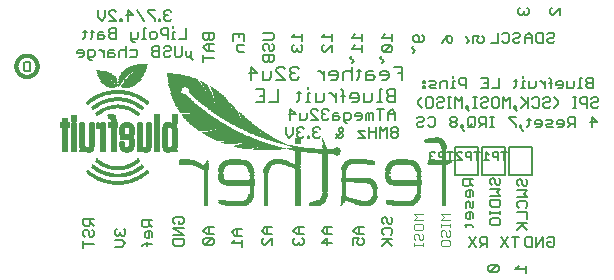
<source format=gbr>
G04 EAGLE Gerber RS-274X export*
G75*
%MOMM*%
%FSLAX34Y34*%
%LPD*%
%INSilkscreen Bottom*%
%IPPOS*%
%AMOC8*
5,1,8,0,0,1.08239X$1,22.5*%
G01*
%ADD10C,0.127000*%
%ADD11C,0.177800*%
%ADD12C,0.101600*%
%ADD13C,0.152400*%
%ADD14C,0.304800*%
%ADD15C,0.203200*%
%ADD16R,0.595000X0.017500*%
%ADD17R,0.945000X0.017500*%
%ADD18R,1.225000X0.017500*%
%ADD19R,1.435000X0.017500*%
%ADD20R,1.610000X0.017500*%
%ADD21R,1.750100X0.017500*%
%ADD22R,1.925000X0.017500*%
%ADD23R,2.065000X0.017500*%
%ADD24R,2.170000X0.017500*%
%ADD25R,2.310000X0.017500*%
%ADD26R,2.415000X0.017500*%
%ADD27R,2.520000X0.017500*%
%ADD28R,2.625000X0.017500*%
%ADD29R,2.730000X0.017500*%
%ADD30R,2.800000X0.017500*%
%ADD31R,1.155000X0.017500*%
%ADD32R,1.032500X0.017500*%
%ADD33R,1.050000X0.017500*%
%ADD34R,0.962500X0.017500*%
%ADD35R,0.892500X0.017500*%
%ADD36R,0.857500X0.017500*%
%ADD37R,0.822500X0.017500*%
%ADD38R,0.787500X0.017500*%
%ADD39R,0.752500X0.017500*%
%ADD40R,0.717500X0.017500*%
%ADD41R,0.700000X0.017500*%
%ADD42R,0.682500X0.017500*%
%ADD43R,0.665000X0.017500*%
%ADD44R,0.647500X0.017500*%
%ADD45R,0.630000X0.017500*%
%ADD46R,0.612500X0.017500*%
%ADD47R,0.577500X0.017500*%
%ADD48R,0.560000X0.017500*%
%ADD49R,0.542500X0.017500*%
%ADD50R,0.525000X0.017500*%
%ADD51R,0.507500X0.017500*%
%ADD52R,1.330000X0.017500*%
%ADD53R,1.505000X0.017500*%
%ADD54R,0.490000X0.017500*%
%ADD55R,1.645000X0.017500*%
%ADD56R,1.785000X0.017500*%
%ADD57R,1.890000X0.017500*%
%ADD58R,0.472500X0.017500*%
%ADD59R,2.030000X0.017500*%
%ADD60R,2.135000X0.017500*%
%ADD61R,2.240000X0.017500*%
%ADD62R,0.455000X0.017500*%
%ADD63R,2.590000X0.017500*%
%ADD64R,0.437500X0.017500*%
%ADD65R,1.015000X0.017500*%
%ADD66R,0.875000X0.017500*%
%ADD67R,0.420000X0.017500*%
%ADD68R,0.770000X0.017500*%
%ADD69R,0.735000X0.017500*%
%ADD70R,0.385000X0.017500*%
%ADD71R,0.367500X0.017500*%
%ADD72R,0.350000X0.017500*%
%ADD73R,0.315000X0.017500*%
%ADD74R,0.262500X0.017500*%
%ADD75R,0.210000X0.017500*%
%ADD76R,0.175000X0.017500*%
%ADD77R,0.140000X0.017500*%
%ADD78R,0.105000X0.017500*%
%ADD79R,1.085000X0.017500*%
%ADD80R,1.365000X0.017500*%
%ADD81R,1.855000X0.017500*%
%ADD82R,2.100000X0.017500*%
%ADD83R,2.205000X0.017500*%
%ADD84R,2.275000X0.017500*%
%ADD85R,1.102500X0.017500*%
%ADD86R,1.120000X0.017500*%
%ADD87R,0.910000X0.017500*%
%ADD88R,0.297500X0.017500*%
%ADD89R,0.227500X0.017500*%
%ADD90R,0.192500X0.017500*%
%ADD91R,0.157500X0.017500*%
%ADD92R,0.122500X0.017500*%
%ADD93R,0.087500X0.017500*%
%ADD94R,0.035000X0.017500*%
%ADD95R,0.402500X0.017500*%
%ADD96R,0.367600X0.017500*%
%ADD97R,0.420100X0.017500*%
%ADD98R,0.437600X0.017500*%
%ADD99R,1.102600X0.017500*%
%ADD100R,1.120100X0.017500*%
%ADD101R,1.137500X0.017500*%
%ADD102R,1.137600X0.017500*%
%ADD103R,0.927500X0.017500*%
%ADD104R,1.155100X0.017500*%
%ADD105R,1.172500X0.017500*%
%ADD106R,1.172600X0.017500*%
%ADD107R,0.997500X0.017500*%
%ADD108R,1.190000X0.017500*%
%ADD109R,1.190100X0.017500*%
%ADD110R,1.207500X0.017500*%
%ADD111R,1.067500X0.017500*%
%ADD112R,1.207600X0.017500*%
%ADD113R,1.225100X0.017500*%
%ADD114R,1.242500X0.017500*%
%ADD115R,1.242600X0.017500*%
%ADD116R,1.260100X0.017500*%
%ADD117R,1.260000X0.017500*%
%ADD118R,0.612600X0.017500*%
%ADD119R,0.560100X0.017500*%
%ADD120R,0.507600X0.017500*%
%ADD121R,0.490100X0.017500*%
%ADD122R,0.455100X0.017500*%
%ADD123R,0.472600X0.017500*%
%ADD124R,0.805000X0.017500*%
%ADD125R,0.525100X0.017500*%
%ADD126R,0.577600X0.017500*%
%ADD127R,0.524900X0.017500*%
%ADD128R,0.840000X0.017500*%
%ADD129R,0.332500X0.017500*%
%ADD130R,0.245000X0.017500*%
%ADD131R,0.017500X0.017500*%
%ADD132R,0.594900X0.017500*%
%ADD133R,1.960000X0.017500*%
%ADD134R,1.540000X0.017500*%
%ADD135R,1.400000X0.017500*%
%ADD136R,0.052500X0.017500*%
%ADD137R,0.280000X0.017500*%
%ADD138R,2.432500X0.017500*%
%ADD139R,2.345000X0.017500*%
%ADD140R,1.680000X0.017500*%
%ADD141R,0.980000X0.017500*%
%ADD142R,2.835000X0.017500*%
%ADD143R,0.070000X0.017500*%
%ADD144R,1.277500X0.017500*%
%ADD145R,1.224900X0.017500*%
%ADD146R,0.665100X0.017500*%
%ADD147R,1.697500X0.017500*%
%ADD148R,1.662500X0.017500*%
%ADD149R,1.627500X0.017500*%
%ADD150R,1.592500X0.017500*%
%ADD151R,1.557400X0.017500*%
%ADD152R,1.470000X0.017500*%
%ADD153R,1.312500X0.017500*%
%ADD154R,0.914400X0.025400*%
%ADD155R,0.508000X0.025400*%
%ADD156R,0.889000X0.025400*%
%ADD157R,0.406400X0.025400*%
%ADD158R,1.320800X0.025400*%
%ADD159R,0.736600X0.025400*%
%ADD160R,0.660400X0.025400*%
%ADD161R,1.346200X0.025400*%
%ADD162R,1.625600X0.025400*%
%ADD163R,0.939800X0.025400*%
%ADD164R,0.025400X0.025400*%
%ADD165R,0.863600X0.025400*%
%ADD166R,0.431800X0.025400*%
%ADD167R,1.600200X0.025400*%
%ADD168R,1.854200X0.025400*%
%ADD169R,1.066800X0.025400*%
%ADD170R,0.050800X0.025400*%
%ADD171R,1.828800X0.025400*%
%ADD172R,2.032000X0.025400*%
%ADD173R,1.219200X0.025400*%
%ADD174R,0.076200X0.025400*%
%ADD175R,0.990600X0.025400*%
%ADD176R,2.057400X0.025400*%
%ADD177R,2.209800X0.025400*%
%ADD178R,2.362200X0.025400*%
%ADD179R,1.447800X0.025400*%
%ADD180R,0.101600X0.025400*%
%ADD181R,1.092200X0.025400*%
%ADD182R,2.489200X0.025400*%
%ADD183R,1.574800X0.025400*%
%ADD184R,0.127000X0.025400*%
%ADD185R,1.143000X0.025400*%
%ADD186R,2.565400X0.025400*%
%ADD187R,1.676400X0.025400*%
%ADD188R,0.152400X0.025400*%
%ADD189R,1.168400X0.025400*%
%ADD190R,2.590800X0.025400*%
%ADD191R,1.752600X0.025400*%
%ADD192R,0.177800X0.025400*%
%ADD193R,1.193800X0.025400*%
%ADD194R,2.616200X0.025400*%
%ADD195R,0.203200X0.025400*%
%ADD196R,2.641600X0.025400*%
%ADD197R,1.930400X0.025400*%
%ADD198R,0.228600X0.025400*%
%ADD199R,1.244600X0.025400*%
%ADD200R,2.667000X0.025400*%
%ADD201R,0.254000X0.025400*%
%ADD202R,2.692400X0.025400*%
%ADD203R,2.108200X0.025400*%
%ADD204R,0.279400X0.025400*%
%ADD205R,2.717800X0.025400*%
%ADD206R,1.041400X0.025400*%
%ADD207R,2.743200X0.025400*%
%ADD208R,2.260600X0.025400*%
%ADD209R,0.304800X0.025400*%
%ADD210R,0.838200X0.025400*%
%ADD211R,0.685800X0.025400*%
%ADD212R,1.270000X0.025400*%
%ADD213R,0.330200X0.025400*%
%ADD214R,0.609600X0.025400*%
%ADD215R,0.355600X0.025400*%
%ADD216R,0.762000X0.025400*%
%ADD217R,0.635000X0.025400*%
%ADD218R,0.584200X0.025400*%
%ADD219R,0.381000X0.025400*%
%ADD220R,0.533400X0.025400*%
%ADD221R,0.558800X0.025400*%
%ADD222R,0.482600X0.025400*%
%ADD223R,1.117600X0.025400*%
%ADD224R,0.457200X0.025400*%
%ADD225R,0.787400X0.025400*%
%ADD226R,0.711200X0.025400*%
%ADD227R,2.413000X0.025400*%
%ADD228R,2.438400X0.025400*%
%ADD229R,2.540000X0.025400*%
%ADD230R,2.794000X0.025400*%
%ADD231R,2.819400X0.025400*%
%ADD232R,2.844800X0.025400*%
%ADD233R,2.870200X0.025400*%
%ADD234R,1.016000X0.025400*%
%ADD235R,2.895600X0.025400*%
%ADD236R,1.422400X0.025400*%
%ADD237R,2.921000X0.025400*%
%ADD238R,1.803400X0.025400*%
%ADD239R,2.946400X0.025400*%
%ADD240R,2.971800X0.025400*%
%ADD241R,2.997200X0.025400*%
%ADD242R,3.022600X0.025400*%
%ADD243R,2.768600X0.025400*%
%ADD244R,2.514600X0.025400*%
%ADD245R,2.336800X0.025400*%
%ADD246R,0.965200X0.025400*%
%ADD247R,0.812800X0.025400*%
%ADD248R,1.651000X0.025400*%
%ADD249R,1.701800X0.025400*%
%ADD250R,1.727200X0.025400*%
%ADD251R,2.159000X0.025400*%
%ADD252R,1.778000X0.025400*%
%ADD253R,2.082800X0.025400*%
%ADD254R,2.463800X0.025400*%
%ADD255R,2.006600X0.025400*%
%ADD256R,1.905000X0.025400*%
%ADD257R,2.286000X0.025400*%
%ADD258R,1.955800X0.025400*%
%ADD259R,2.235200X0.025400*%
%ADD260R,1.524000X0.025400*%
%ADD261R,1.981200X0.025400*%
%ADD262R,2.184400X0.025400*%
%ADD263R,1.473200X0.025400*%
%ADD264R,1.397000X0.025400*%
%ADD265R,2.387600X0.025400*%
%ADD266R,1.879600X0.025400*%
%ADD267R,1.295400X0.025400*%
%ADD268R,1.549400X0.025400*%
%ADD269R,1.371600X0.025400*%
%ADD270R,3.200400X0.025400*%
%ADD271R,3.378200X0.025400*%
%ADD272R,3.835400X0.025400*%
%ADD273R,3.987800X0.025400*%
%ADD274R,4.089400X0.025400*%
%ADD275R,4.216400X0.025400*%
%ADD276R,2.311400X0.025400*%
%ADD277R,3.225800X0.025400*%
%ADD278R,3.479800X0.025400*%
%ADD279R,3.454400X0.025400*%
%ADD280R,1.498600X0.025400*%
%ADD281R,3.429000X0.025400*%
%ADD282R,3.403600X0.025400*%
%ADD283R,3.352800X0.025400*%
%ADD284R,3.327400X0.025400*%
%ADD285R,3.302000X0.025400*%
%ADD286R,3.276600X0.025400*%
%ADD287R,3.251200X0.025400*%
%ADD288R,3.175000X0.025400*%
%ADD289R,2.133600X0.025400*%


D10*
X428830Y73971D02*
X427347Y75454D01*
X427347Y78420D01*
X428830Y79903D01*
X430313Y79903D01*
X431796Y78420D01*
X431796Y75454D01*
X433279Y73971D01*
X434762Y73971D01*
X436245Y75454D01*
X436245Y78420D01*
X434762Y79903D01*
X436245Y70548D02*
X427347Y70548D01*
X433279Y67582D02*
X436245Y70548D01*
X433279Y67582D02*
X436245Y64616D01*
X427347Y64616D01*
X427347Y56744D02*
X428830Y55261D01*
X427347Y56744D02*
X427347Y59710D01*
X428830Y61193D01*
X434762Y61193D01*
X436245Y59710D01*
X436245Y56744D01*
X434762Y55261D01*
X436245Y51837D02*
X427347Y51837D01*
X436245Y51837D02*
X436245Y45906D01*
X436245Y42482D02*
X427347Y42482D01*
X427347Y36551D02*
X433279Y42482D01*
X431796Y40999D02*
X436245Y36551D01*
X405970Y74952D02*
X404487Y76435D01*
X404487Y79401D01*
X405970Y80884D01*
X407453Y80884D01*
X408936Y79401D01*
X408936Y76435D01*
X410419Y74952D01*
X411902Y74952D01*
X413385Y76435D01*
X413385Y79401D01*
X411902Y80884D01*
X413385Y71529D02*
X404487Y71529D01*
X410419Y68563D02*
X413385Y71529D01*
X410419Y68563D02*
X413385Y65597D01*
X404487Y65597D01*
X404487Y62173D02*
X413385Y62173D01*
X413385Y57725D01*
X411902Y56242D01*
X405970Y56242D01*
X404487Y57725D01*
X404487Y62173D01*
X413385Y52818D02*
X413385Y49852D01*
X413385Y51335D02*
X404487Y51335D01*
X404487Y52818D02*
X404487Y49852D01*
X404487Y45099D02*
X404487Y42133D01*
X404487Y45099D02*
X405970Y46581D01*
X411902Y46581D01*
X413385Y45099D01*
X413385Y42133D01*
X411902Y40650D01*
X405970Y40650D01*
X404487Y42133D01*
X390525Y79614D02*
X381627Y79614D01*
X381627Y75165D01*
X383110Y73682D01*
X386076Y73682D01*
X387559Y75165D01*
X387559Y79614D01*
X387559Y76648D02*
X390525Y73682D01*
X390525Y68776D02*
X390525Y65810D01*
X390525Y68776D02*
X389042Y70259D01*
X386076Y70259D01*
X384593Y68776D01*
X384593Y65810D01*
X386076Y64327D01*
X387559Y64327D01*
X387559Y70259D01*
X390525Y60903D02*
X390525Y56455D01*
X389042Y54972D01*
X387559Y56455D01*
X387559Y59421D01*
X386076Y60903D01*
X384593Y59421D01*
X384593Y54972D01*
X390525Y50065D02*
X390525Y47099D01*
X390525Y50065D02*
X389042Y51548D01*
X386076Y51548D01*
X384593Y50065D01*
X384593Y47099D01*
X386076Y45617D01*
X387559Y45617D01*
X387559Y51548D01*
X389042Y40710D02*
X383110Y40710D01*
X389042Y40710D02*
X390525Y39227D01*
X384593Y39227D02*
X384593Y42193D01*
X490493Y147750D02*
X491976Y149233D01*
X494942Y149233D01*
X496425Y147750D01*
X496425Y146267D01*
X494942Y144784D01*
X491976Y144784D01*
X490493Y143301D01*
X490493Y141818D01*
X491976Y140335D01*
X494942Y140335D01*
X496425Y141818D01*
X487070Y140335D02*
X487070Y149233D01*
X482621Y149233D01*
X481138Y147750D01*
X481138Y144784D01*
X482621Y143301D01*
X487070Y143301D01*
X477715Y140335D02*
X474749Y140335D01*
X476232Y140335D02*
X476232Y149233D01*
X477715Y149233D02*
X474749Y149233D01*
X462123Y143301D02*
X459157Y140335D01*
X462123Y143301D02*
X462123Y146267D01*
X459157Y149233D01*
X451437Y149233D02*
X449954Y147750D01*
X451437Y149233D02*
X454403Y149233D01*
X455886Y147750D01*
X455886Y146267D01*
X454403Y144784D01*
X451437Y144784D01*
X449954Y143301D01*
X449954Y141818D01*
X451437Y140335D01*
X454403Y140335D01*
X455886Y141818D01*
X442082Y149233D02*
X440599Y147750D01*
X442082Y149233D02*
X445048Y149233D01*
X446531Y147750D01*
X446531Y141818D01*
X445048Y140335D01*
X442082Y140335D01*
X440599Y141818D01*
X437175Y140335D02*
X437175Y149233D01*
X431244Y149233D02*
X437175Y143301D01*
X435693Y144784D02*
X431244Y140335D01*
X427820Y137369D02*
X424854Y140335D01*
X424854Y141818D01*
X426337Y141818D01*
X426337Y140335D01*
X424854Y140335D01*
X421583Y140335D02*
X421583Y149233D01*
X418618Y146267D01*
X415652Y149233D01*
X415652Y140335D01*
X410745Y149233D02*
X407780Y149233D01*
X410745Y149233D02*
X412228Y147750D01*
X412228Y141818D01*
X410745Y140335D01*
X407780Y140335D01*
X406297Y141818D01*
X406297Y147750D01*
X407780Y149233D01*
X398424Y149233D02*
X396941Y147750D01*
X398424Y149233D02*
X401390Y149233D01*
X402873Y147750D01*
X402873Y146267D01*
X401390Y144784D01*
X398424Y144784D01*
X396941Y143301D01*
X396941Y141818D01*
X398424Y140335D01*
X401390Y140335D01*
X402873Y141818D01*
X393518Y140335D02*
X390552Y140335D01*
X392035Y140335D02*
X392035Y149233D01*
X393518Y149233D02*
X390552Y149233D01*
X384315Y140335D02*
X387281Y137369D01*
X384315Y140335D02*
X384315Y141818D01*
X385798Y141818D01*
X385798Y140335D01*
X384315Y140335D01*
X381044Y140335D02*
X381044Y149233D01*
X378079Y146267D01*
X375113Y149233D01*
X375113Y140335D01*
X371689Y140335D02*
X368723Y140335D01*
X370206Y140335D02*
X370206Y149233D01*
X371689Y149233D02*
X368723Y149233D01*
X361004Y149233D02*
X359521Y147750D01*
X361004Y149233D02*
X363969Y149233D01*
X365452Y147750D01*
X365452Y146267D01*
X363969Y144784D01*
X361004Y144784D01*
X359521Y143301D01*
X359521Y141818D01*
X361004Y140335D01*
X363969Y140335D01*
X365452Y141818D01*
X354614Y149233D02*
X351648Y149233D01*
X354614Y149233D02*
X356097Y147750D01*
X356097Y141818D01*
X354614Y140335D01*
X351648Y140335D01*
X350165Y141818D01*
X350165Y147750D01*
X351648Y149233D01*
X343776Y143301D02*
X346742Y140335D01*
X343776Y143301D02*
X343776Y146267D01*
X346742Y149233D01*
X490706Y132723D02*
X490706Y123825D01*
X495155Y128274D02*
X490706Y132723D01*
X489223Y128274D02*
X495155Y128274D01*
X476445Y123825D02*
X476445Y132723D01*
X471996Y132723D01*
X470513Y131240D01*
X470513Y128274D01*
X471996Y126791D01*
X476445Y126791D01*
X473479Y126791D02*
X470513Y123825D01*
X465606Y123825D02*
X462641Y123825D01*
X465606Y123825D02*
X467089Y125308D01*
X467089Y128274D01*
X465606Y129757D01*
X462641Y129757D01*
X461158Y128274D01*
X461158Y126791D01*
X467089Y126791D01*
X457734Y123825D02*
X453285Y123825D01*
X451802Y125308D01*
X453285Y126791D01*
X456251Y126791D01*
X457734Y128274D01*
X456251Y129757D01*
X451802Y129757D01*
X446896Y123825D02*
X443930Y123825D01*
X446896Y123825D02*
X448379Y125308D01*
X448379Y128274D01*
X446896Y129757D01*
X443930Y129757D01*
X442447Y128274D01*
X442447Y126791D01*
X448379Y126791D01*
X437541Y125308D02*
X437541Y131240D01*
X437541Y125308D02*
X436058Y123825D01*
X436058Y129757D02*
X439024Y129757D01*
X432787Y120859D02*
X429821Y123825D01*
X429821Y125308D01*
X431304Y125308D01*
X431304Y123825D01*
X429821Y123825D01*
X426550Y132723D02*
X420619Y132723D01*
X420619Y131240D01*
X426550Y125308D01*
X426550Y123825D01*
X407840Y123825D02*
X404874Y123825D01*
X406357Y123825D02*
X406357Y132723D01*
X407840Y132723D02*
X404874Y132723D01*
X401603Y132723D02*
X401603Y123825D01*
X401603Y132723D02*
X397154Y132723D01*
X395671Y131240D01*
X395671Y128274D01*
X397154Y126791D01*
X401603Y126791D01*
X398637Y126791D02*
X395671Y123825D01*
X392248Y125308D02*
X392248Y131240D01*
X390765Y132723D01*
X387799Y132723D01*
X386316Y131240D01*
X386316Y125308D01*
X387799Y123825D01*
X390765Y123825D01*
X392248Y125308D01*
X389282Y126791D02*
X386316Y123825D01*
X382893Y120859D02*
X379927Y123825D01*
X379927Y125308D01*
X381410Y125308D01*
X381410Y123825D01*
X379927Y123825D01*
X376656Y131240D02*
X375173Y132723D01*
X372207Y132723D01*
X370724Y131240D01*
X370724Y129757D01*
X372207Y128274D01*
X370724Y126791D01*
X370724Y125308D01*
X372207Y123825D01*
X375173Y123825D01*
X376656Y125308D01*
X376656Y126791D01*
X375173Y128274D01*
X376656Y129757D01*
X376656Y131240D01*
X375173Y128274D02*
X372207Y128274D01*
X353497Y132723D02*
X352014Y131240D01*
X353497Y132723D02*
X356463Y132723D01*
X357946Y131240D01*
X357946Y125308D01*
X356463Y123825D01*
X353497Y123825D01*
X352014Y125308D01*
X344142Y132723D02*
X342659Y131240D01*
X344142Y132723D02*
X347107Y132723D01*
X348590Y131240D01*
X348590Y129757D01*
X347107Y128274D01*
X344142Y128274D01*
X342659Y126791D01*
X342659Y125308D01*
X344142Y123825D01*
X347107Y123825D01*
X348590Y125308D01*
X491747Y156845D02*
X491747Y165743D01*
X487299Y165743D01*
X485816Y164260D01*
X485816Y162777D01*
X487299Y161294D01*
X485816Y159811D01*
X485816Y158328D01*
X487299Y156845D01*
X491747Y156845D01*
X491747Y161294D02*
X487299Y161294D01*
X482392Y165743D02*
X480909Y165743D01*
X480909Y156845D01*
X482392Y156845D02*
X479426Y156845D01*
X476155Y158328D02*
X476155Y162777D01*
X476155Y158328D02*
X474672Y156845D01*
X470224Y156845D01*
X470224Y162777D01*
X465317Y156845D02*
X462351Y156845D01*
X465317Y156845D02*
X466800Y158328D01*
X466800Y161294D01*
X465317Y162777D01*
X462351Y162777D01*
X460868Y161294D01*
X460868Y159811D01*
X466800Y159811D01*
X455962Y156845D02*
X455962Y164260D01*
X454479Y165743D01*
X454479Y161294D02*
X457445Y161294D01*
X451208Y162777D02*
X451208Y156845D01*
X451208Y159811D02*
X448242Y162777D01*
X446759Y162777D01*
X443412Y162777D02*
X443412Y158328D01*
X441929Y156845D01*
X437481Y156845D01*
X437481Y162777D01*
X434057Y162777D02*
X432574Y162777D01*
X432574Y156845D01*
X434057Y156845D02*
X431091Y156845D01*
X432574Y165743D02*
X432574Y167226D01*
X426337Y164260D02*
X426337Y158328D01*
X424854Y156845D01*
X424854Y162777D02*
X427820Y162777D01*
X412228Y165743D02*
X412228Y156845D01*
X406297Y156845D01*
X402873Y165743D02*
X396941Y165743D01*
X402873Y165743D02*
X402873Y156845D01*
X396941Y156845D01*
X399907Y161294D02*
X402873Y161294D01*
X384163Y156845D02*
X384163Y165743D01*
X379714Y165743D01*
X378231Y164260D01*
X378231Y161294D01*
X379714Y159811D01*
X384163Y159811D01*
X374808Y162777D02*
X373325Y162777D01*
X373325Y156845D01*
X374808Y156845D02*
X371842Y156845D01*
X373325Y165743D02*
X373325Y167226D01*
X368571Y162777D02*
X368571Y156845D01*
X368571Y162777D02*
X364122Y162777D01*
X362639Y161294D01*
X362639Y156845D01*
X359216Y156845D02*
X354767Y156845D01*
X353284Y158328D01*
X354767Y159811D01*
X357733Y159811D01*
X359216Y161294D01*
X357733Y162777D01*
X353284Y162777D01*
X349860Y162777D02*
X348378Y162777D01*
X348378Y161294D01*
X349860Y161294D01*
X349860Y162777D01*
X349860Y158328D02*
X348378Y158328D01*
X348378Y156845D01*
X349860Y156845D01*
X349860Y158328D01*
X134978Y221410D02*
X133495Y222893D01*
X130529Y222893D01*
X129046Y221410D01*
X129046Y219927D01*
X130529Y218444D01*
X132012Y218444D01*
X130529Y218444D02*
X129046Y216961D01*
X129046Y215478D01*
X130529Y213995D01*
X133495Y213995D01*
X134978Y215478D01*
X125623Y215478D02*
X125623Y213995D01*
X125623Y215478D02*
X124140Y215478D01*
X124140Y213995D01*
X125623Y213995D01*
X120945Y222893D02*
X115014Y222893D01*
X115014Y221410D01*
X120945Y215478D01*
X120945Y213995D01*
X111590Y213995D02*
X105659Y222893D01*
X97786Y222893D02*
X97786Y213995D01*
X102235Y218444D02*
X97786Y222893D01*
X96303Y218444D02*
X102235Y218444D01*
X92880Y215478D02*
X92880Y213995D01*
X92880Y215478D02*
X91397Y215478D01*
X91397Y213995D01*
X92880Y213995D01*
X88202Y213995D02*
X82271Y213995D01*
X88202Y213995D02*
X82271Y219927D01*
X82271Y221410D01*
X83753Y222893D01*
X86719Y222893D01*
X88202Y221410D01*
X78847Y222893D02*
X78847Y216961D01*
X75881Y213995D01*
X72915Y216961D01*
X72915Y222893D01*
X147452Y207653D02*
X147452Y198755D01*
X141520Y198755D01*
X138097Y204687D02*
X136614Y204687D01*
X136614Y198755D01*
X138097Y198755D02*
X135131Y198755D01*
X136614Y207653D02*
X136614Y209136D01*
X131860Y207653D02*
X131860Y198755D01*
X131860Y207653D02*
X127411Y207653D01*
X125928Y206170D01*
X125928Y203204D01*
X127411Y201721D01*
X131860Y201721D01*
X121022Y198755D02*
X118056Y198755D01*
X116573Y200238D01*
X116573Y203204D01*
X118056Y204687D01*
X121022Y204687D01*
X122505Y203204D01*
X122505Y200238D01*
X121022Y198755D01*
X113149Y207653D02*
X111667Y207653D01*
X111667Y198755D01*
X113149Y198755D02*
X110184Y198755D01*
X106913Y200238D02*
X106913Y204687D01*
X106913Y200238D02*
X105430Y198755D01*
X100981Y198755D01*
X100981Y197272D02*
X100981Y204687D01*
X100981Y197272D02*
X102464Y195789D01*
X103947Y195789D01*
X88202Y198755D02*
X88202Y207653D01*
X83754Y207653D01*
X82271Y206170D01*
X82271Y204687D01*
X83754Y203204D01*
X82271Y201721D01*
X82271Y200238D01*
X83754Y198755D01*
X88202Y198755D01*
X88202Y203204D02*
X83754Y203204D01*
X77364Y204687D02*
X74398Y204687D01*
X72915Y203204D01*
X72915Y198755D01*
X77364Y198755D01*
X78847Y200238D01*
X77364Y201721D01*
X72915Y201721D01*
X68009Y200238D02*
X68009Y206170D01*
X68009Y200238D02*
X66526Y198755D01*
X66526Y204687D02*
X69492Y204687D01*
X61772Y206170D02*
X61772Y200238D01*
X60289Y198755D01*
X60289Y204687D02*
X63255Y204687D01*
X151426Y187964D02*
X151426Y184998D01*
X149943Y183515D01*
X148460Y183515D01*
X146977Y184998D01*
X146977Y187964D01*
X151426Y184998D02*
X151426Y182032D01*
X152909Y180549D01*
X143554Y184998D02*
X143554Y192413D01*
X143554Y184998D02*
X142071Y183515D01*
X139105Y183515D01*
X137622Y184998D01*
X137622Y192413D01*
X129750Y192413D02*
X128267Y190930D01*
X129750Y192413D02*
X132716Y192413D01*
X134199Y190930D01*
X134199Y189447D01*
X132716Y187964D01*
X129750Y187964D01*
X128267Y186481D01*
X128267Y184998D01*
X129750Y183515D01*
X132716Y183515D01*
X134199Y184998D01*
X124843Y183515D02*
X124843Y192413D01*
X120395Y192413D01*
X118912Y190930D01*
X118912Y189447D01*
X120395Y187964D01*
X118912Y186481D01*
X118912Y184998D01*
X120395Y183515D01*
X124843Y183515D01*
X124843Y187964D02*
X120395Y187964D01*
X104650Y189447D02*
X100201Y189447D01*
X104650Y189447D02*
X106133Y187964D01*
X106133Y184998D01*
X104650Y183515D01*
X100201Y183515D01*
X96778Y183515D02*
X96778Y192413D01*
X95295Y189447D02*
X96778Y187964D01*
X95295Y189447D02*
X92329Y189447D01*
X90846Y187964D01*
X90846Y183515D01*
X85940Y189447D02*
X82974Y189447D01*
X81491Y187964D01*
X81491Y183515D01*
X85940Y183515D01*
X87423Y184998D01*
X85940Y186481D01*
X81491Y186481D01*
X78067Y183515D02*
X78067Y189447D01*
X75102Y189447D02*
X78067Y186481D01*
X75102Y189447D02*
X73619Y189447D01*
X67306Y180549D02*
X65823Y180549D01*
X64340Y182032D01*
X64340Y189447D01*
X68789Y189447D01*
X70272Y187964D01*
X70272Y184998D01*
X68789Y183515D01*
X64340Y183515D01*
X59433Y183515D02*
X56468Y183515D01*
X59433Y183515D02*
X60916Y184998D01*
X60916Y187964D01*
X59433Y189447D01*
X56468Y189447D01*
X54985Y187964D01*
X54985Y186481D01*
X60916Y186481D01*
D11*
X330511Y175015D02*
X330511Y164084D01*
X330511Y175015D02*
X323224Y175015D01*
X326868Y169550D02*
X330511Y169550D01*
X316996Y164084D02*
X313352Y164084D01*
X316996Y164084D02*
X318818Y165906D01*
X318818Y169550D01*
X316996Y171372D01*
X313352Y171372D01*
X311530Y169550D01*
X311530Y167728D01*
X318818Y167728D01*
X305302Y171372D02*
X301658Y171372D01*
X299836Y169550D01*
X299836Y164084D01*
X305302Y164084D01*
X307124Y165906D01*
X305302Y167728D01*
X299836Y167728D01*
X293608Y165906D02*
X293608Y173193D01*
X293608Y165906D02*
X291786Y164084D01*
X291786Y171372D02*
X295430Y171372D01*
X287634Y175015D02*
X287634Y164084D01*
X287634Y169550D02*
X285812Y171372D01*
X282168Y171372D01*
X280346Y169550D01*
X280346Y164084D01*
X274118Y164084D02*
X270474Y164084D01*
X274118Y164084D02*
X275940Y165906D01*
X275940Y169550D01*
X274118Y171372D01*
X270474Y171372D01*
X268652Y169550D01*
X268652Y167728D01*
X275940Y167728D01*
X264246Y164084D02*
X264246Y171372D01*
X264246Y167728D02*
X260602Y171372D01*
X258780Y171372D01*
X242807Y173193D02*
X240985Y175015D01*
X237341Y175015D01*
X235519Y173193D01*
X235519Y171372D01*
X237341Y169550D01*
X239163Y169550D01*
X237341Y169550D02*
X235519Y167728D01*
X235519Y165906D01*
X237341Y164084D01*
X240985Y164084D01*
X242807Y165906D01*
X231113Y164084D02*
X223825Y164084D01*
X231113Y164084D02*
X223825Y171372D01*
X223825Y173193D01*
X225647Y175015D01*
X229291Y175015D01*
X231113Y173193D01*
X219419Y171372D02*
X219419Y165906D01*
X217597Y164084D01*
X212131Y164084D01*
X212131Y171372D01*
X202259Y175015D02*
X202259Y164084D01*
X207725Y169550D02*
X202259Y175015D01*
X200437Y169550D02*
X207725Y169550D01*
X324664Y155965D02*
X324664Y145034D01*
X324664Y155965D02*
X319199Y155965D01*
X317377Y154143D01*
X317377Y152322D01*
X319199Y150500D01*
X317377Y148678D01*
X317377Y146856D01*
X319199Y145034D01*
X324664Y145034D01*
X324664Y150500D02*
X319199Y150500D01*
X312971Y155965D02*
X311149Y155965D01*
X311149Y145034D01*
X312971Y145034D02*
X309327Y145034D01*
X305175Y146856D02*
X305175Y152322D01*
X305175Y146856D02*
X303353Y145034D01*
X297887Y145034D01*
X297887Y152322D01*
X291659Y145034D02*
X288015Y145034D01*
X291659Y145034D02*
X293481Y146856D01*
X293481Y150500D01*
X291659Y152322D01*
X288015Y152322D01*
X286193Y150500D01*
X286193Y148678D01*
X293481Y148678D01*
X279965Y145034D02*
X279965Y154143D01*
X278143Y155965D01*
X278143Y150500D02*
X281787Y150500D01*
X273991Y152322D02*
X273991Y145034D01*
X273991Y148678D02*
X270347Y152322D01*
X268525Y152322D01*
X264246Y152322D02*
X264246Y146856D01*
X262424Y145034D01*
X256958Y145034D01*
X256958Y152322D01*
X252552Y152322D02*
X250730Y152322D01*
X250730Y145034D01*
X252552Y145034D02*
X248908Y145034D01*
X250730Y155965D02*
X250730Y157787D01*
X242934Y154143D02*
X242934Y146856D01*
X241112Y145034D01*
X241112Y152322D02*
X244756Y152322D01*
X225266Y155965D02*
X225266Y145034D01*
X217978Y145034D01*
X213572Y155965D02*
X206284Y155965D01*
X213572Y155965D02*
X213572Y145034D01*
X206284Y145034D01*
X209928Y150500D02*
X213572Y150500D01*
D10*
X324271Y136107D02*
X324271Y130175D01*
X324271Y136107D02*
X321305Y139073D01*
X318339Y136107D01*
X318339Y130175D01*
X318339Y134624D02*
X324271Y134624D01*
X311950Y130175D02*
X311950Y139073D01*
X314916Y139073D02*
X308984Y139073D01*
X305561Y136107D02*
X305561Y130175D01*
X305561Y136107D02*
X304078Y136107D01*
X302595Y134624D01*
X302595Y130175D01*
X302595Y134624D02*
X301112Y136107D01*
X299629Y134624D01*
X299629Y130175D01*
X294723Y130175D02*
X291757Y130175D01*
X294723Y130175D02*
X296205Y131658D01*
X296205Y134624D01*
X294723Y136107D01*
X291757Y136107D01*
X290274Y134624D01*
X290274Y133141D01*
X296205Y133141D01*
X283884Y127209D02*
X282401Y127209D01*
X280919Y128692D01*
X280919Y136107D01*
X285367Y136107D01*
X286850Y134624D01*
X286850Y131658D01*
X285367Y130175D01*
X280919Y130175D01*
X276012Y136107D02*
X273046Y136107D01*
X271563Y134624D01*
X271563Y130175D01*
X276012Y130175D01*
X277495Y131658D01*
X276012Y133141D01*
X271563Y133141D01*
X268140Y137590D02*
X266657Y139073D01*
X263691Y139073D01*
X262208Y137590D01*
X262208Y136107D01*
X263691Y134624D01*
X265174Y134624D01*
X263691Y134624D02*
X262208Y133141D01*
X262208Y131658D01*
X263691Y130175D01*
X266657Y130175D01*
X268140Y131658D01*
X258785Y130175D02*
X252853Y130175D01*
X258785Y130175D02*
X252853Y136107D01*
X252853Y137590D01*
X254336Y139073D01*
X257302Y139073D01*
X258785Y137590D01*
X249429Y136107D02*
X249429Y131658D01*
X247947Y130175D01*
X243498Y130175D01*
X243498Y136107D01*
X235626Y139073D02*
X235626Y130175D01*
X240074Y134624D02*
X235626Y139073D01*
X234143Y134624D02*
X240074Y134624D01*
X325127Y123833D02*
X326610Y122350D01*
X325127Y123833D02*
X322161Y123833D01*
X320678Y122350D01*
X320678Y120867D01*
X322161Y119384D01*
X320678Y117901D01*
X320678Y116418D01*
X322161Y114935D01*
X325127Y114935D01*
X326610Y116418D01*
X326610Y117901D01*
X325127Y119384D01*
X326610Y120867D01*
X326610Y122350D01*
X325127Y119384D02*
X322161Y119384D01*
X317255Y114935D02*
X317255Y123833D01*
X314289Y120867D01*
X311323Y123833D01*
X311323Y114935D01*
X307899Y114935D02*
X307899Y123833D01*
X307899Y119384D02*
X301968Y119384D01*
X301968Y123833D02*
X301968Y114935D01*
X298544Y120867D02*
X292612Y120867D01*
X298544Y114935D01*
X292612Y114935D01*
X276868Y114935D02*
X273902Y117901D01*
X276868Y114935D02*
X278351Y114935D01*
X279834Y116418D01*
X279834Y117901D01*
X276868Y120867D01*
X276868Y122350D01*
X278351Y123833D01*
X279834Y122350D01*
X279834Y120867D01*
X273902Y114935D01*
X261123Y122350D02*
X259641Y123833D01*
X256675Y123833D01*
X255192Y122350D01*
X255192Y120867D01*
X256675Y119384D01*
X258158Y119384D01*
X256675Y119384D02*
X255192Y117901D01*
X255192Y116418D01*
X256675Y114935D01*
X259641Y114935D01*
X261123Y116418D01*
X251768Y116418D02*
X251768Y114935D01*
X251768Y116418D02*
X250285Y116418D01*
X250285Y114935D01*
X251768Y114935D01*
X247091Y122350D02*
X245608Y123833D01*
X242642Y123833D01*
X241159Y122350D01*
X241159Y120867D01*
X242642Y119384D01*
X244125Y119384D01*
X242642Y119384D02*
X241159Y117901D01*
X241159Y116418D01*
X242642Y114935D01*
X245608Y114935D01*
X247091Y116418D01*
X237735Y117901D02*
X237735Y123833D01*
X237735Y117901D02*
X234770Y114935D01*
X231804Y117901D01*
X231804Y123833D01*
X220132Y203898D02*
X212717Y203898D01*
X220132Y203898D02*
X221615Y202415D01*
X221615Y199449D01*
X220132Y197966D01*
X212717Y197966D01*
X212717Y190094D02*
X214200Y188611D01*
X212717Y190094D02*
X212717Y193060D01*
X214200Y194543D01*
X215683Y194543D01*
X217166Y193060D01*
X217166Y190094D01*
X218649Y188611D01*
X220132Y188611D01*
X221615Y190094D01*
X221615Y193060D01*
X220132Y194543D01*
X221615Y185187D02*
X212717Y185187D01*
X212717Y180739D01*
X214200Y179256D01*
X215683Y179256D01*
X217166Y180739D01*
X218649Y179256D01*
X220132Y179256D01*
X221615Y180739D01*
X221615Y185187D01*
X217166Y185187D02*
X217166Y180739D01*
X236847Y200064D02*
X239813Y203030D01*
X236847Y200064D02*
X245745Y200064D01*
X245745Y203030D02*
X245745Y197098D01*
X238330Y193675D02*
X236847Y192192D01*
X236847Y189226D01*
X238330Y187743D01*
X239813Y187743D01*
X241296Y189226D01*
X241296Y190709D01*
X241296Y189226D02*
X242779Y187743D01*
X244262Y187743D01*
X245745Y189226D01*
X245745Y192192D01*
X244262Y193675D01*
X390517Y194961D02*
X390517Y200893D01*
X394966Y200893D01*
X393483Y197927D01*
X393483Y196444D01*
X394966Y194961D01*
X397932Y194961D01*
X399415Y196444D01*
X399415Y199410D01*
X397932Y200893D01*
X290613Y202628D02*
X287647Y199662D01*
X296545Y199662D01*
X296545Y202628D02*
X296545Y196696D01*
X290613Y193273D02*
X287647Y190307D01*
X296545Y190307D01*
X296545Y193273D02*
X296545Y187341D01*
X287647Y183917D02*
X286164Y182435D01*
X289130Y179469D01*
X287647Y177986D01*
X313047Y199662D02*
X316013Y202628D01*
X313047Y199662D02*
X321945Y199662D01*
X321945Y202628D02*
X321945Y196696D01*
X320462Y193273D02*
X314530Y193273D01*
X313047Y191790D01*
X313047Y188824D01*
X314530Y187341D01*
X320462Y187341D01*
X321945Y188824D01*
X321945Y191790D01*
X320462Y193273D01*
X314530Y187341D01*
X313047Y183917D02*
X311564Y182435D01*
X314530Y179469D01*
X313047Y177986D01*
X347132Y201760D02*
X348615Y200277D01*
X348615Y197311D01*
X347132Y195828D01*
X341200Y195828D01*
X339717Y197311D01*
X339717Y200277D01*
X341200Y201760D01*
X342683Y201760D01*
X344166Y200277D01*
X344166Y195828D01*
X339717Y192405D02*
X338234Y190922D01*
X341200Y187956D01*
X339717Y186473D01*
X424026Y202360D02*
X425509Y203843D01*
X428475Y203843D01*
X429958Y202360D01*
X429958Y200877D01*
X428475Y199394D01*
X425509Y199394D01*
X424026Y197911D01*
X424026Y196428D01*
X425509Y194945D01*
X428475Y194945D01*
X429958Y196428D01*
X416154Y203843D02*
X414671Y202360D01*
X416154Y203843D02*
X419120Y203843D01*
X420603Y202360D01*
X420603Y196428D01*
X419120Y194945D01*
X416154Y194945D01*
X414671Y196428D01*
X411247Y194945D02*
X411247Y203843D01*
X411247Y194945D02*
X405316Y194945D01*
X453236Y202360D02*
X454719Y203843D01*
X457685Y203843D01*
X459168Y202360D01*
X459168Y200877D01*
X457685Y199394D01*
X454719Y199394D01*
X453236Y197911D01*
X453236Y196428D01*
X454719Y194945D01*
X457685Y194945D01*
X459168Y196428D01*
X449813Y194945D02*
X449813Y203843D01*
X449813Y194945D02*
X445364Y194945D01*
X443881Y196428D01*
X443881Y202360D01*
X445364Y203843D01*
X449813Y203843D01*
X440457Y200877D02*
X440457Y194945D01*
X440457Y200877D02*
X437492Y203843D01*
X434526Y200877D01*
X434526Y194945D01*
X434526Y199394D02*
X440457Y199394D01*
X428617Y223540D02*
X430100Y225023D01*
X428617Y223540D02*
X428617Y220574D01*
X430100Y219091D01*
X431583Y219091D01*
X433066Y220574D01*
X433066Y222057D01*
X433066Y220574D02*
X434549Y219091D01*
X436032Y219091D01*
X437515Y220574D01*
X437515Y223540D01*
X436032Y225023D01*
X170815Y203898D02*
X161917Y203898D01*
X161917Y199449D01*
X163400Y197966D01*
X164883Y197966D01*
X166366Y199449D01*
X167849Y197966D01*
X169332Y197966D01*
X170815Y199449D01*
X170815Y203898D01*
X166366Y203898D02*
X166366Y199449D01*
X164883Y194543D02*
X170815Y194543D01*
X164883Y194543D02*
X161917Y191577D01*
X164883Y188611D01*
X170815Y188611D01*
X166366Y188611D02*
X166366Y194543D01*
X170815Y182222D02*
X161917Y182222D01*
X161917Y185187D02*
X161917Y179256D01*
X262247Y200064D02*
X265213Y203030D01*
X262247Y200064D02*
X271145Y200064D01*
X271145Y203030D02*
X271145Y197098D01*
X271145Y193675D02*
X271145Y187743D01*
X271145Y193675D02*
X265213Y187743D01*
X263730Y187743D01*
X262247Y189226D01*
X262247Y192192D01*
X263730Y193675D01*
X363847Y194961D02*
X365330Y197927D01*
X368296Y200893D01*
X371262Y200893D01*
X372745Y199410D01*
X372745Y196444D01*
X371262Y194961D01*
X369779Y194961D01*
X368296Y196444D01*
X368296Y200893D01*
X187317Y203030D02*
X187317Y197098D01*
X187317Y203030D02*
X196215Y203030D01*
X196215Y197098D01*
X191766Y200064D02*
X191766Y203030D01*
X190283Y193675D02*
X196215Y193675D01*
X190283Y193675D02*
X190283Y189226D01*
X191766Y187743D01*
X196215Y187743D01*
X385453Y195347D02*
X386936Y196830D01*
X383970Y199796D01*
X385453Y201279D01*
X464185Y219091D02*
X464185Y225023D01*
X458253Y219091D01*
X456770Y219091D01*
X455287Y220574D01*
X455287Y223540D01*
X456770Y225023D01*
X69215Y46418D02*
X60317Y46418D01*
X60317Y41969D01*
X61800Y40486D01*
X64766Y40486D01*
X66249Y41969D01*
X66249Y46418D01*
X66249Y43452D02*
X69215Y40486D01*
X60317Y32614D02*
X61800Y31131D01*
X60317Y32614D02*
X60317Y35580D01*
X61800Y37063D01*
X63283Y37063D01*
X64766Y35580D01*
X64766Y32614D01*
X66249Y31131D01*
X67732Y31131D01*
X69215Y32614D01*
X69215Y35580D01*
X67732Y37063D01*
X69215Y24742D02*
X60317Y24742D01*
X60317Y27707D02*
X60317Y21776D01*
X109847Y44859D02*
X118745Y44859D01*
X109847Y44859D02*
X109847Y40410D01*
X111330Y38927D01*
X114296Y38927D01*
X115779Y40410D01*
X115779Y44859D01*
X115779Y41893D02*
X118745Y38927D01*
X118745Y34021D02*
X118745Y31055D01*
X118745Y34021D02*
X117262Y35503D01*
X114296Y35503D01*
X112813Y34021D01*
X112813Y31055D01*
X114296Y29572D01*
X115779Y29572D01*
X115779Y35503D01*
X118745Y24665D02*
X111330Y24665D01*
X109847Y23182D01*
X114296Y23182D02*
X114296Y26148D01*
X88470Y37930D02*
X86987Y36447D01*
X86987Y33481D01*
X88470Y31998D01*
X89953Y31998D01*
X91436Y33481D01*
X91436Y34964D01*
X91436Y33481D02*
X92919Y31998D01*
X94402Y31998D01*
X95885Y33481D01*
X95885Y36447D01*
X94402Y37930D01*
X92919Y28575D02*
X86987Y28575D01*
X92919Y28575D02*
X95885Y25609D01*
X92919Y22643D01*
X86987Y22643D01*
X291883Y39200D02*
X297815Y39200D01*
X291883Y39200D02*
X288917Y36234D01*
X291883Y33268D01*
X297815Y33268D01*
X293366Y33268D02*
X293366Y39200D01*
X288917Y29845D02*
X288917Y23913D01*
X288917Y29845D02*
X293366Y29845D01*
X291883Y26879D01*
X291883Y25396D01*
X293366Y23913D01*
X296332Y23913D01*
X297815Y25396D01*
X297815Y28362D01*
X296332Y29845D01*
X271145Y39200D02*
X265213Y39200D01*
X262247Y36234D01*
X265213Y33268D01*
X271145Y33268D01*
X266696Y33268D02*
X266696Y39200D01*
X271145Y25396D02*
X262247Y25396D01*
X266696Y29845D01*
X266696Y23913D01*
X247015Y39200D02*
X241083Y39200D01*
X238117Y36234D01*
X241083Y33268D01*
X247015Y33268D01*
X242566Y33268D02*
X242566Y39200D01*
X239600Y29845D02*
X238117Y28362D01*
X238117Y25396D01*
X239600Y23913D01*
X241083Y23913D01*
X242566Y25396D01*
X242566Y26879D01*
X242566Y25396D02*
X244049Y23913D01*
X245532Y23913D01*
X247015Y25396D01*
X247015Y28362D01*
X245532Y29845D01*
X220345Y39200D02*
X214413Y39200D01*
X211447Y36234D01*
X214413Y33268D01*
X220345Y33268D01*
X215896Y33268D02*
X215896Y39200D01*
X220345Y29845D02*
X220345Y23913D01*
X220345Y29845D02*
X214413Y23913D01*
X212930Y23913D01*
X211447Y25396D01*
X211447Y28362D01*
X212930Y29845D01*
X194945Y37930D02*
X189013Y37930D01*
X186047Y34964D01*
X189013Y31998D01*
X194945Y31998D01*
X190496Y31998D02*
X190496Y37930D01*
X189013Y28575D02*
X186047Y25609D01*
X194945Y25609D01*
X194945Y28575D02*
X194945Y22643D01*
X170815Y39200D02*
X164883Y39200D01*
X161917Y36234D01*
X164883Y33268D01*
X170815Y33268D01*
X166366Y33268D02*
X166366Y39200D01*
X169332Y29845D02*
X163400Y29845D01*
X161917Y28362D01*
X161917Y25396D01*
X163400Y23913D01*
X169332Y23913D01*
X170815Y25396D01*
X170815Y28362D01*
X169332Y29845D01*
X163400Y23913D01*
X313047Y43239D02*
X314530Y41756D01*
X313047Y43239D02*
X313047Y46205D01*
X314530Y47688D01*
X316013Y47688D01*
X317496Y46205D01*
X317496Y43239D01*
X318979Y41756D01*
X320462Y41756D01*
X321945Y43239D01*
X321945Y46205D01*
X320462Y47688D01*
X313047Y33884D02*
X314530Y32401D01*
X313047Y33884D02*
X313047Y36850D01*
X314530Y38333D01*
X320462Y38333D01*
X321945Y36850D01*
X321945Y33884D01*
X320462Y32401D01*
X321945Y28977D02*
X313047Y28977D01*
X313047Y23046D02*
X318979Y28977D01*
X317496Y27495D02*
X321945Y23046D01*
D12*
X340226Y50059D02*
X348107Y50059D01*
X342853Y47432D02*
X340226Y50059D01*
X342853Y47432D02*
X340226Y44805D01*
X348107Y44805D01*
X340226Y40560D02*
X340226Y37933D01*
X340226Y40560D02*
X341540Y41874D01*
X346794Y41874D01*
X348107Y40560D01*
X348107Y37933D01*
X346794Y36620D01*
X341540Y36620D01*
X340226Y37933D01*
X340226Y29747D02*
X341540Y28434D01*
X340226Y29747D02*
X340226Y32374D01*
X341540Y33688D01*
X342853Y33688D01*
X344167Y32374D01*
X344167Y29747D01*
X345480Y28434D01*
X346794Y28434D01*
X348107Y29747D01*
X348107Y32374D01*
X346794Y33688D01*
X348107Y25502D02*
X348107Y22875D01*
X348107Y24189D02*
X340226Y24189D01*
X340226Y25502D02*
X340226Y22875D01*
X363086Y50059D02*
X370967Y50059D01*
X365713Y47432D02*
X363086Y50059D01*
X365713Y47432D02*
X363086Y44805D01*
X370967Y44805D01*
X370967Y41874D02*
X370967Y39247D01*
X370967Y40560D02*
X363086Y40560D01*
X363086Y39247D02*
X363086Y41874D01*
X363086Y32476D02*
X364400Y31163D01*
X363086Y32476D02*
X363086Y35103D01*
X364400Y36416D01*
X365713Y36416D01*
X367027Y35103D01*
X367027Y32476D01*
X368340Y31163D01*
X369654Y31163D01*
X370967Y32476D01*
X370967Y35103D01*
X369654Y36416D01*
X363086Y26917D02*
X363086Y24290D01*
X363086Y26917D02*
X364400Y28231D01*
X369654Y28231D01*
X370967Y26917D01*
X370967Y24290D01*
X369654Y22977D01*
X364400Y22977D01*
X363086Y24290D01*
D10*
X404708Y1037D02*
X410640Y1037D01*
X412123Y2520D01*
X412123Y5486D01*
X410640Y6969D01*
X404708Y6969D01*
X403225Y5486D01*
X403225Y2520D01*
X404708Y1037D01*
X410640Y6969D01*
X426077Y3617D02*
X429043Y6583D01*
X426077Y3617D02*
X434975Y3617D01*
X434975Y6583D02*
X434975Y651D01*
X402420Y22225D02*
X402420Y31123D01*
X397971Y31123D01*
X396488Y29640D01*
X396488Y26674D01*
X397971Y25191D01*
X402420Y25191D01*
X399454Y25191D02*
X396488Y22225D01*
X387133Y22225D02*
X393065Y31123D01*
X387133Y31123D02*
X393065Y22225D01*
X426124Y22225D02*
X426124Y31123D01*
X429090Y31123D02*
X423158Y31123D01*
X419735Y31123D02*
X413803Y22225D01*
X419735Y22225D02*
X413803Y31123D01*
X138000Y41756D02*
X136517Y43239D01*
X136517Y46205D01*
X138000Y47688D01*
X143932Y47688D01*
X145415Y46205D01*
X145415Y43239D01*
X143932Y41756D01*
X140966Y41756D01*
X140966Y44722D01*
X145415Y38333D02*
X136517Y38333D01*
X145415Y32401D01*
X136517Y32401D01*
X136517Y28977D02*
X145415Y28977D01*
X145415Y24529D01*
X143932Y23046D01*
X138000Y23046D01*
X136517Y24529D01*
X136517Y28977D01*
X453236Y29640D02*
X454719Y31123D01*
X457685Y31123D01*
X459168Y29640D01*
X459168Y23708D01*
X457685Y22225D01*
X454719Y22225D01*
X453236Y23708D01*
X453236Y26674D01*
X456202Y26674D01*
X449813Y22225D02*
X449813Y31123D01*
X443881Y22225D01*
X443881Y31123D01*
X440457Y31123D02*
X440457Y22225D01*
X436009Y22225D01*
X434526Y23708D01*
X434526Y29640D01*
X436009Y31123D01*
X440457Y31123D01*
X440030Y107250D02*
X421030Y107250D01*
X421030Y83250D01*
X440030Y83250D01*
X440030Y107250D01*
D13*
X416565Y102622D02*
X416565Y96012D01*
X418768Y102622D02*
X414362Y102622D01*
X411284Y102622D02*
X411284Y96012D01*
X411284Y102622D02*
X407979Y102622D01*
X406877Y101520D01*
X406877Y99317D01*
X407979Y98215D01*
X411284Y98215D01*
X403800Y100418D02*
X401597Y102622D01*
X401597Y96012D01*
X403800Y96012D02*
X399393Y96012D01*
D10*
X398170Y107250D02*
X417170Y107250D01*
X398170Y107250D02*
X398170Y83250D01*
X417170Y83250D01*
X417170Y107250D01*
D13*
X393705Y102622D02*
X393705Y96012D01*
X395908Y102622D02*
X391502Y102622D01*
X388424Y102622D02*
X388424Y96012D01*
X388424Y102622D02*
X385119Y102622D01*
X384017Y101520D01*
X384017Y99317D01*
X385119Y98215D01*
X388424Y98215D01*
X380940Y96012D02*
X376533Y96012D01*
X376533Y100418D02*
X380940Y96012D01*
X376533Y100418D02*
X376533Y101520D01*
X377635Y102622D01*
X379838Y102622D01*
X380940Y101520D01*
D10*
X375310Y107250D02*
X394310Y107250D01*
X375310Y107250D02*
X375310Y83250D01*
X394310Y83250D01*
X394310Y107250D01*
D13*
X370845Y102622D02*
X370845Y96012D01*
X373048Y102622D02*
X368642Y102622D01*
X365564Y102622D02*
X365564Y96012D01*
X365564Y102622D02*
X362259Y102622D01*
X361157Y101520D01*
X361157Y99317D01*
X362259Y98215D01*
X365564Y98215D01*
X358080Y101520D02*
X356978Y102622D01*
X354775Y102622D01*
X353673Y101520D01*
X353673Y100418D01*
X354775Y99317D01*
X355877Y99317D01*
X354775Y99317D02*
X353673Y98215D01*
X353673Y97114D01*
X354775Y96012D01*
X356978Y96012D01*
X358080Y97114D01*
D14*
X3720Y175260D02*
X3723Y175480D01*
X3731Y175701D01*
X3744Y175921D01*
X3763Y176140D01*
X3788Y176359D01*
X3817Y176578D01*
X3852Y176795D01*
X3893Y177012D01*
X3938Y177228D01*
X3989Y177442D01*
X4045Y177655D01*
X4107Y177867D01*
X4173Y178077D01*
X4245Y178285D01*
X4322Y178492D01*
X4404Y178696D01*
X4490Y178899D01*
X4582Y179099D01*
X4679Y179298D01*
X4780Y179493D01*
X4887Y179686D01*
X4998Y179877D01*
X5113Y180064D01*
X5233Y180249D01*
X5358Y180431D01*
X5487Y180609D01*
X5621Y180785D01*
X5758Y180957D01*
X5900Y181125D01*
X6046Y181291D01*
X6196Y181452D01*
X6350Y181610D01*
X6508Y181764D01*
X6669Y181914D01*
X6835Y182060D01*
X7003Y182202D01*
X7175Y182339D01*
X7351Y182473D01*
X7529Y182602D01*
X7711Y182727D01*
X7896Y182847D01*
X8083Y182962D01*
X8274Y183073D01*
X8467Y183180D01*
X8662Y183281D01*
X8861Y183378D01*
X9061Y183470D01*
X9264Y183556D01*
X9468Y183638D01*
X9675Y183715D01*
X9883Y183787D01*
X10093Y183853D01*
X10305Y183915D01*
X10518Y183971D01*
X10732Y184022D01*
X10948Y184067D01*
X11165Y184108D01*
X11382Y184143D01*
X11601Y184172D01*
X11820Y184197D01*
X12039Y184216D01*
X12259Y184229D01*
X12480Y184237D01*
X12700Y184240D01*
X12920Y184237D01*
X13141Y184229D01*
X13361Y184216D01*
X13580Y184197D01*
X13799Y184172D01*
X14018Y184143D01*
X14235Y184108D01*
X14452Y184067D01*
X14668Y184022D01*
X14882Y183971D01*
X15095Y183915D01*
X15307Y183853D01*
X15517Y183787D01*
X15725Y183715D01*
X15932Y183638D01*
X16136Y183556D01*
X16339Y183470D01*
X16539Y183378D01*
X16738Y183281D01*
X16933Y183180D01*
X17126Y183073D01*
X17317Y182962D01*
X17504Y182847D01*
X17689Y182727D01*
X17871Y182602D01*
X18049Y182473D01*
X18225Y182339D01*
X18397Y182202D01*
X18565Y182060D01*
X18731Y181914D01*
X18892Y181764D01*
X19050Y181610D01*
X19204Y181452D01*
X19354Y181291D01*
X19500Y181125D01*
X19642Y180957D01*
X19779Y180785D01*
X19913Y180609D01*
X20042Y180431D01*
X20167Y180249D01*
X20287Y180064D01*
X20402Y179877D01*
X20513Y179686D01*
X20620Y179493D01*
X20721Y179298D01*
X20818Y179099D01*
X20910Y178899D01*
X20996Y178696D01*
X21078Y178492D01*
X21155Y178285D01*
X21227Y178077D01*
X21293Y177867D01*
X21355Y177655D01*
X21411Y177442D01*
X21462Y177228D01*
X21507Y177012D01*
X21548Y176795D01*
X21583Y176578D01*
X21612Y176359D01*
X21637Y176140D01*
X21656Y175921D01*
X21669Y175701D01*
X21677Y175480D01*
X21680Y175260D01*
X21677Y175040D01*
X21669Y174819D01*
X21656Y174599D01*
X21637Y174380D01*
X21612Y174161D01*
X21583Y173942D01*
X21548Y173725D01*
X21507Y173508D01*
X21462Y173292D01*
X21411Y173078D01*
X21355Y172865D01*
X21293Y172653D01*
X21227Y172443D01*
X21155Y172235D01*
X21078Y172028D01*
X20996Y171824D01*
X20910Y171621D01*
X20818Y171421D01*
X20721Y171222D01*
X20620Y171027D01*
X20513Y170834D01*
X20402Y170643D01*
X20287Y170456D01*
X20167Y170271D01*
X20042Y170089D01*
X19913Y169911D01*
X19779Y169735D01*
X19642Y169563D01*
X19500Y169395D01*
X19354Y169229D01*
X19204Y169068D01*
X19050Y168910D01*
X18892Y168756D01*
X18731Y168606D01*
X18565Y168460D01*
X18397Y168318D01*
X18225Y168181D01*
X18049Y168047D01*
X17871Y167918D01*
X17689Y167793D01*
X17504Y167673D01*
X17317Y167558D01*
X17126Y167447D01*
X16933Y167340D01*
X16738Y167239D01*
X16539Y167142D01*
X16339Y167050D01*
X16136Y166964D01*
X15932Y166882D01*
X15725Y166805D01*
X15517Y166733D01*
X15307Y166667D01*
X15095Y166605D01*
X14882Y166549D01*
X14668Y166498D01*
X14452Y166453D01*
X14235Y166412D01*
X14018Y166377D01*
X13799Y166348D01*
X13580Y166323D01*
X13361Y166304D01*
X13141Y166291D01*
X12920Y166283D01*
X12700Y166280D01*
X12480Y166283D01*
X12259Y166291D01*
X12039Y166304D01*
X11820Y166323D01*
X11601Y166348D01*
X11382Y166377D01*
X11165Y166412D01*
X10948Y166453D01*
X10732Y166498D01*
X10518Y166549D01*
X10305Y166605D01*
X10093Y166667D01*
X9883Y166733D01*
X9675Y166805D01*
X9468Y166882D01*
X9264Y166964D01*
X9061Y167050D01*
X8861Y167142D01*
X8662Y167239D01*
X8467Y167340D01*
X8274Y167447D01*
X8083Y167558D01*
X7896Y167673D01*
X7711Y167793D01*
X7529Y167918D01*
X7351Y168047D01*
X7175Y168181D01*
X7003Y168318D01*
X6835Y168460D01*
X6669Y168606D01*
X6508Y168756D01*
X6350Y168910D01*
X6196Y169068D01*
X6046Y169229D01*
X5900Y169395D01*
X5758Y169563D01*
X5621Y169735D01*
X5487Y169911D01*
X5358Y170089D01*
X5233Y170271D01*
X5113Y170456D01*
X4998Y170643D01*
X4887Y170834D01*
X4780Y171027D01*
X4679Y171222D01*
X4582Y171421D01*
X4490Y171621D01*
X4404Y171824D01*
X4322Y172028D01*
X4245Y172235D01*
X4173Y172443D01*
X4107Y172653D01*
X4045Y172865D01*
X3989Y173078D01*
X3938Y173292D01*
X3893Y173508D01*
X3852Y173725D01*
X3817Y173942D01*
X3788Y174161D01*
X3763Y174380D01*
X3744Y174599D01*
X3731Y174819D01*
X3723Y175040D01*
X3720Y175260D01*
D15*
X15240Y171196D02*
X15240Y179331D01*
X15240Y171196D02*
X11173Y171196D01*
X9817Y172552D01*
X9817Y177975D01*
X11173Y179331D01*
X15240Y179331D01*
D16*
X89387Y74930D03*
D17*
X89387Y75105D03*
D18*
X89387Y75280D03*
D19*
X89387Y75455D03*
D20*
X89387Y75630D03*
D21*
X89388Y75805D03*
D22*
X89387Y75980D03*
D23*
X89387Y76155D03*
D24*
X89387Y76330D03*
D25*
X89387Y76505D03*
D26*
X89387Y76680D03*
D27*
X89387Y76855D03*
D28*
X89387Y77030D03*
D29*
X89387Y77205D03*
D30*
X89387Y77380D03*
D31*
X98137Y77555D03*
X80637Y77555D03*
D32*
X99100Y77730D03*
D33*
X79587Y77730D03*
D34*
X99975Y77905D03*
X78800Y77905D03*
D35*
X100675Y78080D03*
X78100Y78080D03*
D36*
X101375Y78255D03*
X77400Y78255D03*
D37*
X101900Y78430D03*
X76875Y78430D03*
D38*
X102425Y78605D03*
X76350Y78605D03*
D39*
X102950Y78780D03*
X75825Y78780D03*
D40*
X103475Y78955D03*
X75300Y78955D03*
D41*
X103912Y79130D03*
X74862Y79130D03*
D42*
X104350Y79305D03*
X74425Y79305D03*
D43*
X104787Y79480D03*
X73987Y79480D03*
D44*
X105225Y79655D03*
X73550Y79655D03*
D45*
X105662Y79830D03*
X73112Y79830D03*
D46*
X105925Y80005D03*
X72850Y80005D03*
D16*
X106362Y80180D03*
X72412Y80180D03*
X106712Y80355D03*
X72062Y80355D03*
D47*
X106975Y80530D03*
X71800Y80530D03*
D48*
X107412Y80705D03*
X71362Y80705D03*
X107762Y80880D03*
X71012Y80880D03*
D49*
X108025Y81055D03*
X70750Y81055D03*
X108375Y81230D03*
D45*
X89387Y81230D03*
D49*
X70400Y81230D03*
D50*
X108637Y81405D03*
D17*
X89387Y81405D03*
D50*
X70137Y81405D03*
X108987Y81580D03*
D31*
X89387Y81580D03*
D50*
X69787Y81580D03*
D51*
X109250Y81755D03*
D52*
X89387Y81755D03*
D51*
X69525Y81755D03*
X109600Y81930D03*
D53*
X89387Y81930D03*
D51*
X69175Y81930D03*
D54*
X109862Y82105D03*
D55*
X89387Y82105D03*
D54*
X68912Y82105D03*
D51*
X110125Y82280D03*
D56*
X89387Y82280D03*
D51*
X68650Y82280D03*
D54*
X110387Y82455D03*
D57*
X89387Y82455D03*
D54*
X68387Y82455D03*
D58*
X110650Y82630D03*
D59*
X89387Y82630D03*
D58*
X68125Y82630D03*
D54*
X110912Y82805D03*
D60*
X89387Y82805D03*
D58*
X67775Y82805D03*
X111175Y82980D03*
D61*
X89387Y82980D03*
D58*
X67600Y82980D03*
D62*
X111437Y83155D03*
D25*
X89387Y83155D03*
D62*
X67337Y83155D03*
D58*
X111700Y83330D03*
D26*
X89387Y83330D03*
D58*
X67075Y83330D03*
D62*
X111962Y83505D03*
D27*
X89387Y83505D03*
D62*
X66812Y83505D03*
X112137Y83680D03*
D63*
X89387Y83680D03*
D62*
X66637Y83680D03*
D64*
X112400Y83855D03*
D65*
X97612Y83855D03*
X81162Y83855D03*
D64*
X66375Y83855D03*
D62*
X112662Y84030D03*
D17*
X98487Y84030D03*
X80287Y84030D03*
D62*
X66112Y84030D03*
D64*
X112925Y84205D03*
D66*
X99187Y84205D03*
X79587Y84205D03*
D64*
X65850Y84205D03*
X113100Y84380D03*
D37*
X99800Y84380D03*
X78975Y84380D03*
D64*
X65675Y84380D03*
D67*
X113362Y84555D03*
D68*
X100412Y84555D03*
X78362Y84555D03*
D67*
X65412Y84555D03*
X113537Y84730D03*
D69*
X100937Y84730D03*
X77837Y84730D03*
D67*
X65237Y84730D03*
X113712Y84905D03*
D40*
X101375Y84905D03*
X77400Y84905D03*
D67*
X65062Y84905D03*
D70*
X113887Y85080D03*
D42*
X101900Y85080D03*
X76875Y85080D03*
D70*
X64887Y85080D03*
D71*
X113975Y85255D03*
D43*
X102337Y85255D03*
X76437Y85255D03*
D71*
X64800Y85255D03*
D72*
X114062Y85430D03*
D45*
X102687Y85430D03*
X76087Y85430D03*
D72*
X64712Y85430D03*
D73*
X114062Y85605D03*
D46*
X103125Y85605D03*
X75650Y85605D03*
D73*
X64712Y85605D03*
D74*
X114150Y85780D03*
D46*
X103475Y85780D03*
X75300Y85780D03*
D74*
X64625Y85780D03*
D75*
X114062Y85955D03*
D16*
X103912Y85955D03*
X74862Y85955D03*
D75*
X64712Y85955D03*
D76*
X114062Y86130D03*
D47*
X104175Y86130D03*
X74600Y86130D03*
D76*
X64712Y86130D03*
D77*
X114062Y86305D03*
D48*
X104612Y86305D03*
X74162Y86305D03*
D77*
X64712Y86305D03*
D78*
X114062Y86480D03*
D49*
X104875Y86480D03*
X73900Y86480D03*
D78*
X64712Y86480D03*
D49*
X105225Y86655D03*
X73550Y86655D03*
D50*
X105487Y86830D03*
X73287Y86830D03*
X105837Y87005D03*
X72937Y87005D03*
D51*
X106100Y87180D03*
X72675Y87180D03*
X106450Y87355D03*
D45*
X89387Y87355D03*
D51*
X72325Y87355D03*
D54*
X106712Y87530D03*
D66*
X89387Y87530D03*
D54*
X72062Y87530D03*
D58*
X106975Y87705D03*
D79*
X89387Y87705D03*
D58*
X71800Y87705D03*
D54*
X107237Y87880D03*
D18*
X89387Y87880D03*
D54*
X71537Y87880D03*
D58*
X107500Y88055D03*
D80*
X89387Y88055D03*
D58*
X71275Y88055D03*
D62*
X107762Y88230D03*
D53*
X89387Y88230D03*
D62*
X71012Y88230D03*
D58*
X108025Y88405D03*
D20*
X89387Y88405D03*
D58*
X70750Y88405D03*
D62*
X108287Y88580D03*
D21*
X89388Y88580D03*
D62*
X70487Y88580D03*
X108462Y88755D03*
D81*
X89387Y88755D03*
D62*
X70312Y88755D03*
D64*
X108725Y88930D03*
D22*
X89387Y88930D03*
D64*
X70050Y88930D03*
X108900Y89105D03*
D59*
X89387Y89105D03*
D64*
X69875Y89105D03*
D67*
X109162Y89280D03*
D82*
X89387Y89280D03*
D64*
X69525Y89280D03*
D67*
X109337Y89455D03*
D83*
X89387Y89455D03*
D67*
X69437Y89455D03*
D70*
X109512Y89630D03*
D84*
X89387Y89630D03*
D70*
X69262Y89630D03*
D71*
X109600Y89805D03*
D85*
X95600Y89805D03*
D86*
X83262Y89805D03*
D71*
X69175Y89805D03*
D72*
X109687Y89980D03*
D87*
X96912Y89980D03*
X81862Y89980D03*
D72*
X69087Y89980D03*
D88*
X109775Y90155D03*
D37*
X97700Y90155D03*
X81075Y90155D03*
D88*
X69000Y90155D03*
D74*
X109775Y90330D03*
D68*
X98312Y90330D03*
X80462Y90330D03*
D74*
X69000Y90330D03*
D89*
X109775Y90505D03*
D69*
X98837Y90505D03*
X79937Y90505D03*
D89*
X69000Y90505D03*
D90*
X109775Y90680D03*
D41*
X99362Y90680D03*
X79412Y90680D03*
D90*
X69000Y90680D03*
D91*
X109950Y90855D03*
D43*
X99887Y90855D03*
X78887Y90855D03*
D91*
X68825Y90855D03*
D92*
X109950Y91030D03*
D45*
X100237Y91030D03*
X78537Y91030D03*
D92*
X68825Y91030D03*
D93*
X109950Y91205D03*
D46*
X100675Y91205D03*
X78100Y91205D03*
D93*
X68825Y91205D03*
D94*
X110037Y91380D03*
D16*
X100937Y91380D03*
D46*
X77750Y91380D03*
D94*
X68737Y91380D03*
D47*
X101375Y91555D03*
X77400Y91555D03*
X101725Y91730D03*
X77050Y91730D03*
D49*
X102075Y91905D03*
X76700Y91905D03*
X102425Y92080D03*
X76350Y92080D03*
D50*
X102687Y92255D03*
X76087Y92255D03*
D51*
X102950Y92430D03*
X75825Y92430D03*
X103300Y92605D03*
X75475Y92605D03*
D54*
X103562Y92780D03*
X75212Y92780D03*
D58*
X103825Y92955D03*
X74950Y92955D03*
X104175Y93130D03*
X74600Y93130D03*
X104350Y93305D03*
X74425Y93305D03*
D62*
X104612Y93480D03*
X74162Y93480D03*
D64*
X104875Y93655D03*
X73900Y93655D03*
X105050Y93830D03*
X73725Y93830D03*
X105400Y94005D03*
X73375Y94005D03*
X105575Y94180D03*
X73200Y94180D03*
D67*
X105662Y94355D03*
X72937Y94355D03*
D95*
X105925Y94530D03*
X72850Y94530D03*
D70*
X106012Y94705D03*
X72762Y94705D03*
D72*
X106187Y94880D03*
X72587Y94880D03*
D73*
X106187Y95055D03*
X72587Y95055D03*
D88*
X106275Y95230D03*
X72500Y95230D03*
D74*
X106275Y95405D03*
X72500Y95405D03*
D89*
X106450Y95580D03*
X72325Y95580D03*
D90*
X106450Y95755D03*
X72325Y95755D03*
D91*
X106450Y95930D03*
D76*
X72237Y95930D03*
D77*
X106537Y96105D03*
X72237Y96105D03*
D78*
X106537Y96280D03*
X72237Y96280D03*
D93*
X106625Y96455D03*
X72150Y96455D03*
D74*
X132000Y102230D03*
X113800Y102230D03*
D95*
X97350Y102230D03*
D74*
X65150Y102230D03*
D70*
X137687Y102405D03*
D95*
X132000Y102405D03*
D70*
X122812Y102405D03*
D95*
X113800Y102405D03*
D70*
X107937Y102405D03*
D49*
X97350Y102405D03*
D70*
X86237Y102405D03*
X77487Y102405D03*
D95*
X65150Y102405D03*
D70*
X59287Y102405D03*
D96*
X52725Y102405D03*
D71*
X45025Y102405D03*
D97*
X137688Y102580D03*
D58*
X132000Y102580D03*
D67*
X122812Y102580D03*
D54*
X113712Y102580D03*
D67*
X107937Y102580D03*
D44*
X97350Y102580D03*
D67*
X86237Y102580D03*
X77487Y102580D03*
D54*
X65062Y102580D03*
D67*
X59287Y102580D03*
D64*
X52725Y102580D03*
D67*
X45112Y102580D03*
D98*
X137600Y102755D03*
D49*
X132000Y102755D03*
D64*
X122725Y102755D03*
D48*
X113712Y102755D03*
D64*
X108025Y102755D03*
D40*
X97350Y102755D03*
D64*
X86325Y102755D03*
X77400Y102755D03*
D48*
X65062Y102755D03*
D64*
X59375Y102755D03*
X52725Y102755D03*
X45025Y102755D03*
D98*
X137600Y102930D03*
D16*
X132087Y102930D03*
D64*
X122725Y102930D03*
D45*
X113712Y102930D03*
D64*
X108025Y102930D03*
D38*
X97350Y102930D03*
D62*
X86237Y102930D03*
D64*
X77400Y102930D03*
D45*
X65062Y102930D03*
D64*
X59375Y102930D03*
X52725Y102930D03*
X45025Y102930D03*
D99*
X134275Y103105D03*
D64*
X122725Y103105D03*
D43*
X113712Y103105D03*
D64*
X108025Y103105D03*
D37*
X97350Y103105D03*
D62*
X86237Y103105D03*
D64*
X77400Y103105D03*
D43*
X65062Y103105D03*
D64*
X59375Y103105D03*
X52725Y103105D03*
X45025Y103105D03*
D100*
X134188Y103280D03*
D64*
X122725Y103280D03*
D101*
X111525Y103280D03*
D35*
X97350Y103280D03*
D62*
X86237Y103280D03*
D64*
X77400Y103280D03*
D101*
X62875Y103280D03*
D64*
X52725Y103280D03*
X45025Y103280D03*
D102*
X134100Y103455D03*
D64*
X122725Y103455D03*
D31*
X111612Y103455D03*
D103*
X97350Y103455D03*
D62*
X86237Y103455D03*
D64*
X77400Y103455D03*
D31*
X62962Y103455D03*
D64*
X52725Y103455D03*
X45025Y103455D03*
D104*
X134013Y103630D03*
D64*
X122725Y103630D03*
D105*
X111700Y103630D03*
D34*
X97350Y103630D03*
D62*
X86237Y103630D03*
D64*
X77400Y103630D03*
D105*
X63050Y103630D03*
D64*
X52725Y103630D03*
X45025Y103630D03*
D106*
X133925Y103805D03*
D64*
X122725Y103805D03*
D105*
X111700Y103805D03*
D107*
X97350Y103805D03*
D62*
X86237Y103805D03*
D64*
X77400Y103805D03*
D105*
X63050Y103805D03*
D64*
X52725Y103805D03*
X45025Y103805D03*
D106*
X133925Y103980D03*
D64*
X122725Y103980D03*
D108*
X111787Y103980D03*
D32*
X97350Y103980D03*
D62*
X86237Y103980D03*
D64*
X77400Y103980D03*
D108*
X63137Y103980D03*
D64*
X52725Y103980D03*
X45025Y103980D03*
D109*
X133838Y104155D03*
D64*
X122725Y104155D03*
D108*
X111787Y104155D03*
D32*
X97350Y104155D03*
D62*
X86237Y104155D03*
D64*
X77400Y104155D03*
D108*
X63137Y104155D03*
D64*
X52725Y104155D03*
X45025Y104155D03*
D109*
X133838Y104330D03*
D64*
X122725Y104330D03*
D110*
X111875Y104330D03*
D111*
X97350Y104330D03*
D62*
X86237Y104330D03*
D64*
X77400Y104330D03*
D110*
X63225Y104330D03*
D64*
X52725Y104330D03*
X45025Y104330D03*
D112*
X133750Y104505D03*
D64*
X122725Y104505D03*
D110*
X111875Y104505D03*
D85*
X97350Y104505D03*
D62*
X86237Y104505D03*
D64*
X77400Y104505D03*
D110*
X63225Y104505D03*
D64*
X52725Y104505D03*
X45025Y104505D03*
D112*
X133750Y104680D03*
D64*
X122725Y104680D03*
D18*
X111962Y104680D03*
D85*
X97350Y104680D03*
D62*
X86237Y104680D03*
D64*
X77400Y104680D03*
D18*
X63312Y104680D03*
D64*
X52725Y104680D03*
X45025Y104680D03*
D113*
X133663Y104855D03*
D64*
X122725Y104855D03*
D18*
X111962Y104855D03*
D101*
X97350Y104855D03*
D62*
X86237Y104855D03*
D64*
X77400Y104855D03*
D18*
X63312Y104855D03*
D64*
X52725Y104855D03*
X45025Y104855D03*
D113*
X133663Y105030D03*
D64*
X122725Y105030D03*
D18*
X111962Y105030D03*
D101*
X97350Y105030D03*
D62*
X86237Y105030D03*
D64*
X77400Y105030D03*
D18*
X63312Y105030D03*
D64*
X52725Y105030D03*
X45025Y105030D03*
D113*
X133663Y105205D03*
D64*
X122725Y105205D03*
D114*
X112050Y105205D03*
D105*
X97350Y105205D03*
D62*
X86237Y105205D03*
D64*
X77400Y105205D03*
D114*
X63400Y105205D03*
D64*
X52725Y105205D03*
X45025Y105205D03*
D115*
X133575Y105380D03*
D64*
X122725Y105380D03*
D114*
X112050Y105380D03*
D105*
X97350Y105380D03*
D62*
X86237Y105380D03*
D64*
X77400Y105380D03*
D114*
X63400Y105380D03*
D64*
X52725Y105380D03*
X45025Y105380D03*
D115*
X133575Y105555D03*
D64*
X122725Y105555D03*
D114*
X112050Y105555D03*
D105*
X97350Y105555D03*
D62*
X86237Y105555D03*
D64*
X77400Y105555D03*
D114*
X63400Y105555D03*
D64*
X52725Y105555D03*
X45025Y105555D03*
D115*
X133575Y105730D03*
D64*
X122725Y105730D03*
D114*
X112050Y105730D03*
D108*
X97262Y105730D03*
D62*
X86237Y105730D03*
D64*
X77400Y105730D03*
D114*
X63400Y105730D03*
D64*
X52725Y105730D03*
X45025Y105730D03*
D115*
X133575Y105905D03*
D64*
X122725Y105905D03*
D114*
X112050Y105905D03*
D110*
X97350Y105905D03*
D62*
X86237Y105905D03*
D64*
X77400Y105905D03*
D114*
X63400Y105905D03*
D64*
X52725Y105905D03*
X45025Y105905D03*
D116*
X133488Y106080D03*
D64*
X122725Y106080D03*
D114*
X112050Y106080D03*
D110*
X97350Y106080D03*
D62*
X86237Y106080D03*
D64*
X77400Y106080D03*
D114*
X63400Y106080D03*
D64*
X52725Y106080D03*
X45025Y106080D03*
D116*
X133488Y106255D03*
D64*
X122725Y106255D03*
D117*
X112137Y106255D03*
D110*
X97350Y106255D03*
D62*
X86237Y106255D03*
D64*
X77400Y106255D03*
D117*
X63487Y106255D03*
D64*
X52725Y106255D03*
X45025Y106255D03*
D118*
X136725Y106430D03*
D51*
X129725Y106430D03*
D64*
X122725Y106430D03*
D51*
X115900Y106430D03*
D46*
X108900Y106430D03*
D51*
X100850Y106430D03*
D54*
X93762Y106430D03*
D62*
X86237Y106430D03*
D64*
X77400Y106430D03*
D51*
X67250Y106430D03*
D46*
X60250Y106430D03*
D64*
X52725Y106430D03*
X45025Y106430D03*
D119*
X136988Y106605D03*
D54*
X129637Y106605D03*
D64*
X122725Y106605D03*
D58*
X116075Y106605D03*
D48*
X108637Y106605D03*
D54*
X101112Y106605D03*
D58*
X93500Y106605D03*
D62*
X86237Y106605D03*
D64*
X77400Y106605D03*
D58*
X67425Y106605D03*
D48*
X59987Y106605D03*
D64*
X52725Y106605D03*
X45025Y106605D03*
D120*
X137250Y106780D03*
D58*
X129550Y106780D03*
D64*
X122725Y106780D03*
D58*
X116075Y106780D03*
D50*
X108462Y106780D03*
D58*
X101200Y106780D03*
D62*
X93412Y106780D03*
X86237Y106780D03*
D64*
X77400Y106780D03*
D58*
X67425Y106780D03*
D50*
X59812Y106780D03*
D64*
X52725Y106780D03*
X45025Y106780D03*
D121*
X137338Y106955D03*
D62*
X129462Y106955D03*
D64*
X122725Y106955D03*
D62*
X116162Y106955D03*
D54*
X108287Y106955D03*
D62*
X101287Y106955D03*
X93412Y106955D03*
X86237Y106955D03*
D64*
X77400Y106955D03*
D62*
X67512Y106955D03*
D54*
X59637Y106955D03*
D64*
X52725Y106955D03*
X45025Y106955D03*
D122*
X137513Y107130D03*
D62*
X129462Y107130D03*
D64*
X122725Y107130D03*
D62*
X116162Y107130D03*
X108112Y107130D03*
X101287Y107130D03*
D64*
X93325Y107130D03*
D62*
X86237Y107130D03*
D64*
X77400Y107130D03*
D62*
X67512Y107130D03*
X59462Y107130D03*
D64*
X52725Y107130D03*
X45025Y107130D03*
D98*
X137600Y107305D03*
D64*
X129375Y107305D03*
X122725Y107305D03*
D62*
X116162Y107305D03*
D64*
X108025Y107305D03*
D62*
X101287Y107305D03*
D64*
X93325Y107305D03*
D62*
X86237Y107305D03*
D64*
X77400Y107305D03*
D62*
X67512Y107305D03*
D64*
X59375Y107305D03*
X52725Y107305D03*
X45025Y107305D03*
D98*
X137600Y107480D03*
D64*
X129375Y107480D03*
X122725Y107480D03*
D62*
X116162Y107480D03*
D64*
X108025Y107480D03*
X101375Y107480D03*
X93325Y107480D03*
D62*
X86237Y107480D03*
D64*
X77400Y107480D03*
D62*
X67512Y107480D03*
D64*
X59375Y107480D03*
X52725Y107480D03*
X45025Y107480D03*
D98*
X137600Y107655D03*
D64*
X129375Y107655D03*
X122725Y107655D03*
D62*
X116162Y107655D03*
D64*
X108025Y107655D03*
X101375Y107655D03*
X93325Y107655D03*
D62*
X86237Y107655D03*
D64*
X77400Y107655D03*
D62*
X67512Y107655D03*
D64*
X59375Y107655D03*
X52725Y107655D03*
X45025Y107655D03*
D98*
X137600Y107830D03*
D64*
X129375Y107830D03*
X122725Y107830D03*
D62*
X116162Y107830D03*
D64*
X108025Y107830D03*
X101375Y107830D03*
X93325Y107830D03*
D62*
X86237Y107830D03*
D64*
X77400Y107830D03*
D62*
X67512Y107830D03*
D64*
X59375Y107830D03*
X52725Y107830D03*
X45025Y107830D03*
D98*
X137600Y108005D03*
D64*
X129375Y108005D03*
X122725Y108005D03*
D62*
X116162Y108005D03*
D64*
X108025Y108005D03*
X101375Y108005D03*
X93325Y108005D03*
D62*
X86237Y108005D03*
D64*
X77400Y108005D03*
D62*
X67512Y108005D03*
D64*
X59375Y108005D03*
X52725Y108005D03*
X45025Y108005D03*
D98*
X137600Y108180D03*
D64*
X129375Y108180D03*
X122725Y108180D03*
D62*
X116162Y108180D03*
D64*
X108025Y108180D03*
X101375Y108180D03*
X93325Y108180D03*
D62*
X86237Y108180D03*
D64*
X77400Y108180D03*
D62*
X67512Y108180D03*
D64*
X59375Y108180D03*
X52725Y108180D03*
X45025Y108180D03*
D98*
X137600Y108355D03*
D64*
X129375Y108355D03*
X122725Y108355D03*
D62*
X116162Y108355D03*
D64*
X108025Y108355D03*
X101375Y108355D03*
X93325Y108355D03*
D62*
X86237Y108355D03*
D64*
X77400Y108355D03*
D62*
X67512Y108355D03*
D64*
X59375Y108355D03*
X52725Y108355D03*
X45025Y108355D03*
D98*
X137600Y108530D03*
D64*
X129375Y108530D03*
X122725Y108530D03*
D62*
X116162Y108530D03*
D64*
X108025Y108530D03*
X101375Y108530D03*
X93325Y108530D03*
D62*
X86237Y108530D03*
D64*
X77400Y108530D03*
D62*
X67512Y108530D03*
D64*
X59375Y108530D03*
X52725Y108530D03*
X45025Y108530D03*
D98*
X137600Y108705D03*
D64*
X129375Y108705D03*
X122725Y108705D03*
D62*
X116162Y108705D03*
D64*
X108025Y108705D03*
X101375Y108705D03*
X93325Y108705D03*
D62*
X86237Y108705D03*
D64*
X77400Y108705D03*
D62*
X67512Y108705D03*
D64*
X59375Y108705D03*
X52725Y108705D03*
X45025Y108705D03*
D98*
X137600Y108880D03*
D64*
X129375Y108880D03*
X122725Y108880D03*
D62*
X116162Y108880D03*
D64*
X108025Y108880D03*
X101375Y108880D03*
X93325Y108880D03*
D62*
X86237Y108880D03*
D64*
X77400Y108880D03*
D62*
X67512Y108880D03*
D64*
X59375Y108880D03*
X52725Y108880D03*
X45025Y108880D03*
D98*
X137600Y109055D03*
D64*
X129375Y109055D03*
X122725Y109055D03*
D62*
X116162Y109055D03*
D64*
X108025Y109055D03*
X101375Y109055D03*
X93325Y109055D03*
D62*
X86237Y109055D03*
D64*
X77400Y109055D03*
D62*
X67512Y109055D03*
D64*
X59375Y109055D03*
X52725Y109055D03*
X45025Y109055D03*
D98*
X137600Y109230D03*
D64*
X129375Y109230D03*
X122725Y109230D03*
D62*
X116162Y109230D03*
D64*
X108025Y109230D03*
X101375Y109230D03*
X93325Y109230D03*
D62*
X86237Y109230D03*
D64*
X77400Y109230D03*
D62*
X67512Y109230D03*
D64*
X59375Y109230D03*
X52725Y109230D03*
X45025Y109230D03*
D98*
X137600Y109405D03*
D64*
X129375Y109405D03*
X122725Y109405D03*
D62*
X116162Y109405D03*
D64*
X108025Y109405D03*
X101375Y109405D03*
X93325Y109405D03*
D62*
X86237Y109405D03*
D64*
X77400Y109405D03*
D62*
X67512Y109405D03*
D64*
X59375Y109405D03*
X52725Y109405D03*
X45025Y109405D03*
D98*
X137600Y109580D03*
D64*
X129375Y109580D03*
X122725Y109580D03*
D62*
X116162Y109580D03*
D64*
X108025Y109580D03*
X101375Y109580D03*
X93325Y109580D03*
D62*
X86237Y109580D03*
D64*
X77400Y109580D03*
D62*
X67512Y109580D03*
D64*
X59375Y109580D03*
X52725Y109580D03*
X45025Y109580D03*
D98*
X137600Y109755D03*
D64*
X129375Y109755D03*
X122725Y109755D03*
D62*
X116162Y109755D03*
D64*
X108025Y109755D03*
X101375Y109755D03*
X93325Y109755D03*
D62*
X86237Y109755D03*
D64*
X77400Y109755D03*
D62*
X67512Y109755D03*
D64*
X59375Y109755D03*
X52725Y109755D03*
X45025Y109755D03*
D98*
X137600Y109930D03*
D64*
X129375Y109930D03*
X122725Y109930D03*
D62*
X116162Y109930D03*
D64*
X108025Y109930D03*
X101375Y109930D03*
X93325Y109930D03*
D62*
X86237Y109930D03*
D64*
X77400Y109930D03*
D62*
X67512Y109930D03*
D64*
X59375Y109930D03*
X52725Y109930D03*
X45025Y109930D03*
D98*
X137600Y110105D03*
D64*
X129375Y110105D03*
X122725Y110105D03*
D62*
X116162Y110105D03*
D64*
X108025Y110105D03*
X101375Y110105D03*
X93325Y110105D03*
D62*
X86237Y110105D03*
D64*
X77400Y110105D03*
D62*
X67512Y110105D03*
D64*
X59375Y110105D03*
X52725Y110105D03*
X45025Y110105D03*
D98*
X137600Y110280D03*
D64*
X129375Y110280D03*
X122725Y110280D03*
D62*
X116162Y110280D03*
D64*
X108025Y110280D03*
X101375Y110280D03*
X93325Y110280D03*
D62*
X86237Y110280D03*
D64*
X77400Y110280D03*
D62*
X67512Y110280D03*
D64*
X59375Y110280D03*
X52725Y110280D03*
X45025Y110280D03*
D98*
X137600Y110455D03*
D64*
X129375Y110455D03*
X122725Y110455D03*
D62*
X116162Y110455D03*
D64*
X108025Y110455D03*
X101375Y110455D03*
X93325Y110455D03*
D62*
X86237Y110455D03*
D64*
X77400Y110455D03*
D62*
X67512Y110455D03*
D64*
X59375Y110455D03*
X52725Y110455D03*
X45025Y110455D03*
D98*
X137600Y110630D03*
D64*
X129375Y110630D03*
X122725Y110630D03*
D62*
X116162Y110630D03*
D64*
X108025Y110630D03*
X101375Y110630D03*
X93325Y110630D03*
D62*
X86237Y110630D03*
D64*
X77400Y110630D03*
D62*
X67512Y110630D03*
D64*
X59375Y110630D03*
X52725Y110630D03*
X45025Y110630D03*
D98*
X137600Y110805D03*
D64*
X129375Y110805D03*
X122725Y110805D03*
D62*
X116162Y110805D03*
D64*
X108025Y110805D03*
X101375Y110805D03*
D67*
X93237Y110805D03*
D62*
X86237Y110805D03*
D64*
X77400Y110805D03*
D62*
X67512Y110805D03*
D64*
X59375Y110805D03*
X52725Y110805D03*
X45025Y110805D03*
D98*
X137600Y110980D03*
D64*
X129375Y110980D03*
X122725Y110980D03*
D62*
X116162Y110980D03*
D64*
X108025Y110980D03*
X101375Y110980D03*
D95*
X93325Y110980D03*
D62*
X86237Y110980D03*
D64*
X77400Y110980D03*
D62*
X67512Y110980D03*
D64*
X59375Y110980D03*
X52725Y110980D03*
X45025Y110980D03*
D98*
X137600Y111155D03*
D64*
X129375Y111155D03*
X122725Y111155D03*
D62*
X116162Y111155D03*
D64*
X108025Y111155D03*
X101375Y111155D03*
D62*
X86237Y111155D03*
D64*
X77400Y111155D03*
D62*
X67512Y111155D03*
D64*
X59375Y111155D03*
X52725Y111155D03*
X45025Y111155D03*
D98*
X137600Y111330D03*
D64*
X129375Y111330D03*
X122725Y111330D03*
D62*
X116162Y111330D03*
D64*
X108025Y111330D03*
X101375Y111330D03*
D62*
X86237Y111330D03*
D64*
X77400Y111330D03*
D62*
X67512Y111330D03*
D64*
X59375Y111330D03*
X52725Y111330D03*
X45025Y111330D03*
D98*
X137600Y111505D03*
D64*
X129375Y111505D03*
X122725Y111505D03*
D62*
X116162Y111505D03*
D64*
X108025Y111505D03*
X101375Y111505D03*
D62*
X86237Y111505D03*
D64*
X77400Y111505D03*
D62*
X67512Y111505D03*
D64*
X59375Y111505D03*
X52725Y111505D03*
X45025Y111505D03*
D98*
X137600Y111680D03*
D64*
X129375Y111680D03*
X122725Y111680D03*
D62*
X116162Y111680D03*
D64*
X108025Y111680D03*
X101375Y111680D03*
D62*
X86237Y111680D03*
D64*
X77400Y111680D03*
D62*
X67512Y111680D03*
D64*
X59375Y111680D03*
X52725Y111680D03*
X45025Y111680D03*
D98*
X137600Y111855D03*
D64*
X129375Y111855D03*
X122725Y111855D03*
D62*
X116162Y111855D03*
D64*
X108025Y111855D03*
X101375Y111855D03*
D62*
X86237Y111855D03*
D64*
X77400Y111855D03*
D62*
X67512Y111855D03*
D64*
X59375Y111855D03*
X52725Y111855D03*
X45025Y111855D03*
D98*
X137600Y112030D03*
D64*
X129375Y112030D03*
X122725Y112030D03*
D62*
X116162Y112030D03*
D64*
X108025Y112030D03*
X101375Y112030D03*
D62*
X86237Y112030D03*
D64*
X77400Y112030D03*
D62*
X67512Y112030D03*
D64*
X59375Y112030D03*
X52725Y112030D03*
X45025Y112030D03*
D98*
X137600Y112205D03*
D64*
X129375Y112205D03*
X122725Y112205D03*
D62*
X116162Y112205D03*
D64*
X108025Y112205D03*
X101375Y112205D03*
D62*
X86237Y112205D03*
D64*
X77400Y112205D03*
D62*
X67512Y112205D03*
D64*
X59375Y112205D03*
X52725Y112205D03*
X45025Y112205D03*
D98*
X137600Y112380D03*
D64*
X129375Y112380D03*
X122725Y112380D03*
D62*
X116162Y112380D03*
D64*
X108025Y112380D03*
X101375Y112380D03*
D62*
X86237Y112380D03*
D64*
X77400Y112380D03*
D62*
X67512Y112380D03*
D64*
X59375Y112380D03*
X52725Y112380D03*
X45025Y112380D03*
D98*
X137600Y112555D03*
D64*
X129375Y112555D03*
X122725Y112555D03*
D62*
X116162Y112555D03*
D64*
X108025Y112555D03*
X101375Y112555D03*
D62*
X86237Y112555D03*
D64*
X77400Y112555D03*
D62*
X67512Y112555D03*
D64*
X59375Y112555D03*
X52725Y112555D03*
X45025Y112555D03*
D98*
X137600Y112730D03*
D64*
X129375Y112730D03*
X122725Y112730D03*
D62*
X116162Y112730D03*
D64*
X108025Y112730D03*
X101375Y112730D03*
D62*
X86237Y112730D03*
D64*
X77400Y112730D03*
D62*
X67512Y112730D03*
D64*
X59375Y112730D03*
X52725Y112730D03*
X45025Y112730D03*
D98*
X137600Y112905D03*
D64*
X129375Y112905D03*
X122725Y112905D03*
D62*
X116162Y112905D03*
D64*
X108025Y112905D03*
X101375Y112905D03*
D62*
X86237Y112905D03*
D64*
X77400Y112905D03*
D62*
X67512Y112905D03*
D64*
X59375Y112905D03*
X52725Y112905D03*
X45025Y112905D03*
D98*
X137600Y113080D03*
D64*
X129375Y113080D03*
X122725Y113080D03*
D62*
X116162Y113080D03*
D64*
X108025Y113080D03*
D18*
X97437Y113080D03*
D62*
X86237Y113080D03*
D64*
X77400Y113080D03*
D62*
X67512Y113080D03*
D64*
X59375Y113080D03*
X52725Y113080D03*
X45025Y113080D03*
D98*
X137600Y113255D03*
D64*
X129375Y113255D03*
X122725Y113255D03*
D62*
X116162Y113255D03*
D64*
X108025Y113255D03*
D114*
X97350Y113255D03*
D62*
X86237Y113255D03*
D64*
X77400Y113255D03*
D62*
X67512Y113255D03*
D64*
X59375Y113255D03*
X52725Y113255D03*
X45025Y113255D03*
D98*
X137600Y113430D03*
D64*
X129375Y113430D03*
X122725Y113430D03*
D62*
X116162Y113430D03*
D64*
X108025Y113430D03*
D114*
X97350Y113430D03*
D62*
X86237Y113430D03*
D64*
X77400Y113430D03*
D62*
X67512Y113430D03*
D64*
X59375Y113430D03*
X52725Y113430D03*
X45025Y113430D03*
D98*
X137600Y113605D03*
D64*
X129375Y113605D03*
X122725Y113605D03*
D62*
X116162Y113605D03*
D64*
X108025Y113605D03*
D114*
X97350Y113605D03*
D62*
X86237Y113605D03*
D64*
X77400Y113605D03*
D62*
X67512Y113605D03*
D64*
X59375Y113605D03*
X52725Y113605D03*
X45025Y113605D03*
D98*
X137600Y113780D03*
D64*
X129375Y113780D03*
X122725Y113780D03*
D62*
X116162Y113780D03*
D64*
X108025Y113780D03*
D114*
X97350Y113780D03*
D62*
X86237Y113780D03*
D64*
X77400Y113780D03*
D62*
X67512Y113780D03*
D64*
X59375Y113780D03*
X52725Y113780D03*
X45025Y113780D03*
D98*
X137600Y113955D03*
D64*
X129375Y113955D03*
X122725Y113955D03*
D62*
X116162Y113955D03*
D64*
X108025Y113955D03*
D114*
X97350Y113955D03*
D62*
X86237Y113955D03*
D64*
X77400Y113955D03*
D62*
X67512Y113955D03*
D64*
X59375Y113955D03*
X52725Y113955D03*
X45025Y113955D03*
D98*
X137600Y114130D03*
D64*
X129375Y114130D03*
X122725Y114130D03*
D62*
X116162Y114130D03*
D64*
X108025Y114130D03*
D114*
X97350Y114130D03*
D62*
X86237Y114130D03*
D64*
X77400Y114130D03*
D62*
X67512Y114130D03*
D64*
X59375Y114130D03*
X52725Y114130D03*
X45025Y114130D03*
D98*
X137600Y114305D03*
D64*
X129375Y114305D03*
X122725Y114305D03*
D62*
X116162Y114305D03*
D64*
X108025Y114305D03*
D114*
X97350Y114305D03*
D62*
X86237Y114305D03*
D64*
X77400Y114305D03*
D62*
X67512Y114305D03*
D64*
X59375Y114305D03*
X52725Y114305D03*
X45025Y114305D03*
D98*
X137600Y114480D03*
D64*
X129375Y114480D03*
X122725Y114480D03*
D62*
X116162Y114480D03*
D64*
X108025Y114480D03*
D114*
X97350Y114480D03*
D62*
X86237Y114480D03*
D64*
X77400Y114480D03*
D62*
X67512Y114480D03*
D64*
X59375Y114480D03*
X52725Y114480D03*
X45025Y114480D03*
D98*
X137600Y114655D03*
D64*
X129375Y114655D03*
X122725Y114655D03*
D62*
X116162Y114655D03*
D64*
X108025Y114655D03*
D114*
X97350Y114655D03*
D62*
X86237Y114655D03*
D64*
X77400Y114655D03*
D62*
X67512Y114655D03*
D64*
X59375Y114655D03*
X52725Y114655D03*
X45025Y114655D03*
D98*
X137600Y114830D03*
D64*
X129375Y114830D03*
X122725Y114830D03*
D62*
X116162Y114830D03*
D64*
X108025Y114830D03*
D114*
X97350Y114830D03*
D62*
X86237Y114830D03*
D64*
X77400Y114830D03*
D62*
X67512Y114830D03*
D64*
X59375Y114830D03*
X52725Y114830D03*
X45025Y114830D03*
D98*
X137600Y115005D03*
D64*
X129375Y115005D03*
X122725Y115005D03*
D62*
X116162Y115005D03*
D64*
X108025Y115005D03*
D114*
X97350Y115005D03*
D62*
X86237Y115005D03*
D64*
X77400Y115005D03*
D62*
X67512Y115005D03*
D64*
X59375Y115005D03*
X52725Y115005D03*
X45025Y115005D03*
D98*
X137600Y115180D03*
D64*
X129375Y115180D03*
X122725Y115180D03*
D62*
X116162Y115180D03*
D64*
X108025Y115180D03*
D114*
X97350Y115180D03*
D62*
X86237Y115180D03*
D64*
X77400Y115180D03*
D62*
X67512Y115180D03*
D64*
X59375Y115180D03*
X52725Y115180D03*
X45025Y115180D03*
D98*
X137600Y115355D03*
D64*
X129375Y115355D03*
X122725Y115355D03*
D62*
X116162Y115355D03*
D64*
X108025Y115355D03*
D114*
X97350Y115355D03*
D62*
X86237Y115355D03*
D64*
X77400Y115355D03*
D62*
X67512Y115355D03*
D64*
X59375Y115355D03*
X52725Y115355D03*
X45025Y115355D03*
D98*
X137600Y115530D03*
D64*
X129375Y115530D03*
X122725Y115530D03*
D62*
X116162Y115530D03*
D64*
X108025Y115530D03*
D114*
X97350Y115530D03*
D62*
X86237Y115530D03*
D64*
X77400Y115530D03*
D62*
X67512Y115530D03*
D64*
X59375Y115530D03*
X52725Y115530D03*
X45025Y115530D03*
D98*
X137600Y115705D03*
D64*
X129375Y115705D03*
X122725Y115705D03*
D62*
X116162Y115705D03*
D64*
X108025Y115705D03*
D114*
X97350Y115705D03*
D62*
X86237Y115705D03*
D64*
X77400Y115705D03*
D62*
X67512Y115705D03*
D64*
X59375Y115705D03*
X52725Y115705D03*
X45025Y115705D03*
D98*
X137600Y115880D03*
D64*
X129375Y115880D03*
X122725Y115880D03*
D62*
X116162Y115880D03*
D64*
X108025Y115880D03*
D114*
X97350Y115880D03*
D62*
X86237Y115880D03*
D64*
X77400Y115880D03*
D62*
X67512Y115880D03*
D64*
X59375Y115880D03*
X52725Y115880D03*
X45025Y115880D03*
D98*
X137600Y116055D03*
D64*
X129375Y116055D03*
X122725Y116055D03*
D62*
X116162Y116055D03*
D64*
X108025Y116055D03*
D114*
X97350Y116055D03*
D62*
X86237Y116055D03*
D64*
X77400Y116055D03*
D62*
X67512Y116055D03*
D64*
X59375Y116055D03*
X52725Y116055D03*
X45025Y116055D03*
D98*
X137600Y116230D03*
D64*
X129375Y116230D03*
X122725Y116230D03*
D62*
X116162Y116230D03*
D64*
X108025Y116230D03*
D114*
X97350Y116230D03*
D62*
X86237Y116230D03*
D64*
X77400Y116230D03*
D62*
X67512Y116230D03*
D64*
X59375Y116230D03*
X52725Y116230D03*
X45025Y116230D03*
D98*
X137600Y116405D03*
D64*
X129375Y116405D03*
X122725Y116405D03*
D62*
X116162Y116405D03*
D64*
X108025Y116405D03*
D114*
X97350Y116405D03*
D62*
X86237Y116405D03*
D64*
X77400Y116405D03*
D62*
X67512Y116405D03*
D64*
X59375Y116405D03*
X52725Y116405D03*
X45025Y116405D03*
D98*
X137600Y116580D03*
D64*
X129375Y116580D03*
X122725Y116580D03*
D62*
X116162Y116580D03*
D64*
X108025Y116580D03*
D114*
X97350Y116580D03*
D62*
X86237Y116580D03*
D64*
X77400Y116580D03*
D62*
X67512Y116580D03*
D64*
X59375Y116580D03*
X52725Y116580D03*
X45025Y116580D03*
D98*
X137600Y116755D03*
D64*
X129375Y116755D03*
X122725Y116755D03*
D62*
X116162Y116755D03*
D64*
X108025Y116755D03*
D114*
X97350Y116755D03*
D62*
X86237Y116755D03*
D64*
X77400Y116755D03*
D62*
X67512Y116755D03*
D64*
X59375Y116755D03*
X52725Y116755D03*
X45025Y116755D03*
D98*
X137600Y116930D03*
D64*
X129375Y116930D03*
X122725Y116930D03*
D62*
X116162Y116930D03*
D64*
X108025Y116930D03*
D114*
X97350Y116930D03*
D62*
X86237Y116930D03*
D64*
X77400Y116930D03*
D62*
X67512Y116930D03*
D64*
X59375Y116930D03*
X52725Y116930D03*
X45025Y116930D03*
D98*
X137600Y117105D03*
D64*
X129375Y117105D03*
X122725Y117105D03*
D62*
X116162Y117105D03*
D64*
X108025Y117105D03*
D114*
X97350Y117105D03*
D62*
X86237Y117105D03*
D64*
X77400Y117105D03*
D62*
X67512Y117105D03*
D64*
X59375Y117105D03*
X52725Y117105D03*
X45025Y117105D03*
D98*
X137600Y117280D03*
D64*
X129375Y117280D03*
X122725Y117280D03*
D62*
X116162Y117280D03*
D64*
X108025Y117280D03*
X101375Y117280D03*
X93325Y117280D03*
D62*
X86237Y117280D03*
D64*
X77400Y117280D03*
D62*
X67512Y117280D03*
D64*
X59375Y117280D03*
X52725Y117280D03*
X45025Y117280D03*
D98*
X137600Y117455D03*
D64*
X129375Y117455D03*
X122725Y117455D03*
D62*
X116162Y117455D03*
D64*
X108025Y117455D03*
X101375Y117455D03*
X93325Y117455D03*
D62*
X86237Y117455D03*
D64*
X77400Y117455D03*
D62*
X67512Y117455D03*
D64*
X59375Y117455D03*
X52725Y117455D03*
X45025Y117455D03*
D98*
X137600Y117630D03*
D64*
X129375Y117630D03*
X122725Y117630D03*
D62*
X116162Y117630D03*
D64*
X108025Y117630D03*
X101375Y117630D03*
X93325Y117630D03*
D62*
X86237Y117630D03*
D64*
X77400Y117630D03*
D62*
X67512Y117630D03*
D64*
X59375Y117630D03*
X52725Y117630D03*
X45025Y117630D03*
D98*
X137600Y117805D03*
D64*
X129375Y117805D03*
X122725Y117805D03*
D62*
X116162Y117805D03*
D64*
X108025Y117805D03*
X101375Y117805D03*
X93325Y117805D03*
D62*
X86237Y117805D03*
D64*
X77400Y117805D03*
D62*
X67512Y117805D03*
D64*
X59375Y117805D03*
X52725Y117805D03*
X45025Y117805D03*
D98*
X137600Y117980D03*
D64*
X129375Y117980D03*
X122725Y117980D03*
D62*
X116162Y117980D03*
D64*
X108025Y117980D03*
X101375Y117980D03*
X93325Y117980D03*
D62*
X86237Y117980D03*
D64*
X77400Y117980D03*
D62*
X67512Y117980D03*
D64*
X59375Y117980D03*
X52725Y117980D03*
X45025Y117980D03*
D98*
X137600Y118155D03*
D64*
X129375Y118155D03*
X122725Y118155D03*
D62*
X116162Y118155D03*
D64*
X108025Y118155D03*
X101375Y118155D03*
X93325Y118155D03*
D62*
X86237Y118155D03*
D64*
X77400Y118155D03*
D62*
X67512Y118155D03*
D64*
X59375Y118155D03*
X52725Y118155D03*
X45025Y118155D03*
D98*
X137600Y118330D03*
D64*
X129375Y118330D03*
X122725Y118330D03*
D62*
X116162Y118330D03*
D64*
X108025Y118330D03*
X101375Y118330D03*
X93325Y118330D03*
D62*
X86237Y118330D03*
D64*
X77400Y118330D03*
D62*
X67512Y118330D03*
D64*
X59375Y118330D03*
X52725Y118330D03*
X45025Y118330D03*
D98*
X137600Y118505D03*
D64*
X129375Y118505D03*
X122725Y118505D03*
D62*
X116162Y118505D03*
D64*
X108025Y118505D03*
X101375Y118505D03*
X93325Y118505D03*
D62*
X86237Y118505D03*
D64*
X77400Y118505D03*
D62*
X67512Y118505D03*
D64*
X59375Y118505D03*
X52725Y118505D03*
X45025Y118505D03*
D98*
X137600Y118680D03*
D64*
X129375Y118680D03*
X122725Y118680D03*
D62*
X116162Y118680D03*
D64*
X108025Y118680D03*
X101375Y118680D03*
X93325Y118680D03*
D62*
X86237Y118680D03*
D64*
X77400Y118680D03*
D62*
X67512Y118680D03*
D64*
X59375Y118680D03*
X52725Y118680D03*
X45025Y118680D03*
D98*
X137600Y118855D03*
D64*
X129375Y118855D03*
X122725Y118855D03*
D62*
X116162Y118855D03*
D64*
X108025Y118855D03*
X101375Y118855D03*
X93325Y118855D03*
D62*
X86237Y118855D03*
D64*
X77400Y118855D03*
D62*
X67512Y118855D03*
D64*
X59375Y118855D03*
X52725Y118855D03*
X45025Y118855D03*
D98*
X137600Y119030D03*
D64*
X129375Y119030D03*
X122725Y119030D03*
D62*
X116162Y119030D03*
D64*
X108025Y119030D03*
X101375Y119030D03*
X93325Y119030D03*
D62*
X86237Y119030D03*
D64*
X77400Y119030D03*
D62*
X67512Y119030D03*
D64*
X59375Y119030D03*
X52725Y119030D03*
X45025Y119030D03*
D98*
X137600Y119205D03*
D64*
X129375Y119205D03*
X122725Y119205D03*
D62*
X116162Y119205D03*
D64*
X108025Y119205D03*
X101375Y119205D03*
X93325Y119205D03*
D62*
X86237Y119205D03*
D64*
X77400Y119205D03*
D62*
X67512Y119205D03*
D64*
X59375Y119205D03*
X52725Y119205D03*
X45025Y119205D03*
D98*
X137600Y119380D03*
D64*
X129375Y119380D03*
X122725Y119380D03*
D62*
X116162Y119380D03*
D64*
X108025Y119380D03*
X101375Y119380D03*
X93325Y119380D03*
D62*
X86237Y119380D03*
D64*
X77400Y119380D03*
D62*
X67512Y119380D03*
D64*
X59375Y119380D03*
X52725Y119380D03*
X45025Y119380D03*
D98*
X137600Y119555D03*
D64*
X129375Y119555D03*
X122725Y119555D03*
D62*
X116162Y119555D03*
D64*
X108025Y119555D03*
X101375Y119555D03*
X93325Y119555D03*
D62*
X86237Y119555D03*
D64*
X77400Y119555D03*
D62*
X67512Y119555D03*
D64*
X59375Y119555D03*
X52725Y119555D03*
X45025Y119555D03*
D98*
X137600Y119730D03*
D64*
X129375Y119730D03*
X122725Y119730D03*
D62*
X116162Y119730D03*
D64*
X108025Y119730D03*
X101375Y119730D03*
X93325Y119730D03*
D62*
X86237Y119730D03*
D64*
X77400Y119730D03*
D62*
X67512Y119730D03*
D64*
X59375Y119730D03*
X52725Y119730D03*
X45025Y119730D03*
D98*
X137600Y119905D03*
D64*
X129375Y119905D03*
X122725Y119905D03*
D62*
X116162Y119905D03*
D64*
X108025Y119905D03*
X101375Y119905D03*
X93325Y119905D03*
D62*
X86237Y119905D03*
D64*
X77400Y119905D03*
D62*
X67512Y119905D03*
D64*
X59375Y119905D03*
X52725Y119905D03*
X45025Y119905D03*
D98*
X137600Y120080D03*
D64*
X129375Y120080D03*
X122725Y120080D03*
D62*
X116162Y120080D03*
D64*
X108025Y120080D03*
X101375Y120080D03*
X93325Y120080D03*
D62*
X86237Y120080D03*
D64*
X77400Y120080D03*
D62*
X67512Y120080D03*
D64*
X59375Y120080D03*
X52725Y120080D03*
X45025Y120080D03*
D98*
X137600Y120255D03*
D64*
X129375Y120255D03*
X122725Y120255D03*
D62*
X116162Y120255D03*
D64*
X108025Y120255D03*
X101375Y120255D03*
X93325Y120255D03*
D62*
X86237Y120255D03*
D64*
X77400Y120255D03*
D62*
X67512Y120255D03*
D64*
X59375Y120255D03*
X52725Y120255D03*
X45025Y120255D03*
D98*
X137600Y120430D03*
D64*
X129375Y120430D03*
X122725Y120430D03*
D62*
X116162Y120430D03*
D64*
X108025Y120430D03*
X101375Y120430D03*
X93325Y120430D03*
D62*
X86237Y120430D03*
D64*
X77400Y120430D03*
D62*
X67512Y120430D03*
D64*
X59375Y120430D03*
X52725Y120430D03*
X45025Y120430D03*
D98*
X137600Y120605D03*
D64*
X129375Y120605D03*
X122725Y120605D03*
D62*
X116162Y120605D03*
D64*
X108025Y120605D03*
X101375Y120605D03*
X93325Y120605D03*
D62*
X86237Y120605D03*
D64*
X77400Y120605D03*
D62*
X67512Y120605D03*
D64*
X59375Y120605D03*
X52725Y120605D03*
X45025Y120605D03*
D98*
X137600Y120780D03*
D64*
X129375Y120780D03*
X122725Y120780D03*
D62*
X116162Y120780D03*
D64*
X108025Y120780D03*
X101375Y120780D03*
X93325Y120780D03*
D62*
X86237Y120780D03*
D64*
X77400Y120780D03*
D62*
X67512Y120780D03*
D64*
X59375Y120780D03*
X52725Y120780D03*
X45025Y120780D03*
D98*
X137600Y120955D03*
D64*
X129375Y120955D03*
X122725Y120955D03*
D62*
X116162Y120955D03*
D64*
X108025Y120955D03*
X101375Y120955D03*
X93325Y120955D03*
D62*
X86237Y120955D03*
D64*
X77400Y120955D03*
D62*
X67512Y120955D03*
D64*
X59375Y120955D03*
X52725Y120955D03*
X45025Y120955D03*
D98*
X137600Y121130D03*
D64*
X129375Y121130D03*
X122725Y121130D03*
D62*
X116162Y121130D03*
D64*
X108025Y121130D03*
X101375Y121130D03*
X93325Y121130D03*
D62*
X86237Y121130D03*
D64*
X77400Y121130D03*
D62*
X67512Y121130D03*
D64*
X59375Y121130D03*
X52725Y121130D03*
X45025Y121130D03*
D98*
X137600Y121305D03*
D64*
X129375Y121305D03*
X122725Y121305D03*
D62*
X116162Y121305D03*
D64*
X108025Y121305D03*
X101375Y121305D03*
X93325Y121305D03*
D62*
X86237Y121305D03*
X77312Y121305D03*
X67512Y121305D03*
D64*
X59375Y121305D03*
X52725Y121305D03*
X45025Y121305D03*
D98*
X137600Y121480D03*
D64*
X129375Y121480D03*
X122725Y121480D03*
D62*
X116162Y121480D03*
D64*
X108025Y121480D03*
X101375Y121480D03*
X93325Y121480D03*
D62*
X86237Y121480D03*
D58*
X77225Y121480D03*
D62*
X67512Y121480D03*
D64*
X59375Y121480D03*
X52725Y121480D03*
X45025Y121480D03*
D98*
X137600Y121655D03*
D64*
X129375Y121655D03*
X122725Y121655D03*
D62*
X116162Y121655D03*
D64*
X108025Y121655D03*
X101375Y121655D03*
X93325Y121655D03*
D62*
X86237Y121655D03*
D51*
X77050Y121655D03*
D62*
X67512Y121655D03*
D64*
X59375Y121655D03*
X52725Y121655D03*
X45025Y121655D03*
D98*
X137600Y121830D03*
D64*
X129375Y121830D03*
X122725Y121830D03*
D62*
X116162Y121830D03*
D64*
X108025Y121830D03*
X101375Y121830D03*
X93325Y121830D03*
D62*
X86237Y121830D03*
D49*
X76875Y121830D03*
D62*
X67512Y121830D03*
D64*
X59375Y121830D03*
X52725Y121830D03*
X45025Y121830D03*
D98*
X137600Y122005D03*
D64*
X129375Y122005D03*
X122725Y122005D03*
D62*
X116162Y122005D03*
D64*
X108025Y122005D03*
X101375Y122005D03*
X93325Y122005D03*
D62*
X86237Y122005D03*
D47*
X76700Y122005D03*
D62*
X67512Y122005D03*
D64*
X59375Y122005D03*
X52725Y122005D03*
X45025Y122005D03*
D98*
X137600Y122180D03*
D64*
X129375Y122180D03*
X122725Y122180D03*
D62*
X116162Y122180D03*
D64*
X108025Y122180D03*
D62*
X101287Y122180D03*
X93412Y122180D03*
X86237Y122180D03*
D45*
X76437Y122180D03*
D62*
X67512Y122180D03*
D64*
X59375Y122180D03*
X52725Y122180D03*
X45025Y122180D03*
D123*
X137425Y122355D03*
D62*
X129462Y122355D03*
D64*
X122725Y122355D03*
D62*
X116162Y122355D03*
D64*
X108025Y122355D03*
D62*
X101287Y122355D03*
X93412Y122355D03*
X86237Y122355D03*
D40*
X76000Y122355D03*
D62*
X67512Y122355D03*
D64*
X59375Y122355D03*
X52725Y122355D03*
X45025Y122355D03*
D120*
X137250Y122530D03*
D62*
X129462Y122530D03*
D64*
X122725Y122530D03*
D62*
X116162Y122530D03*
D64*
X108025Y122530D03*
D58*
X101200Y122530D03*
X93500Y122530D03*
D62*
X86237Y122530D03*
D124*
X75562Y122530D03*
D62*
X67512Y122530D03*
D64*
X59375Y122530D03*
X52725Y122530D03*
X45025Y122530D03*
D125*
X137163Y122705D03*
D58*
X129550Y122705D03*
D64*
X122725Y122705D03*
D62*
X116162Y122705D03*
D64*
X108025Y122705D03*
D58*
X101200Y122705D03*
X93500Y122705D03*
D62*
X86237Y122705D03*
D124*
X75562Y122705D03*
D62*
X67512Y122705D03*
D64*
X59375Y122705D03*
X52725Y122705D03*
X45025Y122705D03*
D126*
X136900Y122880D03*
D54*
X129637Y122880D03*
D64*
X122725Y122880D03*
D62*
X116162Y122880D03*
D64*
X108025Y122880D03*
D54*
X100937Y122880D03*
X93762Y122880D03*
D62*
X86237Y122880D03*
D124*
X75562Y122880D03*
D62*
X67512Y122880D03*
D64*
X59375Y122880D03*
X52725Y122880D03*
X45025Y122880D03*
D116*
X133488Y123055D03*
D64*
X122725Y123055D03*
D62*
X116162Y123055D03*
D64*
X108025Y123055D03*
D127*
X100763Y123055D03*
D50*
X93937Y123055D03*
D37*
X85625Y123055D03*
D124*
X75562Y123055D03*
D62*
X67512Y123055D03*
D64*
X59375Y123055D03*
X52725Y123055D03*
D37*
X44675Y123055D03*
D116*
X133488Y123230D03*
D64*
X122725Y123230D03*
D62*
X116162Y123230D03*
D64*
X108025Y123230D03*
D110*
X97350Y123230D03*
D128*
X85537Y123230D03*
D124*
X75562Y123230D03*
D62*
X67512Y123230D03*
D64*
X59375Y123230D03*
X52725Y123230D03*
D37*
X44675Y123230D03*
D115*
X133575Y123405D03*
D64*
X122725Y123405D03*
D62*
X116162Y123405D03*
D64*
X108025Y123405D03*
D110*
X97350Y123405D03*
D128*
X85537Y123405D03*
D124*
X75562Y123405D03*
D62*
X67512Y123405D03*
D64*
X59375Y123405D03*
X52725Y123405D03*
D128*
X44587Y123405D03*
D115*
X133575Y123580D03*
D64*
X122725Y123580D03*
D62*
X116162Y123580D03*
D64*
X108025Y123580D03*
D110*
X97350Y123580D03*
D128*
X85537Y123580D03*
D124*
X75562Y123580D03*
D62*
X67512Y123580D03*
D64*
X59375Y123580D03*
X52725Y123580D03*
D128*
X44587Y123580D03*
D115*
X133575Y123755D03*
D64*
X122725Y123755D03*
D62*
X116162Y123755D03*
D64*
X108025Y123755D03*
D105*
X97350Y123755D03*
D128*
X85537Y123755D03*
D124*
X75562Y123755D03*
D62*
X67512Y123755D03*
D64*
X59375Y123755D03*
X52725Y123755D03*
D128*
X44587Y123755D03*
D115*
X133575Y123930D03*
D64*
X122725Y123930D03*
D62*
X116162Y123930D03*
D64*
X108025Y123930D03*
D105*
X97350Y123930D03*
D128*
X85537Y123930D03*
D124*
X75562Y123930D03*
D62*
X67512Y123930D03*
D64*
X59375Y123930D03*
X52725Y123930D03*
D128*
X44587Y123930D03*
D115*
X133575Y124105D03*
D64*
X122725Y124105D03*
D62*
X116162Y124105D03*
D64*
X108025Y124105D03*
D105*
X97350Y124105D03*
D128*
X85537Y124105D03*
D124*
X75562Y124105D03*
D62*
X67512Y124105D03*
D64*
X59375Y124105D03*
X52725Y124105D03*
D128*
X44587Y124105D03*
D113*
X133663Y124280D03*
D64*
X122725Y124280D03*
D62*
X116162Y124280D03*
D64*
X108025Y124280D03*
D101*
X97350Y124280D03*
D128*
X85537Y124280D03*
D124*
X75562Y124280D03*
D62*
X67512Y124280D03*
D64*
X59375Y124280D03*
X52725Y124280D03*
D128*
X44587Y124280D03*
D113*
X133663Y124455D03*
D64*
X122725Y124455D03*
D62*
X116162Y124455D03*
D64*
X108025Y124455D03*
D101*
X97350Y124455D03*
D128*
X85537Y124455D03*
D124*
X75562Y124455D03*
D62*
X67512Y124455D03*
D64*
X59375Y124455D03*
X52725Y124455D03*
D128*
X44587Y124455D03*
D113*
X133663Y124630D03*
D64*
X122725Y124630D03*
D62*
X116162Y124630D03*
D64*
X108025Y124630D03*
D85*
X97350Y124630D03*
D128*
X85537Y124630D03*
D124*
X75562Y124630D03*
D62*
X67512Y124630D03*
D64*
X59375Y124630D03*
X52725Y124630D03*
D128*
X44587Y124630D03*
D112*
X133750Y124805D03*
D64*
X122725Y124805D03*
D62*
X116162Y124805D03*
D64*
X108025Y124805D03*
D85*
X97350Y124805D03*
D128*
X85537Y124805D03*
D124*
X75562Y124805D03*
D62*
X67512Y124805D03*
D64*
X59375Y124805D03*
X52725Y124805D03*
D128*
X44587Y124805D03*
D112*
X133750Y124980D03*
D64*
X122725Y124980D03*
D62*
X116162Y124980D03*
D64*
X108025Y124980D03*
D111*
X97350Y124980D03*
D128*
X85537Y124980D03*
D124*
X75562Y124980D03*
D62*
X67512Y124980D03*
D64*
X59375Y124980D03*
X52725Y124980D03*
D128*
X44587Y124980D03*
D109*
X133838Y125155D03*
D64*
X122725Y125155D03*
D62*
X116162Y125155D03*
D64*
X108025Y125155D03*
D111*
X97350Y125155D03*
D128*
X85537Y125155D03*
D124*
X75562Y125155D03*
D62*
X67512Y125155D03*
D64*
X59375Y125155D03*
X52725Y125155D03*
D128*
X44587Y125155D03*
D109*
X133838Y125330D03*
D64*
X122725Y125330D03*
D62*
X116162Y125330D03*
D64*
X108025Y125330D03*
D32*
X97350Y125330D03*
D128*
X85537Y125330D03*
D124*
X75562Y125330D03*
D62*
X67512Y125330D03*
D64*
X59375Y125330D03*
X52725Y125330D03*
D128*
X44587Y125330D03*
D106*
X133925Y125505D03*
D64*
X122725Y125505D03*
D62*
X116162Y125505D03*
D64*
X108025Y125505D03*
D107*
X97350Y125505D03*
D128*
X85537Y125505D03*
D124*
X75562Y125505D03*
D62*
X67512Y125505D03*
D64*
X59375Y125505D03*
X52725Y125505D03*
D128*
X44587Y125505D03*
D104*
X134013Y125680D03*
D64*
X122725Y125680D03*
D62*
X116162Y125680D03*
D64*
X108025Y125680D03*
D34*
X97350Y125680D03*
D128*
X85537Y125680D03*
D124*
X75562Y125680D03*
D62*
X67512Y125680D03*
D64*
X59375Y125680D03*
X52725Y125680D03*
D128*
X44587Y125680D03*
D102*
X134100Y125855D03*
D64*
X122725Y125855D03*
D62*
X116162Y125855D03*
D64*
X108025Y125855D03*
D103*
X97350Y125855D03*
D128*
X85537Y125855D03*
D124*
X75562Y125855D03*
D62*
X67512Y125855D03*
D64*
X59375Y125855D03*
X52725Y125855D03*
D128*
X44587Y125855D03*
D100*
X134188Y126030D03*
D64*
X122725Y126030D03*
D62*
X116162Y126030D03*
D64*
X108025Y126030D03*
D35*
X97350Y126030D03*
D128*
X85537Y126030D03*
D64*
X77400Y126030D03*
D72*
X73287Y126030D03*
D62*
X67512Y126030D03*
D64*
X59375Y126030D03*
X52725Y126030D03*
D128*
X44587Y126030D03*
D99*
X134275Y126205D03*
D64*
X122725Y126205D03*
D62*
X116162Y126205D03*
D64*
X108025Y126205D03*
D36*
X97350Y126205D03*
D128*
X85537Y126205D03*
D64*
X77400Y126205D03*
D129*
X73200Y126205D03*
D62*
X67512Y126205D03*
D64*
X59375Y126205D03*
X52725Y126205D03*
D128*
X44587Y126205D03*
D98*
X137600Y126380D03*
D45*
X132087Y126380D03*
D64*
X122725Y126380D03*
D62*
X116162Y126380D03*
D64*
X108025Y126380D03*
D37*
X97350Y126380D03*
D128*
X85537Y126380D03*
D64*
X77400Y126380D03*
D73*
X73112Y126380D03*
D62*
X67512Y126380D03*
D64*
X59375Y126380D03*
X52725Y126380D03*
D128*
X44587Y126380D03*
D98*
X137600Y126555D03*
D47*
X132000Y126555D03*
D64*
X122725Y126555D03*
D62*
X116162Y126555D03*
D64*
X108025Y126555D03*
D39*
X97350Y126555D03*
D128*
X85537Y126555D03*
D64*
X77400Y126555D03*
D88*
X73025Y126555D03*
D62*
X67512Y126555D03*
D64*
X59375Y126555D03*
X52725Y126555D03*
D128*
X44587Y126555D03*
D98*
X137600Y126730D03*
D51*
X132000Y126730D03*
D64*
X122725Y126730D03*
D67*
X116162Y126730D03*
X107937Y126730D03*
D42*
X97350Y126730D03*
D128*
X85537Y126730D03*
D67*
X77487Y126730D03*
D74*
X72850Y126730D03*
D67*
X67512Y126730D03*
D64*
X59375Y126730D03*
X52725Y126730D03*
D37*
X44675Y126730D03*
D98*
X137600Y126905D03*
D64*
X132000Y126905D03*
X122725Y126905D03*
D67*
X116162Y126905D03*
D95*
X108025Y126905D03*
D47*
X97350Y126905D03*
D124*
X85537Y126905D03*
D95*
X77400Y126905D03*
D89*
X72675Y126905D03*
D67*
X67512Y126905D03*
D95*
X59375Y126905D03*
X52725Y126905D03*
D124*
X44587Y126905D03*
D98*
X137600Y127080D03*
D129*
X132000Y127080D03*
D64*
X122725Y127080D03*
D58*
X97350Y127080D03*
D62*
X86237Y127080D03*
D76*
X72412Y127080D03*
D64*
X45025Y127080D03*
D98*
X137600Y127255D03*
D77*
X131912Y127255D03*
D64*
X122725Y127255D03*
D74*
X97350Y127255D03*
D62*
X86237Y127255D03*
D64*
X45025Y127255D03*
D98*
X137600Y127430D03*
D64*
X122725Y127430D03*
D62*
X86237Y127430D03*
D64*
X45025Y127430D03*
D98*
X137600Y127605D03*
D64*
X122725Y127605D03*
D62*
X86237Y127605D03*
D64*
X45025Y127605D03*
D98*
X137600Y127780D03*
D64*
X122725Y127780D03*
D62*
X86237Y127780D03*
D64*
X45025Y127780D03*
D98*
X137600Y127955D03*
D64*
X122725Y127955D03*
D62*
X86237Y127955D03*
D64*
X45025Y127955D03*
D98*
X137600Y128130D03*
D64*
X122725Y128130D03*
D62*
X86237Y128130D03*
D64*
X45025Y128130D03*
D98*
X137600Y128305D03*
D64*
X122725Y128305D03*
D62*
X86237Y128305D03*
D64*
X45025Y128305D03*
D98*
X137600Y128480D03*
D64*
X122725Y128480D03*
D62*
X86237Y128480D03*
D64*
X52725Y128480D03*
X45025Y128480D03*
D98*
X137600Y128655D03*
D64*
X122725Y128655D03*
D62*
X86237Y128655D03*
D64*
X52725Y128655D03*
X45025Y128655D03*
D98*
X137600Y128830D03*
D64*
X122725Y128830D03*
D62*
X86237Y128830D03*
X52812Y128830D03*
D64*
X45025Y128830D03*
D98*
X137600Y129005D03*
D64*
X122725Y129005D03*
D62*
X86237Y129005D03*
X52812Y129005D03*
D64*
X45025Y129005D03*
D98*
X137600Y129180D03*
D64*
X122725Y129180D03*
D62*
X86237Y129180D03*
X52812Y129180D03*
D64*
X45025Y129180D03*
D98*
X137600Y129355D03*
D64*
X122725Y129355D03*
D62*
X86237Y129355D03*
X52812Y129355D03*
D64*
X45025Y129355D03*
D98*
X137600Y129530D03*
D64*
X122725Y129530D03*
D62*
X86237Y129530D03*
X52812Y129530D03*
D64*
X45025Y129530D03*
D98*
X137600Y129705D03*
D64*
X122725Y129705D03*
D62*
X86237Y129705D03*
X52812Y129705D03*
D64*
X45025Y129705D03*
D98*
X137600Y129880D03*
D64*
X122725Y129880D03*
D62*
X86237Y129880D03*
X52812Y129880D03*
D64*
X45025Y129880D03*
D98*
X137600Y130055D03*
D64*
X122725Y130055D03*
D62*
X86062Y130055D03*
X52812Y130055D03*
D64*
X45025Y130055D03*
D98*
X137600Y130230D03*
D64*
X122725Y130230D03*
D54*
X85887Y130230D03*
D62*
X52812Y130230D03*
D64*
X45025Y130230D03*
D98*
X137600Y130405D03*
D64*
X122725Y130405D03*
D42*
X84925Y130405D03*
D62*
X52812Y130405D03*
D64*
X45025Y130405D03*
D98*
X137600Y130580D03*
D64*
X122725Y130580D03*
D41*
X84837Y130580D03*
D62*
X52812Y130580D03*
D64*
X45025Y130580D03*
D98*
X137600Y130755D03*
D64*
X122725Y130755D03*
D41*
X84837Y130755D03*
D62*
X52812Y130755D03*
D67*
X45112Y130755D03*
D98*
X137600Y130930D03*
D64*
X122725Y130930D03*
D40*
X84750Y130930D03*
D62*
X52812Y130930D03*
D71*
X45025Y130930D03*
D98*
X137600Y131105D03*
D64*
X122725Y131105D03*
D41*
X84662Y131105D03*
D62*
X52812Y131105D03*
D98*
X137600Y131280D03*
D64*
X122725Y131280D03*
D41*
X84662Y131280D03*
D62*
X52812Y131280D03*
D98*
X137600Y131455D03*
D64*
X122725Y131455D03*
D41*
X84662Y131455D03*
D62*
X52812Y131455D03*
D98*
X137600Y131630D03*
D64*
X122725Y131630D03*
D42*
X84575Y131630D03*
D62*
X52812Y131630D03*
D98*
X137600Y131805D03*
D64*
X122725Y131805D03*
D42*
X84575Y131805D03*
D62*
X52812Y131805D03*
D98*
X137600Y131980D03*
D64*
X122725Y131980D03*
D42*
X84575Y131980D03*
D62*
X52812Y131980D03*
D98*
X137600Y132155D03*
D64*
X122725Y132155D03*
D43*
X84487Y132155D03*
D62*
X52812Y132155D03*
D98*
X137600Y132330D03*
D64*
X122725Y132330D03*
D43*
X84487Y132330D03*
D62*
X52812Y132330D03*
D98*
X137600Y132505D03*
D64*
X122725Y132505D03*
D44*
X84400Y132505D03*
D62*
X52812Y132505D03*
D98*
X137600Y132680D03*
D64*
X122725Y132680D03*
D45*
X84312Y132680D03*
D62*
X52812Y132680D03*
D98*
X137600Y132855D03*
D64*
X122725Y132855D03*
D93*
X106625Y132855D03*
D45*
X84312Y132855D03*
D93*
X72150Y132855D03*
D64*
X52725Y132855D03*
D98*
X137600Y133030D03*
D64*
X122725Y133030D03*
D78*
X106537Y133030D03*
D46*
X84225Y133030D03*
D78*
X72237Y133030D03*
D67*
X52812Y133030D03*
D98*
X137600Y133205D03*
D64*
X122725Y133205D03*
D77*
X106537Y133205D03*
D16*
X84137Y133205D03*
D77*
X72237Y133205D03*
D98*
X137600Y133380D03*
D64*
X122725Y133380D03*
D91*
X106450Y133380D03*
D47*
X84050Y133380D03*
D91*
X72325Y133380D03*
D98*
X137600Y133555D03*
D64*
X122725Y133555D03*
D90*
X106450Y133555D03*
D49*
X83875Y133555D03*
D90*
X72325Y133555D03*
D98*
X137600Y133730D03*
D64*
X122725Y133730D03*
D89*
X106450Y133730D03*
D50*
X83787Y133730D03*
D89*
X72325Y133730D03*
D98*
X137600Y133905D03*
D64*
X122725Y133905D03*
D130*
X106362Y133905D03*
D54*
X83612Y133905D03*
D130*
X72412Y133905D03*
D98*
X137600Y134080D03*
D64*
X122725Y134080D03*
D88*
X106275Y134080D03*
D67*
X83437Y134080D03*
D88*
X72500Y134080D03*
D97*
X137688Y134255D03*
D67*
X122812Y134255D03*
D73*
X106187Y134255D03*
D71*
X83175Y134255D03*
D73*
X72587Y134255D03*
D72*
X137687Y134430D03*
D71*
X122725Y134430D03*
D72*
X106187Y134430D03*
D75*
X82737Y134430D03*
D72*
X72587Y134430D03*
D70*
X106012Y134605D03*
X72762Y134605D03*
D95*
X105925Y134780D03*
X72850Y134780D03*
X105750Y134955D03*
D67*
X72937Y134955D03*
D64*
X105575Y135130D03*
X73200Y135130D03*
X105400Y135305D03*
X73375Y135305D03*
D62*
X105137Y135480D03*
X73637Y135480D03*
D64*
X104875Y135655D03*
X73900Y135655D03*
D62*
X104612Y135830D03*
X74162Y135830D03*
X104437Y136005D03*
X74337Y136005D03*
D58*
X104175Y136180D03*
X74600Y136180D03*
D54*
X103912Y136355D03*
X74862Y136355D03*
X103562Y136530D03*
X75212Y136530D03*
D51*
X103300Y136705D03*
X75475Y136705D03*
D50*
X103037Y136880D03*
X75737Y136880D03*
X102687Y137055D03*
X76087Y137055D03*
D49*
X102425Y137230D03*
X76350Y137230D03*
X102075Y137405D03*
X76700Y137405D03*
D48*
X101812Y137580D03*
X76962Y137580D03*
D47*
X101375Y137755D03*
X77400Y137755D03*
D131*
X109950Y137930D03*
D132*
X101113Y137930D03*
D16*
X77662Y137930D03*
D93*
X109950Y138105D03*
D46*
X100675Y138105D03*
X78100Y138105D03*
D93*
X68825Y138105D03*
D92*
X109950Y138280D03*
D44*
X100325Y138280D03*
X78450Y138280D03*
D92*
X68825Y138280D03*
D77*
X109862Y138455D03*
D43*
X99887Y138455D03*
X78887Y138455D03*
D77*
X68912Y138455D03*
D76*
X109862Y138630D03*
D42*
X99450Y138630D03*
X79325Y138630D03*
D76*
X68912Y138630D03*
D89*
X109775Y138805D03*
D40*
X98925Y138805D03*
X79850Y138805D03*
D89*
X69000Y138805D03*
D74*
X109775Y138980D03*
D39*
X98400Y138980D03*
X80375Y138980D03*
D74*
X69000Y138980D03*
D88*
X109775Y139155D03*
D124*
X97787Y139155D03*
X80987Y139155D03*
D88*
X69000Y139155D03*
D73*
X109687Y139330D03*
D35*
X97000Y139330D03*
D87*
X81687Y139330D03*
D73*
X69087Y139330D03*
D71*
X109600Y139505D03*
D33*
X95862Y139505D03*
X82912Y139505D03*
D71*
X69175Y139505D03*
D70*
X109512Y139680D03*
D84*
X89387Y139680D03*
D70*
X69262Y139680D03*
D67*
X109337Y139855D03*
D83*
X89387Y139855D03*
D67*
X69437Y139855D03*
X109162Y140030D03*
D60*
X89387Y140030D03*
D64*
X69525Y140030D03*
X109075Y140205D03*
D59*
X89387Y140205D03*
D64*
X69700Y140205D03*
X108725Y140380D03*
D133*
X89387Y140380D03*
D64*
X70050Y140380D03*
X108550Y140555D03*
D81*
X89387Y140555D03*
D64*
X70225Y140555D03*
D62*
X108287Y140730D03*
D21*
X89388Y140730D03*
D62*
X70487Y140730D03*
D58*
X108025Y140905D03*
D55*
X89387Y140905D03*
D62*
X70662Y140905D03*
D58*
X107850Y141080D03*
D134*
X89387Y141080D03*
D58*
X70925Y141080D03*
X107500Y141255D03*
D135*
X89387Y141255D03*
D58*
X71275Y141255D03*
X107325Y141430D03*
D117*
X89387Y141430D03*
D58*
X71450Y141430D03*
D54*
X107062Y141605D03*
D79*
X89387Y141605D03*
D54*
X71712Y141605D03*
X106712Y141780D03*
D87*
X89387Y141780D03*
D54*
X72062Y141780D03*
D51*
X106450Y141955D03*
D43*
X89387Y141955D03*
D51*
X72325Y141955D03*
D50*
X106187Y142130D03*
D75*
X89387Y142130D03*
D50*
X72587Y142130D03*
X105837Y142305D03*
X72937Y142305D03*
D49*
X105575Y142480D03*
X73200Y142480D03*
X105225Y142655D03*
X73550Y142655D03*
D136*
X64625Y142655D03*
D93*
X114150Y142830D03*
D48*
X104962Y142830D03*
X73812Y142830D03*
D93*
X64625Y142830D03*
D77*
X114062Y143005D03*
D48*
X104612Y143005D03*
X74162Y143005D03*
D77*
X64712Y143005D03*
D76*
X114062Y143180D03*
D48*
X104262Y143180D03*
X74512Y143180D03*
D76*
X64712Y143180D03*
D75*
X114062Y143355D03*
D16*
X103912Y143355D03*
X74862Y143355D03*
D75*
X64712Y143355D03*
D130*
X114062Y143530D03*
D16*
X103562Y143530D03*
X75212Y143530D03*
D130*
X64712Y143530D03*
D137*
X114062Y143705D03*
D46*
X103125Y143705D03*
D45*
X75562Y143705D03*
D88*
X64625Y143705D03*
D72*
X114062Y143880D03*
D44*
X102775Y143880D03*
X76000Y143880D03*
D72*
X64712Y143880D03*
D71*
X113975Y144055D03*
D43*
X102337Y144055D03*
X76437Y144055D03*
D71*
X64800Y144055D03*
D70*
X113887Y144230D03*
D42*
X101900Y144230D03*
X76875Y144230D03*
D70*
X64887Y144230D03*
D67*
X113712Y144405D03*
D41*
X101462Y144405D03*
X77312Y144405D03*
D67*
X65062Y144405D03*
X113537Y144580D03*
D69*
X100937Y144580D03*
X77837Y144580D03*
D67*
X65237Y144580D03*
X113362Y144755D03*
D39*
X100500Y144755D03*
X78275Y144755D03*
D67*
X65412Y144755D03*
D64*
X113100Y144930D03*
D124*
X99887Y144930D03*
X78887Y144930D03*
D64*
X65675Y144930D03*
X112925Y145105D03*
D36*
X99275Y145105D03*
X79500Y145105D03*
D64*
X65850Y145105D03*
X112750Y145280D03*
D87*
X98662Y145280D03*
X80112Y145280D03*
D64*
X66025Y145280D03*
D62*
X112487Y145455D03*
D65*
X97787Y145455D03*
X80987Y145455D03*
D62*
X66287Y145455D03*
D64*
X112225Y145630D03*
D110*
X96300Y145630D03*
X82475Y145630D03*
D64*
X66550Y145630D03*
D62*
X111962Y145805D03*
D27*
X89387Y145805D03*
D62*
X66812Y145805D03*
X111787Y145980D03*
D138*
X89300Y145980D03*
D62*
X66987Y145980D03*
D58*
X111525Y146155D03*
D139*
X89387Y146155D03*
D58*
X67250Y146155D03*
X111175Y146330D03*
D61*
X89387Y146330D03*
D58*
X67600Y146330D03*
X111000Y146505D03*
D60*
X89387Y146505D03*
D58*
X67775Y146505D03*
D54*
X110737Y146680D03*
D59*
X89387Y146680D03*
D54*
X68037Y146680D03*
X110387Y146855D03*
D22*
X89387Y146855D03*
D54*
X68387Y146855D03*
X110212Y147030D03*
D56*
X89387Y147030D03*
D54*
X68562Y147030D03*
X109862Y147205D03*
D140*
X89387Y147205D03*
D54*
X68912Y147205D03*
D51*
X109600Y147380D03*
D134*
X89387Y147380D03*
D51*
X69175Y147380D03*
D50*
X109337Y147555D03*
D80*
X89387Y147555D03*
D50*
X69437Y147555D03*
X108987Y147730D03*
D108*
X89387Y147730D03*
D50*
X69787Y147730D03*
D49*
X108725Y147905D03*
D141*
X89387Y147905D03*
D49*
X70050Y147905D03*
X108375Y148080D03*
D41*
X89387Y148080D03*
D49*
X70400Y148080D03*
D48*
X108112Y148255D03*
X70662Y148255D03*
X107762Y148430D03*
X71012Y148430D03*
X107412Y148605D03*
X71362Y148605D03*
D47*
X107150Y148780D03*
X71625Y148780D03*
D16*
X106712Y148955D03*
X72062Y148955D03*
X106362Y149130D03*
X72412Y149130D03*
D46*
X106100Y149305D03*
X72675Y149305D03*
D45*
X105662Y149480D03*
X73112Y149480D03*
D44*
X105225Y149655D03*
X73550Y149655D03*
D43*
X104787Y149830D03*
X73987Y149830D03*
X104437Y150005D03*
X74337Y150005D03*
D41*
X103912Y150180D03*
X74862Y150180D03*
D40*
X103475Y150355D03*
X75300Y150355D03*
D69*
X103037Y150530D03*
X75737Y150530D03*
D68*
X102512Y150705D03*
X76262Y150705D03*
D124*
X101987Y150880D03*
X76787Y150880D03*
D128*
X101462Y151055D03*
X77312Y151055D03*
D35*
X100850Y151230D03*
X77925Y151230D03*
D17*
X100062Y151405D03*
X78712Y151405D03*
D65*
X99362Y151580D03*
X79412Y151580D03*
D86*
X98312Y151755D03*
X80462Y151755D03*
D142*
X89387Y151930D03*
D29*
X89387Y152105D03*
D28*
X89387Y152280D03*
D27*
X89387Y152455D03*
D26*
X89387Y152630D03*
D25*
X89387Y152805D03*
D83*
X89387Y152980D03*
D23*
X89387Y153155D03*
D22*
X89387Y153330D03*
D56*
X89387Y153505D03*
D55*
X89387Y153680D03*
D19*
X89387Y153855D03*
D117*
X89387Y154030D03*
D65*
X89387Y154205D03*
D43*
X89387Y154380D03*
D74*
X96300Y156830D03*
D48*
X96212Y157005D03*
D129*
X84750Y157005D03*
D69*
X96212Y157180D03*
D49*
X84750Y157180D03*
D128*
X96387Y157355D03*
D45*
X84662Y157355D03*
D66*
X96737Y157530D03*
D42*
X84400Y157530D03*
D103*
X97000Y157705D03*
D94*
X88862Y157705D03*
D40*
X84050Y157705D03*
D17*
X97262Y157880D03*
D94*
X88862Y157880D03*
D39*
X83875Y157880D03*
D141*
X97437Y158055D03*
D131*
X90700Y158055D03*
D136*
X88775Y158055D03*
D68*
X83612Y158055D03*
D107*
X97700Y158230D03*
D94*
X90787Y158230D03*
D136*
X88775Y158230D03*
D124*
X83437Y158230D03*
D32*
X97875Y158405D03*
D94*
X90787Y158405D03*
D143*
X88687Y158405D03*
D37*
X83175Y158405D03*
D33*
X98137Y158580D03*
D143*
X90787Y158580D03*
D93*
X88600Y158580D03*
D37*
X83000Y158580D03*
D79*
X98312Y158755D03*
D93*
X90875Y158755D03*
X88600Y158755D03*
D36*
X82825Y158755D03*
D85*
X98575Y158930D03*
D93*
X90875Y158930D03*
D92*
X88600Y158930D03*
D36*
X82650Y158930D03*
D86*
X98662Y159105D03*
D78*
X90962Y159105D03*
D92*
X88600Y159105D03*
D66*
X82562Y159105D03*
D101*
X98925Y159280D03*
D78*
X90962Y159280D03*
D77*
X88512Y159280D03*
D35*
X82300Y159280D03*
D101*
X99100Y159455D03*
D92*
X91050Y159455D03*
D91*
X88425Y159455D03*
D35*
X82125Y159455D03*
D105*
X99275Y159630D03*
D77*
X91137Y159630D03*
D91*
X88425Y159630D03*
D87*
X82037Y159630D03*
D105*
X99450Y159805D03*
D77*
X91137Y159805D03*
D76*
X88337Y159805D03*
D87*
X81862Y159805D03*
D108*
X99537Y159980D03*
D76*
X91137Y159980D03*
D90*
X88250Y159980D03*
D103*
X81775Y159980D03*
D110*
X99800Y160155D03*
D76*
X91137Y160155D03*
D90*
X88250Y160155D03*
D103*
X81600Y160155D03*
D110*
X99975Y160330D03*
D90*
X91225Y160330D03*
D75*
X88162Y160330D03*
D103*
X81425Y160330D03*
D18*
X100062Y160505D03*
D75*
X91312Y160505D03*
D89*
X88075Y160505D03*
D103*
X81250Y160505D03*
D18*
X100237Y160680D03*
D75*
X91312Y160680D03*
D130*
X87987Y160680D03*
D17*
X81162Y160680D03*
D18*
X100412Y160855D03*
D89*
X91400Y160855D03*
D130*
X87987Y160855D03*
D17*
X80987Y160855D03*
D114*
X100500Y161030D03*
D130*
X91487Y161030D03*
D74*
X87900Y161030D03*
D103*
X80900Y161030D03*
D114*
X100675Y161205D03*
D130*
X91487Y161205D03*
D137*
X87812Y161205D03*
D103*
X80725Y161205D03*
D114*
X100850Y161380D03*
D74*
X91575Y161380D03*
D137*
X87637Y161380D03*
D17*
X80637Y161380D03*
D117*
X100937Y161555D03*
D137*
X91662Y161555D03*
D88*
X87550Y161555D03*
D17*
X80462Y161555D03*
D117*
X101112Y161730D03*
D137*
X91662Y161730D03*
D88*
X87550Y161730D03*
D17*
X80287Y161730D03*
D117*
X101287Y161905D03*
D88*
X91750Y161905D03*
D73*
X87462Y161905D03*
D103*
X80200Y161905D03*
D144*
X101375Y162080D03*
D73*
X91837Y162080D03*
D129*
X87375Y162080D03*
D103*
X80025Y162080D03*
D144*
X101550Y162255D03*
D129*
X91925Y162255D03*
D72*
X87287Y162255D03*
D17*
X79937Y162255D03*
D144*
X101725Y162430D03*
D129*
X91925Y162430D03*
D72*
X87112Y162430D03*
D103*
X79850Y162430D03*
D144*
X101900Y162605D03*
D72*
X92012Y162605D03*
D71*
X87025Y162605D03*
D103*
X79675Y162605D03*
D144*
X101900Y162780D03*
D72*
X92187Y162780D03*
D70*
X86937Y162780D03*
D103*
X79500Y162780D03*
D144*
X102075Y162955D03*
D71*
X92275Y162955D03*
D95*
X86850Y162955D03*
D87*
X79412Y162955D03*
D144*
X102250Y163130D03*
D70*
X92362Y163130D03*
D95*
X86675Y163130D03*
D87*
X79237Y163130D03*
D144*
X102425Y163305D03*
D70*
X92362Y163305D03*
D67*
X86587Y163305D03*
D35*
X79150Y163305D03*
D144*
X102600Y163480D03*
D95*
X92450Y163480D03*
D64*
X86500Y163480D03*
D35*
X78975Y163480D03*
D117*
X102687Y163655D03*
D67*
X92537Y163655D03*
D64*
X86325Y163655D03*
D35*
X78800Y163655D03*
D144*
X102775Y163830D03*
D64*
X92625Y163830D03*
D62*
X86237Y163830D03*
D66*
X78712Y163830D03*
D144*
X102950Y164005D03*
D62*
X92712Y164005D03*
X86062Y164005D03*
D66*
X78537Y164005D03*
D117*
X103037Y164180D03*
D62*
X92887Y164180D03*
D58*
X85975Y164180D03*
D36*
X78450Y164180D03*
D117*
X103212Y164355D03*
D58*
X92975Y164355D03*
X85800Y164355D03*
D36*
X78275Y164355D03*
D117*
X103387Y164530D03*
D58*
X92975Y164530D03*
D51*
X85625Y164530D03*
D37*
X78100Y164530D03*
D117*
X103562Y164705D03*
D54*
X93062Y164705D03*
D51*
X85450Y164705D03*
D37*
X77925Y164705D03*
D114*
X103650Y164880D03*
D54*
X93237Y164880D03*
D50*
X85362Y164880D03*
D124*
X77837Y164880D03*
D114*
X103825Y165055D03*
D51*
X93325Y165055D03*
D50*
X85187Y165055D03*
D124*
X77662Y165055D03*
D114*
X104000Y165230D03*
D50*
X93412Y165230D03*
D48*
X85012Y165230D03*
D38*
X77575Y165230D03*
D114*
X104000Y165405D03*
D49*
X93500Y165405D03*
D48*
X84837Y165405D03*
D68*
X77487Y165405D03*
D114*
X104175Y165580D03*
D49*
X93675Y165580D03*
D48*
X84662Y165580D03*
D39*
X77225Y165580D03*
D145*
X104263Y165755D03*
D48*
X93762Y165755D03*
D47*
X84400Y165755D03*
D69*
X77137Y165755D03*
D18*
X104437Y165930D03*
D47*
X93850Y165930D03*
D16*
X84312Y165930D03*
D69*
X76962Y165930D03*
D110*
X104525Y166105D03*
D47*
X94025Y166105D03*
D46*
X84050Y166105D03*
D40*
X76875Y166105D03*
D108*
X104787Y166280D03*
D16*
X94112Y166280D03*
D46*
X83875Y166280D03*
D41*
X76612Y166280D03*
D108*
X104962Y166455D03*
D46*
X94200Y166455D03*
D45*
X83612Y166455D03*
D42*
X76525Y166455D03*
D105*
X105050Y166630D03*
D46*
X94375Y166630D03*
D44*
X83350Y166630D03*
D43*
X76437Y166630D03*
D105*
X105225Y166805D03*
D44*
X94550Y166805D03*
X83175Y166805D03*
X76175Y166805D03*
D31*
X105312Y166980D03*
D44*
X94725Y166980D03*
D43*
X82912Y166980D03*
D45*
X76087Y166980D03*
D31*
X105487Y167155D03*
D146*
X94813Y167155D03*
D42*
X82650Y167155D03*
D16*
X75912Y167155D03*
D101*
X105575Y167330D03*
D43*
X94987Y167330D03*
D42*
X82300Y167330D03*
D16*
X75737Y167330D03*
D101*
X105750Y167505D03*
D42*
X95075Y167505D03*
D41*
X82037Y167505D03*
D48*
X75562Y167505D03*
D86*
X105837Y167680D03*
D42*
X95250Y167680D03*
D117*
X79062Y167680D03*
D85*
X106100Y167855D03*
D40*
X95425Y167855D03*
D114*
X78800Y167855D03*
D79*
X106187Y168030D03*
D40*
X95600Y168030D03*
D18*
X78712Y168030D03*
D79*
X106362Y168205D03*
D40*
X95775Y168205D03*
D108*
X78537Y168205D03*
D111*
X106450Y168380D03*
D69*
X95862Y168380D03*
D108*
X78362Y168380D03*
D111*
X106625Y168555D03*
D39*
X96125Y168555D03*
D31*
X78187Y168555D03*
D33*
X106712Y168730D03*
D39*
X96300Y168730D03*
D86*
X78012Y168730D03*
D33*
X106887Y168905D03*
D68*
X96387Y168905D03*
D85*
X77750Y168905D03*
D65*
X107062Y169080D03*
D38*
X96650Y169080D03*
D111*
X77575Y169080D03*
D65*
X107237Y169255D03*
D38*
X96825Y169255D03*
D65*
X77312Y169255D03*
D107*
X107325Y169430D03*
D37*
X97000Y169430D03*
D141*
X77137Y169430D03*
X107412Y169605D03*
D37*
X97175Y169605D03*
D17*
X76787Y169605D03*
D34*
X107675Y169780D03*
D37*
X97350Y169780D03*
D35*
X76525Y169780D03*
D17*
X107762Y169955D03*
D128*
X97612Y169955D03*
X76262Y169955D03*
D17*
X107937Y170130D03*
D36*
X97875Y170130D03*
D68*
X75912Y170130D03*
D103*
X108025Y170305D03*
D36*
X98050Y170305D03*
D41*
X75562Y170305D03*
D35*
X108200Y170480D03*
D66*
X98312Y170480D03*
D44*
X75125Y170480D03*
D35*
X108375Y170655D03*
X98575Y170655D03*
D49*
X74600Y170655D03*
D66*
X108462Y170830D03*
D35*
X98750Y170830D03*
D64*
X74075Y170830D03*
D36*
X108725Y171005D03*
D87*
X99012Y171005D03*
D74*
X73200Y171005D03*
D128*
X108812Y171180D03*
D103*
X99275Y171180D03*
D124*
X108987Y171355D03*
D17*
X99537Y171355D03*
D124*
X109162Y171530D03*
D17*
X99887Y171530D03*
D68*
X109337Y171705D03*
D34*
X100150Y171705D03*
D39*
X109425Y171880D03*
D141*
X100412Y171880D03*
D69*
X109687Y172055D03*
D141*
X100762Y172055D03*
D41*
X109862Y172230D03*
D107*
X101025Y172230D03*
D43*
X110037Y172405D03*
D107*
X101375Y172405D03*
D147*
X105050Y172580D03*
D148*
X105225Y172755D03*
D55*
X105312Y172930D03*
D149*
X105575Y173105D03*
D150*
X105750Y173280D03*
D151*
X105925Y173455D03*
D134*
X106187Y173630D03*
D53*
X106362Y173805D03*
D152*
X106537Y173980D03*
D19*
X106712Y174155D03*
D135*
X107062Y174330D03*
D80*
X107237Y174505D03*
D153*
X107500Y174680D03*
D117*
X107762Y174855D03*
D18*
X108112Y175030D03*
D105*
X108375Y175205D03*
D85*
X108725Y175380D03*
D32*
X109075Y175555D03*
D141*
X109512Y175730D03*
D35*
X109950Y175905D03*
D124*
X110387Y176080D03*
D41*
X110912Y176255D03*
D47*
X111525Y176430D03*
D64*
X112400Y176605D03*
D154*
X332359Y56642D03*
D155*
X299339Y56642D03*
D156*
X191008Y56642D03*
D157*
X365887Y56896D03*
D158*
X331597Y56896D03*
D159*
X299212Y56896D03*
D160*
X255397Y56896D03*
D157*
X241935Y56896D03*
X215011Y56896D03*
D161*
X190246Y56896D03*
D157*
X164211Y56896D03*
X365887Y57150D03*
D162*
X331089Y57150D03*
D163*
X298958Y57150D03*
D164*
X278892Y57150D03*
D165*
X256159Y57150D03*
D166*
X241808Y57150D03*
D157*
X215011Y57150D03*
D167*
X189738Y57150D03*
D157*
X164211Y57150D03*
X365887Y57404D03*
D168*
X330708Y57404D03*
D169*
X298831Y57404D03*
D170*
X279019Y57404D03*
D163*
X256540Y57404D03*
D166*
X241808Y57404D03*
D157*
X215011Y57404D03*
D171*
X189357Y57404D03*
D157*
X164211Y57404D03*
X365887Y57658D03*
D172*
X330327Y57658D03*
D173*
X298577Y57658D03*
D174*
X279146Y57658D03*
D175*
X256794Y57658D03*
D166*
X241808Y57658D03*
D157*
X215011Y57658D03*
D176*
X188976Y57658D03*
D157*
X164211Y57658D03*
X365887Y57912D03*
D177*
X329946Y57912D03*
D161*
X298450Y57912D03*
D174*
X279146Y57912D03*
D169*
X257175Y57912D03*
D166*
X241808Y57912D03*
D157*
X215011Y57912D03*
D177*
X188722Y57912D03*
D157*
X164211Y57912D03*
X365887Y58166D03*
D178*
X329692Y58166D03*
D179*
X298196Y58166D03*
D180*
X279273Y58166D03*
D181*
X257302Y58166D03*
D166*
X241808Y58166D03*
D157*
X215011Y58166D03*
D178*
X188468Y58166D03*
D157*
X164211Y58166D03*
X365887Y58420D03*
D182*
X329565Y58420D03*
D183*
X298069Y58420D03*
D184*
X279400Y58420D03*
D185*
X257556Y58420D03*
D166*
X241808Y58420D03*
D157*
X215011Y58420D03*
D182*
X188087Y58420D03*
D157*
X164211Y58420D03*
X365887Y58674D03*
D186*
X329438Y58674D03*
D187*
X297815Y58674D03*
D188*
X279527Y58674D03*
D189*
X257683Y58674D03*
D166*
X241808Y58674D03*
D157*
X215011Y58674D03*
D186*
X187960Y58674D03*
D157*
X164211Y58674D03*
X365887Y58928D03*
D190*
X329565Y58928D03*
D191*
X297688Y58928D03*
D192*
X279654Y58928D03*
D193*
X257810Y58928D03*
D166*
X241808Y58928D03*
D157*
X215011Y58928D03*
D194*
X188214Y58928D03*
D157*
X164211Y58928D03*
X365887Y59182D03*
D194*
X329692Y59182D03*
D168*
X297434Y59182D03*
D195*
X279781Y59182D03*
D173*
X257937Y59182D03*
D166*
X241808Y59182D03*
D157*
X215011Y59182D03*
D196*
X188341Y59182D03*
D157*
X164211Y59182D03*
X365887Y59436D03*
D196*
X329819Y59436D03*
D197*
X297307Y59436D03*
D198*
X279908Y59436D03*
D199*
X258064Y59436D03*
D166*
X241808Y59436D03*
D157*
X215011Y59436D03*
D200*
X188468Y59436D03*
D157*
X164211Y59436D03*
X365887Y59690D03*
D200*
X329946Y59690D03*
D172*
X297053Y59690D03*
D201*
X280035Y59690D03*
D199*
X258318Y59690D03*
D166*
X241808Y59690D03*
D157*
X215011Y59690D03*
D202*
X188595Y59690D03*
D157*
X164211Y59690D03*
X365887Y59944D03*
D202*
X330073Y59944D03*
D203*
X296926Y59944D03*
D204*
X280162Y59944D03*
D189*
X258953Y59944D03*
D166*
X241808Y59944D03*
D157*
X215011Y59944D03*
D202*
X188595Y59944D03*
D157*
X164211Y59944D03*
X365887Y60198D03*
D205*
X330200Y60198D03*
D177*
X296672Y60198D03*
D204*
X280162Y60198D03*
D206*
X259588Y60198D03*
D166*
X241808Y60198D03*
D157*
X215011Y60198D03*
D205*
X188722Y60198D03*
D157*
X164211Y60198D03*
X365887Y60452D03*
D207*
X330327Y60452D03*
D208*
X296418Y60452D03*
D209*
X280289Y60452D03*
D163*
X260350Y60452D03*
D166*
X241808Y60452D03*
D157*
X215011Y60452D03*
D207*
X188849Y60452D03*
D157*
X164211Y60452D03*
X365887Y60706D03*
D210*
X339852Y60706D03*
D185*
X322326Y60706D03*
D211*
X304546Y60706D03*
D212*
X290957Y60706D03*
D213*
X280416Y60706D03*
D165*
X260985Y60706D03*
D166*
X241808Y60706D03*
D157*
X215011Y60706D03*
D210*
X198628Y60706D03*
D189*
X180975Y60706D03*
D157*
X164211Y60706D03*
X365887Y60960D03*
D211*
X340868Y60960D03*
D214*
X319659Y60960D03*
X304927Y60960D03*
D185*
X289814Y60960D03*
D215*
X280543Y60960D03*
D216*
X261493Y60960D03*
D166*
X241808Y60960D03*
D157*
X215011Y60960D03*
D211*
X199390Y60960D03*
D214*
X178181Y60960D03*
D157*
X164211Y60960D03*
X365887Y61214D03*
D217*
X341376Y61214D03*
D209*
X318135Y61214D03*
D218*
X305308Y61214D03*
D169*
X288925Y61214D03*
D219*
X280670Y61214D03*
D160*
X262255Y61214D03*
D166*
X241808Y61214D03*
D157*
X215011Y61214D03*
D217*
X199898Y61214D03*
D213*
X176784Y61214D03*
D157*
X164211Y61214D03*
X365887Y61468D03*
D218*
X341630Y61468D03*
D180*
X317119Y61468D03*
D220*
X305562Y61468D03*
D175*
X288036Y61468D03*
D157*
X280797Y61468D03*
D214*
X262509Y61468D03*
D166*
X241808Y61468D03*
D157*
X215011Y61468D03*
D218*
X200152Y61468D03*
D180*
X175641Y61468D03*
D157*
X164211Y61468D03*
X365887Y61722D03*
D221*
X342011Y61722D03*
D155*
X305943Y61722D03*
D158*
X285369Y61722D03*
D218*
X262890Y61722D03*
D166*
X241808Y61722D03*
D157*
X215011Y61722D03*
D221*
X200533Y61722D03*
D157*
X164211Y61722D03*
X365887Y61976D03*
D220*
X342138Y61976D03*
D222*
X306070Y61976D03*
D173*
X284861Y61976D03*
D220*
X263144Y61976D03*
D166*
X241808Y61976D03*
D157*
X215011Y61976D03*
D155*
X200787Y61976D03*
D157*
X164211Y61976D03*
X365887Y62230D03*
D220*
X342392Y62230D03*
D222*
X306324Y62230D03*
D223*
X284353Y62230D03*
D220*
X263398Y62230D03*
D166*
X241808Y62230D03*
D157*
X215011Y62230D03*
D155*
X201041Y62230D03*
D157*
X164211Y62230D03*
X365887Y62484D03*
D155*
X342519Y62484D03*
D222*
X306324Y62484D03*
D206*
X283972Y62484D03*
D155*
X263525Y62484D03*
D166*
X241808Y62484D03*
D157*
X215011Y62484D03*
D222*
X201168Y62484D03*
D157*
X164211Y62484D03*
X365887Y62738D03*
D222*
X342646Y62738D03*
D224*
X306451Y62738D03*
D163*
X283464Y62738D03*
D222*
X263652Y62738D03*
D166*
X241808Y62738D03*
D157*
X215011Y62738D03*
D222*
X201422Y62738D03*
D157*
X164211Y62738D03*
X365887Y62992D03*
D222*
X342900Y62992D03*
D224*
X306705Y62992D03*
D165*
X283083Y62992D03*
D222*
X263906Y62992D03*
D166*
X241808Y62992D03*
D157*
X215011Y62992D03*
D224*
X201549Y62992D03*
D157*
X164211Y62992D03*
X365887Y63246D03*
D224*
X343027Y63246D03*
X306705Y63246D03*
D225*
X282702Y63246D03*
D224*
X264033Y63246D03*
D166*
X241808Y63246D03*
D157*
X215011Y63246D03*
D224*
X201549Y63246D03*
D157*
X164211Y63246D03*
X365887Y63500D03*
D166*
X343154Y63500D03*
X306832Y63500D03*
D226*
X282321Y63500D03*
D224*
X264033Y63500D03*
D166*
X241808Y63500D03*
D157*
X215011Y63500D03*
D224*
X201803Y63500D03*
D157*
X164211Y63500D03*
X365887Y63754D03*
D224*
X343281Y63754D03*
D166*
X306832Y63754D03*
D217*
X281940Y63754D03*
D224*
X264287Y63754D03*
D166*
X241808Y63754D03*
D157*
X215011Y63754D03*
D166*
X201930Y63754D03*
D157*
X164211Y63754D03*
X365887Y64008D03*
D166*
X343408Y64008D03*
X307086Y64008D03*
D221*
X281559Y64008D03*
D224*
X264287Y64008D03*
D166*
X241808Y64008D03*
D157*
X215011Y64008D03*
D166*
X201930Y64008D03*
D157*
X164211Y64008D03*
X365887Y64262D03*
D166*
X343408Y64262D03*
X307086Y64262D03*
D222*
X281178Y64262D03*
D166*
X264414Y64262D03*
X241808Y64262D03*
D157*
X215011Y64262D03*
D166*
X202184Y64262D03*
D157*
X164211Y64262D03*
X365887Y64516D03*
D166*
X343662Y64516D03*
X307086Y64516D03*
D157*
X280797Y64516D03*
D166*
X264414Y64516D03*
X241808Y64516D03*
D157*
X215011Y64516D03*
D166*
X202184Y64516D03*
D157*
X164211Y64516D03*
X365887Y64770D03*
D166*
X343662Y64770D03*
X307086Y64770D03*
D157*
X280797Y64770D03*
D224*
X264541Y64770D03*
D166*
X241808Y64770D03*
D157*
X215011Y64770D03*
X202311Y64770D03*
X164211Y64770D03*
X365887Y65024D03*
X343789Y65024D03*
X307213Y65024D03*
X280797Y65024D03*
D166*
X264668Y65024D03*
X241808Y65024D03*
D157*
X215011Y65024D03*
D166*
X202438Y65024D03*
D157*
X164211Y65024D03*
X365887Y65278D03*
X343789Y65278D03*
X307213Y65278D03*
X280797Y65278D03*
D166*
X264668Y65278D03*
X241808Y65278D03*
D157*
X215011Y65278D03*
D166*
X202438Y65278D03*
D157*
X164211Y65278D03*
X365887Y65532D03*
D166*
X343916Y65532D03*
D157*
X307213Y65532D03*
X280797Y65532D03*
D166*
X264668Y65532D03*
X241808Y65532D03*
D157*
X215011Y65532D03*
X202565Y65532D03*
X164211Y65532D03*
X365887Y65786D03*
X344043Y65786D03*
X307213Y65786D03*
X280797Y65786D03*
X264795Y65786D03*
D166*
X241808Y65786D03*
D157*
X215011Y65786D03*
X202565Y65786D03*
X164211Y65786D03*
X365887Y66040D03*
X344043Y66040D03*
X307213Y66040D03*
X280797Y66040D03*
X264795Y66040D03*
D166*
X241808Y66040D03*
D157*
X215011Y66040D03*
X202565Y66040D03*
X164211Y66040D03*
X365887Y66294D03*
X344043Y66294D03*
X307213Y66294D03*
X280797Y66294D03*
D166*
X264922Y66294D03*
X241808Y66294D03*
D157*
X215011Y66294D03*
D166*
X202692Y66294D03*
D157*
X164211Y66294D03*
X365887Y66548D03*
X344043Y66548D03*
X307213Y66548D03*
X280797Y66548D03*
D166*
X264922Y66548D03*
X241808Y66548D03*
D157*
X215011Y66548D03*
X202819Y66548D03*
X164211Y66548D03*
X365887Y66802D03*
X344297Y66802D03*
X307213Y66802D03*
X280797Y66802D03*
D166*
X264922Y66802D03*
X241808Y66802D03*
D157*
X215011Y66802D03*
X202819Y66802D03*
X164211Y66802D03*
X365887Y67056D03*
X344297Y67056D03*
X307213Y67056D03*
X280797Y67056D03*
D166*
X264922Y67056D03*
X241808Y67056D03*
D157*
X215011Y67056D03*
X202819Y67056D03*
X164211Y67056D03*
X365887Y67310D03*
X344297Y67310D03*
X307213Y67310D03*
X280797Y67310D03*
X265049Y67310D03*
D166*
X241808Y67310D03*
D157*
X215011Y67310D03*
X202819Y67310D03*
X164211Y67310D03*
X365887Y67564D03*
X344297Y67564D03*
X307213Y67564D03*
X280797Y67564D03*
X265049Y67564D03*
D166*
X241808Y67564D03*
D157*
X215011Y67564D03*
X203073Y67564D03*
X164211Y67564D03*
X365887Y67818D03*
X344297Y67818D03*
X307213Y67818D03*
X280797Y67818D03*
X265049Y67818D03*
D166*
X241808Y67818D03*
D157*
X215011Y67818D03*
X203073Y67818D03*
X164211Y67818D03*
X365887Y68072D03*
X344297Y68072D03*
X307213Y68072D03*
X280797Y68072D03*
X265049Y68072D03*
D166*
X241808Y68072D03*
D157*
X215011Y68072D03*
X203073Y68072D03*
X164211Y68072D03*
X365887Y68326D03*
X344551Y68326D03*
X307213Y68326D03*
X280797Y68326D03*
X265049Y68326D03*
D166*
X241808Y68326D03*
D157*
X215011Y68326D03*
X203073Y68326D03*
X164211Y68326D03*
X365887Y68580D03*
X344551Y68580D03*
X307213Y68580D03*
X280797Y68580D03*
D166*
X265176Y68580D03*
X241808Y68580D03*
D157*
X215011Y68580D03*
X203073Y68580D03*
X164211Y68580D03*
X365887Y68834D03*
X344551Y68834D03*
X307213Y68834D03*
X280797Y68834D03*
D166*
X265176Y68834D03*
X241808Y68834D03*
D157*
X215011Y68834D03*
X203073Y68834D03*
X164211Y68834D03*
X365887Y69088D03*
X344551Y69088D03*
X307213Y69088D03*
X280797Y69088D03*
D166*
X265176Y69088D03*
X241808Y69088D03*
D157*
X215011Y69088D03*
X203073Y69088D03*
X164211Y69088D03*
X365887Y69342D03*
X344551Y69342D03*
X307213Y69342D03*
X280797Y69342D03*
D166*
X265176Y69342D03*
X241808Y69342D03*
D157*
X215011Y69342D03*
X203073Y69342D03*
X164211Y69342D03*
X365887Y69596D03*
X344551Y69596D03*
X307213Y69596D03*
X280797Y69596D03*
D166*
X265176Y69596D03*
X241808Y69596D03*
D157*
X215011Y69596D03*
X203327Y69596D03*
X164211Y69596D03*
X365887Y69850D03*
X344551Y69850D03*
X307213Y69850D03*
X280797Y69850D03*
D166*
X265176Y69850D03*
X241808Y69850D03*
D157*
X215011Y69850D03*
X203327Y69850D03*
X164211Y69850D03*
X365887Y70104D03*
X344551Y70104D03*
X307213Y70104D03*
X280797Y70104D03*
D166*
X265176Y70104D03*
X241808Y70104D03*
D157*
X215011Y70104D03*
X203327Y70104D03*
X164211Y70104D03*
X365887Y70358D03*
X344551Y70358D03*
X307213Y70358D03*
X280797Y70358D03*
D166*
X265176Y70358D03*
X241808Y70358D03*
D157*
X215011Y70358D03*
X203327Y70358D03*
X164211Y70358D03*
X365887Y70612D03*
X344551Y70612D03*
X307213Y70612D03*
X280797Y70612D03*
D166*
X265176Y70612D03*
X241808Y70612D03*
D157*
X215011Y70612D03*
X203327Y70612D03*
X164211Y70612D03*
X365887Y70866D03*
X344805Y70866D03*
X307213Y70866D03*
X280797Y70866D03*
D166*
X265176Y70866D03*
X241808Y70866D03*
D157*
X215011Y70866D03*
X203327Y70866D03*
X164211Y70866D03*
X365887Y71120D03*
X344805Y71120D03*
X307213Y71120D03*
X280797Y71120D03*
D166*
X265176Y71120D03*
X241808Y71120D03*
D157*
X215011Y71120D03*
X203327Y71120D03*
X164211Y71120D03*
X365887Y71374D03*
X344805Y71374D03*
X307213Y71374D03*
X280797Y71374D03*
D166*
X265176Y71374D03*
X241808Y71374D03*
D157*
X215011Y71374D03*
X203327Y71374D03*
X164211Y71374D03*
X365887Y71628D03*
X344805Y71628D03*
D166*
X307086Y71628D03*
D157*
X280797Y71628D03*
D166*
X265176Y71628D03*
X241808Y71628D03*
D157*
X215011Y71628D03*
X203327Y71628D03*
X164211Y71628D03*
X365887Y71882D03*
X344805Y71882D03*
D166*
X307086Y71882D03*
D157*
X280797Y71882D03*
D166*
X265176Y71882D03*
X241808Y71882D03*
D157*
X215011Y71882D03*
X203327Y71882D03*
X164211Y71882D03*
X365887Y72136D03*
X344805Y72136D03*
D166*
X307086Y72136D03*
D157*
X280797Y72136D03*
D166*
X265176Y72136D03*
X241808Y72136D03*
D157*
X215011Y72136D03*
X203327Y72136D03*
X164211Y72136D03*
X365887Y72390D03*
X344805Y72390D03*
D166*
X307086Y72390D03*
D157*
X280797Y72390D03*
D166*
X265176Y72390D03*
X241808Y72390D03*
D157*
X215011Y72390D03*
X203327Y72390D03*
X164211Y72390D03*
X365887Y72644D03*
X344805Y72644D03*
D224*
X306959Y72644D03*
D157*
X280797Y72644D03*
D166*
X265176Y72644D03*
X241808Y72644D03*
D157*
X215011Y72644D03*
X203327Y72644D03*
X164211Y72644D03*
X365887Y72898D03*
X344805Y72898D03*
D166*
X306832Y72898D03*
D157*
X280797Y72898D03*
D166*
X265176Y72898D03*
X241808Y72898D03*
D157*
X215011Y72898D03*
X203327Y72898D03*
X164211Y72898D03*
X365887Y73152D03*
X344805Y73152D03*
D166*
X306832Y73152D03*
D157*
X280797Y73152D03*
D166*
X265176Y73152D03*
X241808Y73152D03*
D157*
X215011Y73152D03*
X203327Y73152D03*
X164211Y73152D03*
X365887Y73406D03*
X344805Y73406D03*
D224*
X306705Y73406D03*
D157*
X280797Y73406D03*
D166*
X265176Y73406D03*
X241808Y73406D03*
D157*
X215011Y73406D03*
X203327Y73406D03*
X164211Y73406D03*
X365887Y73660D03*
X344805Y73660D03*
D222*
X306578Y73660D03*
D157*
X280797Y73660D03*
D166*
X265176Y73660D03*
X241808Y73660D03*
D157*
X215011Y73660D03*
X203327Y73660D03*
X164211Y73660D03*
X365887Y73914D03*
X344805Y73914D03*
D224*
X306451Y73914D03*
D157*
X280797Y73914D03*
D166*
X265176Y73914D03*
X241808Y73914D03*
D157*
X215011Y73914D03*
D166*
X203454Y73914D03*
D157*
X164211Y73914D03*
X365887Y74168D03*
D227*
X334772Y74168D03*
D222*
X306324Y74168D03*
D157*
X280797Y74168D03*
D166*
X265176Y74168D03*
X241808Y74168D03*
D157*
X215011Y74168D03*
D228*
X193421Y74168D03*
D157*
X164211Y74168D03*
X365887Y74422D03*
D229*
X334137Y74422D03*
D155*
X306197Y74422D03*
D157*
X280797Y74422D03*
D166*
X265176Y74422D03*
X241808Y74422D03*
D157*
X215011Y74422D03*
D229*
X192913Y74422D03*
D157*
X164211Y74422D03*
X365887Y74676D03*
D194*
X333756Y74676D03*
D155*
X305943Y74676D03*
D157*
X280797Y74676D03*
D166*
X265176Y74676D03*
X241808Y74676D03*
D157*
X215011Y74676D03*
D196*
X192405Y74676D03*
D157*
X164211Y74676D03*
X365887Y74930D03*
D202*
X333375Y74930D03*
D220*
X305816Y74930D03*
D157*
X280797Y74930D03*
D166*
X265176Y74930D03*
X241808Y74930D03*
D157*
X215011Y74930D03*
D202*
X192151Y74930D03*
D157*
X164211Y74930D03*
X365887Y75184D03*
D207*
X333121Y75184D03*
D218*
X305562Y75184D03*
D157*
X280797Y75184D03*
D166*
X265176Y75184D03*
X241808Y75184D03*
D157*
X215011Y75184D03*
D207*
X191897Y75184D03*
D157*
X164211Y75184D03*
X365887Y75438D03*
D230*
X332867Y75438D03*
D218*
X305308Y75438D03*
D157*
X280797Y75438D03*
D166*
X265176Y75438D03*
X241808Y75438D03*
D157*
X215011Y75438D03*
D230*
X191643Y75438D03*
D157*
X164211Y75438D03*
X365887Y75692D03*
D231*
X332740Y75692D03*
D160*
X304927Y75692D03*
D157*
X280797Y75692D03*
D166*
X265176Y75692D03*
X241808Y75692D03*
D157*
X215011Y75692D03*
D232*
X191389Y75692D03*
D157*
X164211Y75692D03*
X365887Y75946D03*
D232*
X332613Y75946D03*
D159*
X304292Y75946D03*
D157*
X280797Y75946D03*
D166*
X265176Y75946D03*
X241808Y75946D03*
D157*
X215011Y75946D03*
D233*
X191262Y75946D03*
D157*
X164211Y75946D03*
X365887Y76200D03*
D233*
X332486Y76200D03*
D234*
X302641Y76200D03*
D157*
X280797Y76200D03*
D166*
X265176Y76200D03*
X241808Y76200D03*
D157*
X215011Y76200D03*
D235*
X191135Y76200D03*
D157*
X164211Y76200D03*
X365887Y76454D03*
D235*
X332359Y76454D03*
D236*
X300609Y76454D03*
D157*
X280797Y76454D03*
D166*
X265176Y76454D03*
X241808Y76454D03*
D157*
X215011Y76454D03*
D237*
X191008Y76454D03*
D157*
X164211Y76454D03*
X365887Y76708D03*
D237*
X332232Y76708D03*
D238*
X298450Y76708D03*
D157*
X280797Y76708D03*
D166*
X265176Y76708D03*
X241808Y76708D03*
D157*
X215011Y76708D03*
D239*
X190881Y76708D03*
D157*
X164211Y76708D03*
X365887Y76962D03*
D239*
X332105Y76962D03*
D177*
X296164Y76962D03*
D157*
X280797Y76962D03*
D166*
X265176Y76962D03*
X241808Y76962D03*
D157*
X215011Y76962D03*
D240*
X190754Y76962D03*
D157*
X164211Y76962D03*
X365887Y77216D03*
D240*
X331978Y77216D03*
D232*
X292989Y77216D03*
D166*
X265176Y77216D03*
X241808Y77216D03*
D157*
X215011Y77216D03*
D241*
X190627Y77216D03*
D157*
X164211Y77216D03*
X365887Y77470D03*
D241*
X331851Y77470D03*
D231*
X292862Y77470D03*
D166*
X265176Y77470D03*
X241808Y77470D03*
D157*
X215011Y77470D03*
D241*
X190627Y77470D03*
D157*
X164211Y77470D03*
X365887Y77724D03*
D241*
X331851Y77724D03*
D230*
X292735Y77724D03*
D166*
X265176Y77724D03*
X241808Y77724D03*
D157*
X215011Y77724D03*
D242*
X190500Y77724D03*
D157*
X164211Y77724D03*
X365887Y77978D03*
D242*
X331724Y77978D03*
D243*
X292608Y77978D03*
D166*
X265176Y77978D03*
X241808Y77978D03*
D157*
X215011Y77978D03*
D242*
X190500Y77978D03*
D157*
X164211Y77978D03*
X365887Y78232D03*
X344805Y78232D03*
D160*
X319913Y78232D03*
D205*
X292354Y78232D03*
D166*
X265176Y78232D03*
X241808Y78232D03*
D157*
X215011Y78232D03*
D166*
X203454Y78232D03*
D211*
X178562Y78232D03*
D157*
X164211Y78232D03*
X365887Y78486D03*
X344805Y78486D03*
D218*
X319532Y78486D03*
D202*
X292227Y78486D03*
D166*
X265176Y78486D03*
X241808Y78486D03*
D157*
X215011Y78486D03*
D166*
X203454Y78486D03*
D218*
X178054Y78486D03*
D157*
X164211Y78486D03*
X365887Y78740D03*
X344805Y78740D03*
D221*
X319151Y78740D03*
D200*
X292100Y78740D03*
D166*
X265176Y78740D03*
X241808Y78740D03*
D157*
X215011Y78740D03*
D166*
X203454Y78740D03*
D220*
X177800Y78740D03*
D157*
X164211Y78740D03*
X365887Y78994D03*
X344805Y78994D03*
D155*
X318897Y78994D03*
D194*
X291846Y78994D03*
D166*
X265176Y78994D03*
X241808Y78994D03*
D157*
X215011Y78994D03*
X203327Y78994D03*
D155*
X177419Y78994D03*
D157*
X164211Y78994D03*
X365887Y79248D03*
X344805Y79248D03*
D222*
X318770Y79248D03*
D186*
X291592Y79248D03*
D166*
X265176Y79248D03*
X241808Y79248D03*
D157*
X215011Y79248D03*
X203327Y79248D03*
D222*
X177292Y79248D03*
D157*
X164211Y79248D03*
X365887Y79502D03*
X344805Y79502D03*
D222*
X318516Y79502D03*
D244*
X291338Y79502D03*
D166*
X265176Y79502D03*
X241808Y79502D03*
D157*
X215011Y79502D03*
X203327Y79502D03*
D224*
X177165Y79502D03*
D157*
X164211Y79502D03*
X365887Y79756D03*
X344805Y79756D03*
D224*
X318389Y79756D03*
D228*
X290957Y79756D03*
D166*
X265176Y79756D03*
X241808Y79756D03*
D157*
X215011Y79756D03*
X203327Y79756D03*
D224*
X176911Y79756D03*
D157*
X164211Y79756D03*
X365887Y80010D03*
X344805Y80010D03*
D166*
X318262Y80010D03*
D245*
X290449Y80010D03*
D166*
X265176Y80010D03*
X241808Y80010D03*
D157*
X215011Y80010D03*
X203327Y80010D03*
D224*
X176911Y80010D03*
D157*
X164211Y80010D03*
X365887Y80264D03*
X344805Y80264D03*
D166*
X318262Y80264D03*
D157*
X280797Y80264D03*
D166*
X265176Y80264D03*
X241808Y80264D03*
D157*
X215011Y80264D03*
X203327Y80264D03*
D166*
X176784Y80264D03*
D157*
X164211Y80264D03*
X365887Y80518D03*
X344805Y80518D03*
D166*
X318008Y80518D03*
D157*
X280797Y80518D03*
D166*
X265176Y80518D03*
X241808Y80518D03*
D157*
X215011Y80518D03*
X203327Y80518D03*
D166*
X176784Y80518D03*
D157*
X164211Y80518D03*
X365887Y80772D03*
X344805Y80772D03*
D166*
X318008Y80772D03*
D157*
X280797Y80772D03*
D166*
X265176Y80772D03*
X241808Y80772D03*
D157*
X215011Y80772D03*
X203327Y80772D03*
X176657Y80772D03*
X164211Y80772D03*
X365887Y81026D03*
X344805Y81026D03*
D166*
X318008Y81026D03*
D157*
X280797Y81026D03*
D166*
X265176Y81026D03*
X241808Y81026D03*
D157*
X215011Y81026D03*
X203327Y81026D03*
X176657Y81026D03*
X164211Y81026D03*
X365887Y81280D03*
X344805Y81280D03*
D166*
X318008Y81280D03*
D157*
X280797Y81280D03*
D166*
X265176Y81280D03*
X241808Y81280D03*
D157*
X215011Y81280D03*
X203327Y81280D03*
X176657Y81280D03*
X164211Y81280D03*
X365887Y81534D03*
D166*
X344678Y81534D03*
X318008Y81534D03*
D157*
X280797Y81534D03*
D166*
X265176Y81534D03*
X241808Y81534D03*
D157*
X215011Y81534D03*
X203327Y81534D03*
D166*
X176530Y81534D03*
D157*
X164211Y81534D03*
X365887Y81788D03*
D166*
X344678Y81788D03*
D157*
X317881Y81788D03*
X280797Y81788D03*
D166*
X265176Y81788D03*
X241808Y81788D03*
D157*
X215011Y81788D03*
X203327Y81788D03*
D166*
X176530Y81788D03*
D157*
X164211Y81788D03*
X365887Y82042D03*
X344551Y82042D03*
X317881Y82042D03*
X280797Y82042D03*
D166*
X265176Y82042D03*
X241808Y82042D03*
D157*
X215011Y82042D03*
X203327Y82042D03*
D166*
X176530Y82042D03*
D157*
X164211Y82042D03*
X365887Y82296D03*
X344551Y82296D03*
X317881Y82296D03*
X280797Y82296D03*
D166*
X265176Y82296D03*
X241808Y82296D03*
D157*
X215011Y82296D03*
X203327Y82296D03*
D166*
X176530Y82296D03*
D157*
X164211Y82296D03*
X365887Y82550D03*
X344551Y82550D03*
X317881Y82550D03*
X280797Y82550D03*
D166*
X265176Y82550D03*
X241808Y82550D03*
D157*
X215011Y82550D03*
X203327Y82550D03*
D166*
X176530Y82550D03*
D157*
X164211Y82550D03*
X365887Y82804D03*
X344551Y82804D03*
X317881Y82804D03*
X280797Y82804D03*
D166*
X265176Y82804D03*
X241808Y82804D03*
D157*
X215011Y82804D03*
D166*
X203200Y82804D03*
X176530Y82804D03*
D157*
X164211Y82804D03*
X365887Y83058D03*
X344551Y83058D03*
X317881Y83058D03*
X280797Y83058D03*
D166*
X265176Y83058D03*
X241808Y83058D03*
D157*
X215011Y83058D03*
X203073Y83058D03*
D166*
X176530Y83058D03*
D157*
X164211Y83058D03*
X365887Y83312D03*
X344551Y83312D03*
X317881Y83312D03*
X280797Y83312D03*
D166*
X265176Y83312D03*
X241808Y83312D03*
D157*
X215011Y83312D03*
X203073Y83312D03*
D166*
X176530Y83312D03*
D157*
X164211Y83312D03*
X365887Y83566D03*
X344551Y83566D03*
X317881Y83566D03*
X280797Y83566D03*
D166*
X265176Y83566D03*
X241808Y83566D03*
D157*
X215011Y83566D03*
X203073Y83566D03*
D166*
X176530Y83566D03*
D157*
X164211Y83566D03*
X365887Y83820D03*
X344551Y83820D03*
D166*
X318008Y83820D03*
D157*
X280797Y83820D03*
D166*
X265176Y83820D03*
X241808Y83820D03*
D157*
X215011Y83820D03*
X203073Y83820D03*
X176657Y83820D03*
X164211Y83820D03*
X365887Y84074D03*
X344551Y84074D03*
D166*
X318008Y84074D03*
D157*
X280797Y84074D03*
D166*
X265176Y84074D03*
X241808Y84074D03*
D157*
X215011Y84074D03*
X203073Y84074D03*
X176657Y84074D03*
X164211Y84074D03*
X365887Y84328D03*
X344297Y84328D03*
D166*
X318008Y84328D03*
D157*
X280797Y84328D03*
D166*
X265176Y84328D03*
X241808Y84328D03*
D157*
X215011Y84328D03*
X203073Y84328D03*
X176657Y84328D03*
X164211Y84328D03*
X365887Y84582D03*
X344297Y84582D03*
D166*
X318008Y84582D03*
D157*
X280797Y84582D03*
D166*
X265176Y84582D03*
X241808Y84582D03*
D157*
X215011Y84582D03*
X203073Y84582D03*
X176657Y84582D03*
X164211Y84582D03*
X365887Y84836D03*
X344297Y84836D03*
D166*
X318008Y84836D03*
D157*
X280797Y84836D03*
D166*
X265176Y84836D03*
X241808Y84836D03*
D157*
X215011Y84836D03*
D166*
X202946Y84836D03*
D157*
X176657Y84836D03*
X164211Y84836D03*
X365887Y85090D03*
X344297Y85090D03*
D166*
X318008Y85090D03*
D157*
X280797Y85090D03*
D166*
X265176Y85090D03*
X241808Y85090D03*
D157*
X215011Y85090D03*
X202819Y85090D03*
X176657Y85090D03*
X164211Y85090D03*
X365887Y85344D03*
X344297Y85344D03*
X318135Y85344D03*
X280797Y85344D03*
D166*
X265176Y85344D03*
X241808Y85344D03*
X215138Y85344D03*
D157*
X202819Y85344D03*
X176657Y85344D03*
X164211Y85344D03*
X365887Y85598D03*
D166*
X344170Y85598D03*
D157*
X318135Y85598D03*
X280797Y85598D03*
D166*
X265176Y85598D03*
X241808Y85598D03*
X215138Y85598D03*
D157*
X202819Y85598D03*
X176657Y85598D03*
X164211Y85598D03*
X365887Y85852D03*
X344043Y85852D03*
X318135Y85852D03*
X280797Y85852D03*
D166*
X265176Y85852D03*
X241808Y85852D03*
X215138Y85852D03*
D157*
X202819Y85852D03*
D166*
X176784Y85852D03*
D157*
X164211Y85852D03*
X365887Y86106D03*
X344043Y86106D03*
X318135Y86106D03*
X280797Y86106D03*
D166*
X265176Y86106D03*
X241808Y86106D03*
X215138Y86106D03*
X202692Y86106D03*
X176784Y86106D03*
D157*
X164211Y86106D03*
X365887Y86360D03*
X344043Y86360D03*
X318135Y86360D03*
X280797Y86360D03*
D166*
X265176Y86360D03*
X241808Y86360D03*
D157*
X215265Y86360D03*
X202565Y86360D03*
D166*
X176784Y86360D03*
D157*
X164211Y86360D03*
X365887Y86614D03*
D166*
X343916Y86614D03*
X318262Y86614D03*
D157*
X280797Y86614D03*
D166*
X265176Y86614D03*
X241808Y86614D03*
D157*
X215265Y86614D03*
X202565Y86614D03*
X176911Y86614D03*
X164211Y86614D03*
X365887Y86868D03*
D166*
X343916Y86868D03*
X318262Y86868D03*
D157*
X280797Y86868D03*
D166*
X265176Y86868D03*
X241808Y86868D03*
X215392Y86868D03*
X202438Y86868D03*
D157*
X176911Y86868D03*
X164211Y86868D03*
X365887Y87122D03*
X343789Y87122D03*
D166*
X318262Y87122D03*
X280924Y87122D03*
X265176Y87122D03*
X241808Y87122D03*
X215392Y87122D03*
X202438Y87122D03*
D157*
X176911Y87122D03*
X164211Y87122D03*
X365887Y87376D03*
D166*
X343662Y87376D03*
D157*
X318389Y87376D03*
D166*
X280924Y87376D03*
X265176Y87376D03*
X241808Y87376D03*
D157*
X215519Y87376D03*
X202311Y87376D03*
D166*
X177038Y87376D03*
D157*
X164211Y87376D03*
X365887Y87630D03*
D166*
X343662Y87630D03*
X318516Y87630D03*
X280924Y87630D03*
X265176Y87630D03*
X241808Y87630D03*
X215646Y87630D03*
X202184Y87630D03*
X177038Y87630D03*
D224*
X163957Y87630D03*
D157*
X365887Y87884D03*
D166*
X343408Y87884D03*
X318516Y87884D03*
D157*
X281051Y87884D03*
D166*
X265176Y87884D03*
X241808Y87884D03*
X215646Y87884D03*
X202184Y87884D03*
X177038Y87884D03*
D155*
X163703Y87884D03*
D157*
X365887Y88138D03*
D166*
X343408Y88138D03*
X318516Y88138D03*
X281178Y88138D03*
X265176Y88138D03*
D224*
X241681Y88138D03*
X215773Y88138D03*
X202057Y88138D03*
D166*
X177292Y88138D03*
D221*
X163449Y88138D03*
D157*
X365887Y88392D03*
D224*
X343281Y88392D03*
X318643Y88392D03*
D166*
X281178Y88392D03*
X265176Y88392D03*
D155*
X241427Y88392D03*
D166*
X215900Y88392D03*
X201930Y88392D03*
X177292Y88392D03*
D214*
X163195Y88392D03*
D157*
X365887Y88646D03*
D224*
X343281Y88646D03*
D166*
X318770Y88646D03*
X281178Y88646D03*
X265176Y88646D03*
D221*
X241173Y88646D03*
D224*
X216027Y88646D03*
X201803Y88646D03*
X177419Y88646D03*
D160*
X162941Y88646D03*
D157*
X365887Y88900D03*
D224*
X343027Y88900D03*
X318897Y88900D03*
X281305Y88900D03*
D166*
X265176Y88900D03*
D214*
X240919Y88900D03*
D224*
X216027Y88900D03*
X201803Y88900D03*
X177419Y88900D03*
D159*
X162560Y88900D03*
D157*
X365887Y89154D03*
D222*
X342900Y89154D03*
D224*
X318897Y89154D03*
D166*
X281432Y89154D03*
X265176Y89154D03*
D160*
X240665Y89154D03*
D224*
X216281Y89154D03*
X201549Y89154D03*
X177673Y89154D03*
D225*
X162306Y89154D03*
D157*
X365887Y89408D03*
D224*
X342773Y89408D03*
X319151Y89408D03*
X281559Y89408D03*
D166*
X265176Y89408D03*
D159*
X240284Y89408D03*
D222*
X216408Y89408D03*
X201422Y89408D03*
D224*
X177673Y89408D03*
D210*
X162052Y89408D03*
D157*
X365887Y89662D03*
D222*
X342646Y89662D03*
X319278Y89662D03*
D224*
X281559Y89662D03*
D166*
X265176Y89662D03*
D225*
X240030Y89662D03*
D224*
X216535Y89662D03*
D222*
X201168Y89662D03*
X177800Y89662D03*
D156*
X161798Y89662D03*
D157*
X365887Y89916D03*
D155*
X342519Y89916D03*
X319405Y89916D03*
D224*
X281813Y89916D03*
D166*
X265176Y89916D03*
D210*
X239776Y89916D03*
D222*
X216662Y89916D03*
D155*
X201041Y89916D03*
D222*
X178054Y89916D03*
D163*
X161544Y89916D03*
D157*
X365887Y90170D03*
D220*
X342138Y90170D03*
D155*
X319659Y90170D03*
D222*
X281940Y90170D03*
D166*
X265176Y90170D03*
D156*
X239522Y90170D03*
D222*
X216916Y90170D03*
D220*
X200914Y90170D03*
D155*
X178181Y90170D03*
D234*
X161163Y90170D03*
D157*
X365887Y90424D03*
D221*
X342011Y90424D03*
D220*
X319786Y90424D03*
D155*
X282067Y90424D03*
D166*
X265176Y90424D03*
D246*
X239141Y90424D03*
D155*
X217043Y90424D03*
D221*
X200533Y90424D03*
D220*
X178308Y90424D03*
D169*
X160909Y90424D03*
D157*
X365887Y90678D03*
D218*
X341630Y90678D03*
D220*
X320040Y90678D03*
D155*
X282321Y90678D03*
D166*
X265176Y90678D03*
D234*
X238887Y90678D03*
D220*
X217424Y90678D03*
D218*
X200406Y90678D03*
D221*
X178689Y90678D03*
D185*
X160528Y90678D03*
D157*
X365887Y90932D03*
D217*
X341376Y90932D03*
D218*
X320294Y90932D03*
D220*
X282448Y90932D03*
D166*
X265176Y90932D03*
D181*
X238506Y90932D03*
D221*
X217551Y90932D03*
D214*
X200025Y90932D03*
X178943Y90932D03*
D157*
X164211Y90932D03*
D225*
X157988Y90932D03*
D157*
X365887Y91186D03*
D160*
X340995Y91186D03*
X320675Y91186D03*
D220*
X282702Y91186D03*
D166*
X265176Y91186D03*
D189*
X238125Y91186D03*
D218*
X217932Y91186D03*
D160*
X199517Y91186D03*
D217*
X179324Y91186D03*
D219*
X164338Y91186D03*
D247*
X157353Y91186D03*
D157*
X365887Y91440D03*
D159*
X340360Y91440D03*
D226*
X321183Y91440D03*
D174*
X306578Y91440D03*
D218*
X282956Y91440D03*
D166*
X265176Y91440D03*
X241808Y91440D03*
D247*
X235331Y91440D03*
D214*
X218313Y91440D03*
D216*
X199009Y91440D03*
D159*
X179832Y91440D03*
D215*
X164465Y91440D03*
D156*
X156464Y91440D03*
D167*
X360172Y91694D03*
D163*
X339344Y91694D03*
D156*
X322326Y91694D03*
D215*
X305181Y91694D03*
D214*
X283337Y91694D03*
D166*
X265176Y91694D03*
X241808Y91694D03*
D165*
X234569Y91694D03*
D160*
X218567Y91694D03*
D163*
X197866Y91694D03*
D156*
X180848Y91694D03*
D213*
X164592Y91694D03*
D234*
X155575Y91694D03*
D188*
X142367Y91694D03*
D248*
X360426Y91948D03*
D190*
X330835Y91948D03*
D160*
X303657Y91948D03*
X283591Y91948D03*
D166*
X265176Y91948D03*
X241808Y91948D03*
D246*
X233553Y91948D03*
D226*
X219075Y91948D03*
D186*
X189484Y91948D03*
D209*
X164719Y91948D03*
D168*
X150876Y91948D03*
D249*
X360680Y92202D03*
D229*
X330835Y92202D03*
D234*
X301879Y92202D03*
D159*
X284226Y92202D03*
D166*
X265176Y92202D03*
X241808Y92202D03*
D177*
X226822Y92202D03*
D186*
X189484Y92202D03*
D204*
X164846Y92202D03*
D238*
X150622Y92202D03*
D250*
X360807Y92456D03*
D182*
X330835Y92456D03*
D194*
X293878Y92456D03*
D166*
X265176Y92456D03*
X241808Y92456D03*
D251*
X226822Y92456D03*
D244*
X189484Y92456D03*
D204*
X164846Y92456D03*
D191*
X150368Y92456D03*
D252*
X361061Y92710D03*
D228*
X330835Y92710D03*
D190*
X294005Y92710D03*
D166*
X265176Y92710D03*
X241808Y92710D03*
D253*
X226695Y92710D03*
D254*
X189484Y92710D03*
D201*
X164973Y92710D03*
D250*
X150241Y92710D03*
D171*
X361315Y92964D03*
D227*
X330708Y92964D03*
D190*
X294005Y92964D03*
D166*
X265176Y92964D03*
X241808Y92964D03*
D255*
X226568Y92964D03*
D227*
X189484Y92964D03*
D198*
X165100Y92964D03*
D187*
X149987Y92964D03*
D168*
X361442Y93218D03*
D178*
X330708Y93218D03*
D186*
X294132Y93218D03*
D166*
X265176Y93218D03*
X241808Y93218D03*
D197*
X226441Y93218D03*
D178*
X189484Y93218D03*
D195*
X165227Y93218D03*
D162*
X149733Y93218D03*
D256*
X361696Y93472D03*
D257*
X330835Y93472D03*
D229*
X294259Y93472D03*
D166*
X265176Y93472D03*
X241808Y93472D03*
D168*
X226314Y93472D03*
D257*
X189357Y93472D03*
D192*
X165354Y93472D03*
D183*
X149479Y93472D03*
D258*
X361950Y93726D03*
D259*
X330835Y93726D03*
D244*
X294386Y93726D03*
D166*
X265176Y93726D03*
X241808Y93726D03*
D252*
X226187Y93726D03*
D259*
X189357Y93726D03*
D188*
X165481Y93726D03*
D260*
X149225Y93726D03*
D261*
X362077Y93980D03*
D251*
X330708Y93980D03*
D182*
X294513Y93980D03*
D166*
X265176Y93980D03*
X241808Y93980D03*
D249*
X226060Y93980D03*
D262*
X189357Y93980D03*
D188*
X165481Y93980D03*
D263*
X148971Y93980D03*
D172*
X362331Y94234D03*
D253*
X330835Y94234D03*
D228*
X294767Y94234D03*
D166*
X265176Y94234D03*
X241808Y94234D03*
D162*
X225933Y94234D03*
D253*
X189357Y94234D03*
D184*
X165608Y94234D03*
D264*
X148590Y94234D03*
D176*
X362458Y94488D03*
D255*
X330708Y94488D03*
D265*
X294767Y94488D03*
D166*
X265176Y94488D03*
X241808Y94488D03*
D260*
X225933Y94488D03*
D261*
X189357Y94488D03*
D180*
X165735Y94488D03*
D161*
X148336Y94488D03*
D203*
X362712Y94742D03*
D168*
X330708Y94742D03*
D208*
X294386Y94742D03*
D166*
X265176Y94742D03*
X241808Y94742D03*
D236*
X225679Y94742D03*
D266*
X189357Y94742D03*
D174*
X165862Y94742D03*
D267*
X148082Y94742D03*
D251*
X362966Y94996D03*
D250*
X330581Y94996D03*
D203*
X294132Y94996D03*
D166*
X265176Y94996D03*
X241808Y94996D03*
D158*
X225679Y94996D03*
D250*
X189357Y94996D03*
D170*
X165989Y94996D03*
D173*
X147701Y94996D03*
D262*
X363093Y95250D03*
D183*
X330581Y95250D03*
D256*
X293624Y95250D03*
D166*
X265176Y95250D03*
X241808Y95250D03*
D193*
X225552Y95250D03*
D268*
X189230Y95250D03*
D164*
X166116Y95250D03*
D185*
X147320Y95250D03*
D259*
X363347Y95504D03*
D269*
X330581Y95504D03*
D249*
X293116Y95504D03*
D166*
X265176Y95504D03*
X241808Y95504D03*
D206*
X225552Y95504D03*
D161*
X189230Y95504D03*
D234*
X146939Y95504D03*
D157*
X365887Y95758D03*
D234*
X330581Y95758D03*
D179*
X292608Y95758D03*
D166*
X265176Y95758D03*
X241808Y95758D03*
D165*
X225425Y95758D03*
D234*
X189103Y95758D03*
D165*
X146685Y95758D03*
D157*
X365887Y96012D03*
D223*
X291973Y96012D03*
D166*
X265176Y96012D03*
X241808Y96012D03*
D160*
X225171Y96012D03*
D155*
X146685Y96012D03*
D157*
X365887Y96266D03*
D211*
X291084Y96266D03*
D166*
X265176Y96266D03*
X241808Y96266D03*
D213*
X225044Y96266D03*
D157*
X365887Y96520D03*
D166*
X265176Y96520D03*
X241808Y96520D03*
D157*
X365887Y96774D03*
D166*
X265176Y96774D03*
X241808Y96774D03*
D157*
X365887Y97028D03*
D166*
X265176Y97028D03*
X241808Y97028D03*
D157*
X365887Y97282D03*
D166*
X265176Y97282D03*
X241808Y97282D03*
D157*
X365887Y97536D03*
D166*
X265176Y97536D03*
X241808Y97536D03*
D157*
X365887Y97790D03*
D166*
X265176Y97790D03*
X241808Y97790D03*
D157*
X365887Y98044D03*
D166*
X265176Y98044D03*
X241808Y98044D03*
D157*
X365887Y98298D03*
D166*
X265176Y98298D03*
X241808Y98298D03*
D157*
X365887Y98552D03*
D166*
X265176Y98552D03*
X241808Y98552D03*
D157*
X365887Y98806D03*
D166*
X265176Y98806D03*
X241808Y98806D03*
D157*
X365887Y99060D03*
D166*
X265176Y99060D03*
X241808Y99060D03*
D157*
X365887Y99314D03*
D166*
X265176Y99314D03*
X241808Y99314D03*
D157*
X365887Y99568D03*
D184*
X274828Y99568D03*
D166*
X265176Y99568D03*
X241808Y99568D03*
D157*
X365887Y99822D03*
D204*
X274828Y99822D03*
D166*
X265176Y99822D03*
X241808Y99822D03*
D157*
X365887Y100076D03*
D219*
X274828Y100076D03*
D166*
X265176Y100076D03*
X241808Y100076D03*
D157*
X365887Y100330D03*
D166*
X274828Y100330D03*
X265176Y100330D03*
X241808Y100330D03*
D157*
X365887Y100584D03*
D222*
X274828Y100584D03*
D166*
X265176Y100584D03*
X241808Y100584D03*
D157*
X365887Y100838D03*
D220*
X274828Y100838D03*
D166*
X265176Y100838D03*
X241808Y100838D03*
D157*
X365887Y101092D03*
D263*
X270383Y101092D03*
D166*
X241808Y101092D03*
D157*
X365887Y101346D03*
D256*
X268224Y101346D03*
D166*
X241808Y101346D03*
D157*
X365887Y101600D03*
D208*
X266446Y101600D03*
D166*
X241808Y101600D03*
D157*
X365887Y101854D03*
D186*
X265176Y101854D03*
D166*
X241808Y101854D03*
D157*
X365887Y102108D03*
D230*
X264033Y102108D03*
D166*
X241808Y102108D03*
D157*
X365887Y102362D03*
D241*
X263017Y102362D03*
D166*
X241808Y102362D03*
D157*
X365887Y102616D03*
D270*
X262001Y102616D03*
D166*
X241808Y102616D03*
D157*
X365887Y102870D03*
D271*
X261112Y102870D03*
D166*
X241808Y102870D03*
D157*
X365887Y103124D03*
D272*
X258826Y103124D03*
D157*
X365887Y103378D03*
D272*
X258826Y103378D03*
D157*
X365887Y103632D03*
D272*
X258826Y103632D03*
D157*
X365887Y103886D03*
D273*
X258064Y103886D03*
D157*
X365887Y104140D03*
D274*
X257302Y104140D03*
D157*
X365887Y104394D03*
D275*
X256667Y104394D03*
D183*
X214503Y104394D03*
D157*
X365887Y104648D03*
D221*
X274701Y104648D03*
D219*
X264922Y104648D03*
D200*
X247650Y104648D03*
D276*
X215900Y104648D03*
D157*
X365887Y104902D03*
D220*
X274828Y104902D03*
D219*
X264922Y104902D03*
D265*
X244983Y104902D03*
D196*
X218313Y104902D03*
D157*
X365887Y105156D03*
D222*
X274828Y105156D03*
D215*
X264795Y105156D03*
D266*
X244475Y105156D03*
D190*
X218821Y105156D03*
D174*
X198628Y105156D03*
D157*
X365887Y105410D03*
D166*
X274828Y105410D03*
D215*
X264795Y105410D03*
D212*
X244983Y105410D03*
D227*
X218694Y105410D03*
D155*
X199009Y105410D03*
D166*
X365760Y105664D03*
D215*
X274701Y105664D03*
D213*
X264668Y105664D03*
D246*
X244221Y105664D03*
D177*
X218440Y105664D03*
D210*
X199136Y105664D03*
D166*
X365760Y105918D03*
D198*
X274828Y105918D03*
D213*
X264668Y105918D03*
D210*
X242824Y105918D03*
D172*
X218313Y105918D03*
D185*
X199136Y105918D03*
D166*
X365760Y106172D03*
D213*
X264668Y106172D03*
D226*
X241681Y106172D03*
D266*
X218059Y106172D03*
D264*
X199136Y106172D03*
D166*
X365760Y106426D03*
D209*
X264541Y106426D03*
D214*
X240411Y106426D03*
D249*
X217932Y106426D03*
D248*
X199136Y106426D03*
D157*
X365633Y106680D03*
D209*
X264541Y106680D03*
D155*
X239395Y106680D03*
D268*
X217678Y106680D03*
D168*
X199136Y106680D03*
D157*
X365633Y106934D03*
D209*
X264541Y106934D03*
D166*
X238252Y106934D03*
D264*
X217678Y106934D03*
D253*
X199009Y106934D03*
D166*
X365506Y107188D03*
D204*
X264414Y107188D03*
D215*
X237363Y107188D03*
D199*
X217424Y107188D03*
D208*
X199136Y107188D03*
D166*
X365506Y107442D03*
D204*
X264414Y107442D03*
X236220Y107442D03*
D271*
X205740Y107442D03*
D166*
X365506Y107696D03*
D201*
X264287Y107696D03*
D195*
X235331Y107696D03*
D277*
X205740Y107696D03*
D224*
X365379Y107950D03*
D201*
X264287Y107950D03*
D184*
X234442Y107950D03*
D242*
X205740Y107950D03*
D166*
X365252Y108204D03*
D201*
X264287Y108204D03*
D180*
X233553Y108204D03*
D233*
X205740Y108204D03*
D224*
X365125Y108458D03*
D198*
X264160Y108458D03*
D164*
X232664Y108458D03*
D205*
X205740Y108458D03*
D224*
X365125Y108712D03*
D198*
X264160Y108712D03*
D164*
X231902Y108712D03*
D229*
X205613Y108712D03*
D222*
X364998Y108966D03*
D195*
X264033Y108966D03*
D180*
X231013Y108966D03*
D265*
X205613Y108966D03*
D222*
X364744Y109220D03*
D195*
X264033Y109220D03*
D188*
X243205Y109220D03*
X230251Y109220D03*
D208*
X205486Y109220D03*
D219*
X184912Y109220D03*
D155*
X364617Y109474D03*
D195*
X264033Y109474D03*
D209*
X242443Y109474D03*
D195*
X229489Y109474D03*
D203*
X205486Y109474D03*
D175*
X185166Y109474D03*
D220*
X364236Y109728D03*
D192*
X263906Y109728D03*
D166*
X241808Y109728D03*
D201*
X228727Y109728D03*
D261*
X205359Y109728D03*
D199*
X185674Y109728D03*
D218*
X363982Y109982D03*
D192*
X263906Y109982D03*
D166*
X241808Y109982D03*
D209*
X227965Y109982D03*
D168*
X205232Y109982D03*
D179*
X185928Y109982D03*
D226*
X363347Y110236D03*
D195*
X350393Y110236D03*
D192*
X263906Y110236D03*
D166*
X241808Y110236D03*
D213*
X227330Y110236D03*
D250*
X205105Y110236D03*
D162*
X186309Y110236D03*
D191*
X357886Y110490D03*
D188*
X263779Y110490D03*
D166*
X241808Y110490D03*
D219*
X226568Y110490D03*
D167*
X204978Y110490D03*
D252*
X186309Y110490D03*
D191*
X357886Y110744D03*
D188*
X263779Y110744D03*
D166*
X241808Y110744D03*
X225806Y110744D03*
D263*
X204851Y110744D03*
D238*
X187198Y110744D03*
D250*
X357759Y110998D03*
D184*
X263652Y110998D03*
D166*
X241808Y110998D03*
D224*
X225171Y110998D03*
D269*
X204597Y110998D03*
D250*
X188087Y110998D03*
D249*
X357632Y111252D03*
D184*
X263652Y111252D03*
D166*
X241808Y111252D03*
D155*
X224409Y111252D03*
D199*
X204470Y111252D03*
D249*
X188976Y111252D03*
X357632Y111506D03*
D184*
X263652Y111506D03*
D166*
X241808Y111506D03*
D220*
X223774Y111506D03*
D189*
X204343Y111506D03*
D187*
X189865Y111506D03*
X357505Y111760D03*
D180*
X263525Y111760D03*
D166*
X241808Y111760D03*
D221*
X223139Y111760D03*
D202*
X195961Y111760D03*
D215*
X176149Y111760D03*
D248*
X357378Y112014D03*
D180*
X263525Y112014D03*
D166*
X241808Y112014D03*
D214*
X222377Y112014D03*
D229*
X195961Y112014D03*
D211*
X177292Y112014D03*
D162*
X357251Y112268D03*
D174*
X263398Y112268D03*
D166*
X241808Y112268D03*
D217*
X221742Y112268D03*
D265*
X196215Y112268D03*
D163*
X178054Y112268D03*
D167*
X357124Y112522D03*
D174*
X263398Y112522D03*
D166*
X241808Y112522D03*
D211*
X221234Y112522D03*
D278*
X189992Y112522D03*
D183*
X356997Y112776D03*
D174*
X263398Y112776D03*
D166*
X241808Y112776D03*
D226*
X220599Y112776D03*
D279*
X189357Y112776D03*
D280*
X357124Y113030D03*
D170*
X263271Y113030D03*
D166*
X241808Y113030D03*
D159*
X219964Y113030D03*
D279*
X188849Y113030D03*
D161*
X357378Y113284D03*
D170*
X263271Y113284D03*
D166*
X241808Y113284D03*
D216*
X219329Y113284D03*
D281*
X188214Y113284D03*
D189*
X357759Y113538D03*
D164*
X263144Y113538D03*
D166*
X241808Y113538D03*
D225*
X218694Y113538D03*
D281*
X187706Y113538D03*
D175*
X358140Y113792D03*
D164*
X263144Y113792D03*
D166*
X241808Y113792D03*
D210*
X218186Y113792D03*
D282*
X187071Y113792D03*
D159*
X358648Y114046D03*
D166*
X241808Y114046D03*
D165*
X217551Y114046D03*
D282*
X186563Y114046D03*
D204*
X359410Y114300D03*
D156*
X216916Y114300D03*
D271*
X185928Y114300D03*
D154*
X216281Y114554D03*
D271*
X185420Y114554D03*
D163*
X215900Y114808D03*
D271*
X184912Y114808D03*
D246*
X215265Y115062D03*
D283*
X184277Y115062D03*
D175*
X214630Y115316D03*
D283*
X183769Y115316D03*
D234*
X214249Y115570D03*
D283*
X183261Y115570D03*
D206*
X213614Y115824D03*
D284*
X182626Y115824D03*
D181*
X213106Y116078D03*
D285*
X182245Y116078D03*
D181*
X212598Y116332D03*
D285*
X181737Y116332D03*
D223*
X211963Y116586D03*
D285*
X181229Y116586D03*
D185*
X211582Y116840D03*
D286*
X180594Y116840D03*
D189*
X210947Y117094D03*
D287*
X180213Y117094D03*
D193*
X210566Y117348D03*
D287*
X179705Y117348D03*
D220*
X213360Y117602D03*
D160*
X207137Y117602D03*
D287*
X179197Y117602D03*
D222*
X213106Y117856D03*
D226*
X206883Y117856D03*
D287*
X178689Y117856D03*
D224*
X212979Y118110D03*
D216*
X206629Y118110D03*
D277*
X178308Y118110D03*
D157*
X212725Y118364D03*
D247*
X206121Y118364D03*
D270*
X177673Y118364D03*
D157*
X212471Y118618D03*
D165*
X205867Y118618D03*
D288*
X177292Y118618D03*
D215*
X212217Y118872D03*
D156*
X205486Y118872D03*
D237*
X178054Y118872D03*
D213*
X212090Y119126D03*
D246*
X205105Y119126D03*
D207*
X178435Y119126D03*
D204*
X211836Y119380D03*
D234*
X204851Y119380D03*
D186*
X178816Y119380D03*
D201*
X211709Y119634D03*
D206*
X204470Y119634D03*
D265*
X179197Y119634D03*
D195*
X211455Y119888D03*
D181*
X204216Y119888D03*
D259*
X179451Y119888D03*
D195*
X211201Y120142D03*
D185*
X203708Y120142D03*
D203*
X179578Y120142D03*
D192*
X211074Y120396D03*
D193*
X203454Y120396D03*
D258*
X179832Y120396D03*
D184*
X210820Y120650D03*
D173*
X203073Y120650D03*
D171*
X179959Y120650D03*
D213*
X162306Y120650D03*
D180*
X210693Y120904D03*
D212*
X202819Y120904D03*
D249*
X180086Y120904D03*
D163*
X162560Y120904D03*
D170*
X210439Y121158D03*
D158*
X202565Y121158D03*
D183*
X180213Y121158D03*
D189*
X163195Y121158D03*
D170*
X210185Y121412D03*
D161*
X202184Y121412D03*
D280*
X180340Y121412D03*
D269*
X163703Y121412D03*
D264*
X201930Y121666D03*
D269*
X180467Y121666D03*
D260*
X164211Y121666D03*
D179*
X201422Y121920D03*
D212*
X180467Y121920D03*
D187*
X164465Y121920D03*
D280*
X201168Y122174D03*
D185*
X180594Y122174D03*
D171*
X164973Y122174D03*
D260*
X200787Y122428D03*
D169*
X180467Y122428D03*
D197*
X165227Y122428D03*
D201*
X207137Y122682D03*
D267*
X199136Y122682D03*
D242*
X170180Y122682D03*
D198*
X207010Y122936D03*
D161*
X198882Y122936D03*
D241*
X169799Y122936D03*
D195*
X206883Y123190D03*
D269*
X198501Y123190D03*
D242*
X169418Y123190D03*
D195*
X206629Y123444D03*
D264*
X198120Y123444D03*
D241*
X169037Y123444D03*
D188*
X206375Y123698D03*
D179*
X197866Y123698D03*
D240*
X168656Y123698D03*
D184*
X206248Y123952D03*
D263*
X197485Y123952D03*
D239*
X168275Y123952D03*
D184*
X205994Y124206D03*
D263*
X197231Y124206D03*
D239*
X167767Y124206D03*
D174*
X205740Y124460D03*
D260*
X196977Y124460D03*
D239*
X167513Y124460D03*
D174*
X205486Y124714D03*
D268*
X196596Y124714D03*
D237*
X167132Y124714D03*
D170*
X205359Y124968D03*
D183*
X196215Y124968D03*
D235*
X166751Y124968D03*
D164*
X205232Y125222D03*
D162*
X195961Y125222D03*
D233*
X166370Y125222D03*
D248*
X195580Y125476D03*
D235*
X165989Y125476D03*
D187*
X195199Y125730D03*
D233*
X165608Y125730D03*
D250*
X194945Y125984D03*
D232*
X165227Y125984D03*
D250*
X194691Y126238D03*
D232*
X164973Y126238D03*
D191*
X194310Y126492D03*
D231*
X164592Y126492D03*
D238*
X194056Y126746D03*
D230*
X164211Y126746D03*
D171*
X193675Y127000D03*
D230*
X163957Y127000D03*
D168*
X193294Y127254D03*
D243*
X163576Y127254D03*
D168*
X193040Y127508D03*
D207*
X163195Y127508D03*
D266*
X192659Y127762D03*
D207*
X162941Y127762D03*
D256*
X192278Y128016D03*
D205*
X162560Y128016D03*
D211*
X197866Y128270D03*
D193*
X188214Y128270D03*
D202*
X162179Y128270D03*
D160*
X197739Y128524D03*
D173*
X188087Y128524D03*
D202*
X161925Y128524D03*
D217*
X197612Y128778D03*
D212*
X187833Y128778D03*
D200*
X161544Y128778D03*
D214*
X197485Y129032D03*
D267*
X187452Y129032D03*
D200*
X161290Y129032D03*
D214*
X197231Y129286D03*
D158*
X187325Y129286D03*
D196*
X160909Y129286D03*
D221*
X196977Y129540D03*
D161*
X186944Y129540D03*
D196*
X160655Y129540D03*
D220*
X196850Y129794D03*
D264*
X186690Y129794D03*
D194*
X160274Y129794D03*
D155*
X196723Y130048D03*
D236*
X186563Y130048D03*
D190*
X159893Y130048D03*
D155*
X196469Y130302D03*
D179*
X186182Y130302D03*
D190*
X159639Y130302D03*
D222*
X196342Y130556D03*
D280*
X185928Y130556D03*
D186*
X159258Y130556D03*
D224*
X196215Y130810D03*
D280*
X185674Y130810D03*
D186*
X159004Y130810D03*
D157*
X195961Y131064D03*
D268*
X185420Y131064D03*
D229*
X158623Y131064D03*
D157*
X195707Y131318D03*
D268*
X185166Y131318D03*
D244*
X158496Y131318D03*
D219*
X195580Y131572D03*
D167*
X184912Y131572D03*
D182*
X158115Y131572D03*
D215*
X195453Y131826D03*
D248*
X184658Y131826D03*
D182*
X157861Y131826D03*
D213*
X195326Y132080D03*
D248*
X184404Y132080D03*
D254*
X157480Y132080D03*
D213*
X195072Y132334D03*
D249*
X184150Y132334D03*
D254*
X157226Y132334D03*
D209*
X194945Y132588D03*
D249*
X183896Y132588D03*
D228*
X156845Y132588D03*
D204*
X194818Y132842D03*
D191*
X183642Y132842D03*
D227*
X156718Y132842D03*
D198*
X194564Y133096D03*
D191*
X183388Y133096D03*
D227*
X156464Y133096D03*
D198*
X194310Y133350D03*
D238*
X183134Y133350D03*
D265*
X156083Y133350D03*
D195*
X194183Y133604D03*
D171*
X183007Y133604D03*
D265*
X155829Y133604D03*
D192*
X194056Y133858D03*
D168*
X182626Y133858D03*
D245*
X155575Y133858D03*
D188*
X193929Y134112D03*
D266*
X182499Y134112D03*
D261*
X157099Y134112D03*
D188*
X193675Y134366D03*
D256*
X182118Y134366D03*
D250*
X157861Y134366D03*
D184*
X193548Y134620D03*
D197*
X181991Y134620D03*
D268*
X158496Y134620D03*
D180*
X193421Y134874D03*
D258*
X181610Y134874D03*
D269*
X159131Y134874D03*
D180*
X193167Y135128D03*
D261*
X181483Y135128D03*
D173*
X159385Y135128D03*
D174*
X193040Y135382D03*
D255*
X181102Y135382D03*
D181*
X159766Y135382D03*
D170*
X192913Y135636D03*
D172*
X180975Y135636D03*
D175*
X160020Y135636D03*
D163*
X149352Y135636D03*
D164*
X192786Y135890D03*
D204*
X189484Y135890D03*
D191*
X179070Y135890D03*
D251*
X153670Y135890D03*
D209*
X189357Y136144D03*
D191*
X178816Y136144D03*
D177*
X153162Y136144D03*
D204*
X189230Y136398D03*
D238*
X178562Y136398D03*
D177*
X152908Y136398D03*
D204*
X189230Y136652D03*
D238*
X178308Y136652D03*
D251*
X152654Y136652D03*
D204*
X188976Y136906D03*
D171*
X178181Y136906D03*
D251*
X152400Y136906D03*
D204*
X188976Y137160D03*
D168*
X177800Y137160D03*
D251*
X152146Y137160D03*
D201*
X188849Y137414D03*
D266*
X177673Y137414D03*
D203*
X151892Y137414D03*
D204*
X188722Y137668D03*
D197*
X177419Y137668D03*
D203*
X151638Y137668D03*
D201*
X188595Y137922D03*
D197*
X177165Y137922D03*
D253*
X151511Y137922D03*
D201*
X188595Y138176D03*
D258*
X177038Y138176D03*
D176*
X151130Y138176D03*
D201*
X188341Y138430D03*
D261*
X176657Y138430D03*
D176*
X150876Y138430D03*
D201*
X188341Y138684D03*
D261*
X176403Y138684D03*
D172*
X150749Y138684D03*
D198*
X188214Y138938D03*
D255*
X176276Y138938D03*
X150368Y138938D03*
D201*
X188087Y139192D03*
D172*
X175895Y139192D03*
D255*
X150114Y139192D03*
D198*
X187960Y139446D03*
D176*
X175768Y139446D03*
D263*
X152527Y139446D03*
D164*
X140208Y139446D03*
D195*
X187833Y139700D03*
D176*
X175514Y139700D03*
D162*
X151511Y139700D03*
D195*
X187579Y139954D03*
D203*
X175260Y139954D03*
D249*
X150622Y139954D03*
D192*
X187452Y140208D03*
D203*
X175006Y140208D03*
D252*
X149987Y140208D03*
D188*
X187325Y140462D03*
D289*
X174879Y140462D03*
D168*
X149352Y140462D03*
D188*
X187071Y140716D03*
D251*
X174498Y140716D03*
D256*
X148844Y140716D03*
D184*
X186944Y140970D03*
D262*
X174371Y140970D03*
D266*
X148717Y140970D03*
D184*
X186690Y141224D03*
D262*
X174117Y141224D03*
D168*
X148336Y141224D03*
D180*
X186563Y141478D03*
D177*
X173990Y141478D03*
D168*
X148082Y141478D03*
D174*
X186436Y141732D03*
D259*
X173609Y141732D03*
D171*
X147955Y141732D03*
D180*
X186309Y141986D03*
D259*
X173355Y141986D03*
D171*
X147701Y141986D03*
D174*
X186182Y142240D03*
D208*
X173228Y142240D03*
D238*
X147574Y142240D03*
D170*
X186055Y142494D03*
D208*
X172974Y142494D03*
D252*
X147193Y142494D03*
D170*
X185801Y142748D03*
D276*
X172720Y142748D03*
D191*
X147066Y142748D03*
D164*
X185674Y143002D03*
D276*
X172466Y143002D03*
D191*
X146812Y143002D03*
D164*
X185420Y143256D03*
D245*
X172339Y143256D03*
D250*
X146685Y143256D03*
D245*
X172085Y143510D03*
D250*
X146431Y143510D03*
D178*
X171704Y143764D03*
D249*
X146304Y143764D03*
D193*
X177546Y144018D03*
D189*
X165481Y144018D03*
D187*
X145923Y144018D03*
D189*
X177419Y144272D03*
D193*
X165354Y144272D03*
D248*
X145796Y144272D03*
D189*
X177419Y144526D03*
D173*
X165227Y144526D03*
D162*
X145669Y144526D03*
D189*
X177165Y144780D03*
D173*
X164973Y144780D03*
D162*
X145415Y144780D03*
D185*
X177038Y145034D03*
D212*
X164719Y145034D03*
D167*
X145288Y145034D03*
D185*
X177038Y145288D03*
D267*
X164592Y145288D03*
D167*
X145034Y145288D03*
D223*
X176911Y145542D03*
D158*
X164465Y145542D03*
D183*
X144907Y145542D03*
D181*
X176784Y145796D03*
D158*
X164211Y145796D03*
D183*
X144653Y145796D03*
D181*
X176784Y146050D03*
D161*
X164084Y146050D03*
D260*
X144399Y146050D03*
D169*
X176657Y146304D03*
D269*
X163957Y146304D03*
D280*
X144272Y146304D03*
D169*
X176657Y146558D03*
D236*
X163703Y146558D03*
D280*
X144018Y146558D03*
D206*
X176530Y146812D03*
D236*
X163449Y146812D03*
D263*
X143891Y146812D03*
D234*
X176403Y147066D03*
D179*
X163322Y147066D03*
D263*
X143637Y147066D03*
D206*
X176276Y147320D03*
D263*
X163195Y147320D03*
D179*
X143510Y147320D03*
D234*
X176149Y147574D03*
D280*
X163068Y147574D03*
D179*
X143256Y147574D03*
D175*
X176022Y147828D03*
D280*
X162814Y147828D03*
D236*
X143129Y147828D03*
D246*
X175895Y148082D03*
D260*
X162687Y148082D03*
D264*
X143002Y148082D03*
D163*
X175768Y148336D03*
D268*
X162560Y148336D03*
D264*
X142748Y148336D03*
D154*
X175641Y148590D03*
D268*
X162306Y148590D03*
D269*
X142621Y148590D03*
D156*
X175514Y148844D03*
D167*
X162052Y148844D03*
D161*
X142494Y148844D03*
D156*
X175260Y149098D03*
D162*
X161925Y149098D03*
D161*
X142240Y149098D03*
D165*
X175133Y149352D03*
D162*
X161671Y149352D03*
D158*
X142113Y149352D03*
D210*
X175006Y149606D03*
D248*
X161544Y149606D03*
D267*
X141986Y149606D03*
D247*
X174879Y149860D03*
D187*
X161417Y149860D03*
D267*
X141732Y149860D03*
D225*
X174752Y150114D03*
D187*
X161163Y150114D03*
D212*
X141605Y150114D03*
D225*
X174498Y150368D03*
D249*
X161036Y150368D03*
D212*
X141351Y150368D03*
D159*
X174244Y150622D03*
D249*
X160782Y150622D03*
D199*
X141224Y150622D03*
D226*
X174117Y150876D03*
D250*
X160655Y150876D03*
D206*
X140208Y150876D03*
D211*
X173990Y151130D03*
D191*
X160528Y151130D03*
D234*
X139827Y151130D03*
D211*
X173736Y151384D03*
D191*
X160274Y151384D03*
D175*
X139700Y151384D03*
D160*
X173609Y151638D03*
D252*
X160147Y151638D03*
D163*
X139446Y151638D03*
D214*
X173355Y151892D03*
D238*
X160020Y151892D03*
D154*
X139319Y151892D03*
D218*
X173228Y152146D03*
D238*
X159766Y152146D03*
D163*
X139192Y152146D03*
D218*
X172974Y152400D03*
D171*
X159639Y152400D03*
D154*
X139065Y152400D03*
D221*
X172847Y152654D03*
D171*
X159385Y152654D03*
D154*
X139065Y152654D03*
D220*
X172720Y152908D03*
D168*
X159258Y152908D03*
D154*
X138811Y152908D03*
D155*
X172339Y153162D03*
D168*
X159004Y153162D03*
D154*
X138811Y153162D03*
D222*
X172212Y153416D03*
D168*
X159004Y153416D03*
D154*
X138811Y153416D03*
D224*
X172085Y153670D03*
D238*
X159004Y153670D03*
D154*
X138557Y153670D03*
D157*
X171831Y153924D03*
D238*
X159004Y153924D03*
D154*
X138557Y153924D03*
D157*
X171577Y154178D03*
D215*
X165989Y154178D03*
D264*
X156972Y154178D03*
D154*
X138557Y154178D03*
D219*
X171450Y154432D03*
D215*
X165989Y154432D03*
D264*
X156972Y154432D03*
D154*
X138557Y154432D03*
D215*
X171069Y154686D03*
X165735Y154686D03*
D264*
X156718Y154686D03*
D246*
X138557Y154686D03*
D213*
X170942Y154940D03*
D215*
X165735Y154940D03*
D264*
X156718Y154940D03*
D246*
X138557Y154940D03*
D209*
X170815Y155194D03*
D215*
X165481Y155194D03*
D269*
X156591Y155194D03*
D246*
X138557Y155194D03*
D204*
X170434Y155448D03*
D215*
X165481Y155448D03*
D269*
X156337Y155448D03*
D175*
X138684Y155448D03*
D201*
X170307Y155702D03*
D213*
X165354Y155702D03*
D269*
X156337Y155702D03*
D234*
X138557Y155702D03*
D195*
X170053Y155956D03*
D213*
X165100Y155956D03*
D269*
X156083Y155956D03*
D206*
X138684Y155956D03*
D195*
X169799Y156210D03*
D213*
X165100Y156210D03*
D269*
X155829Y156210D03*
D206*
X138684Y156210D03*
D188*
X169545Y156464D03*
D213*
X164846Y156464D03*
D269*
X155829Y156464D03*
D169*
X138811Y156464D03*
D188*
X169291Y156718D03*
D213*
X164846Y156718D03*
D264*
X155448Y156718D03*
D185*
X138938Y156718D03*
D180*
X169037Y156972D03*
D213*
X164592Y156972D03*
D264*
X155194Y156972D03*
D189*
X139065Y156972D03*
D174*
X168910Y157226D03*
D209*
X164465Y157226D03*
D179*
X154940Y157226D03*
D173*
X139319Y157226D03*
D170*
X168529Y157480D03*
D213*
X164338Y157480D03*
D233*
X147574Y157480D03*
D164*
X168402Y157734D03*
D209*
X164211Y157734D03*
D233*
X147320Y157734D03*
D209*
X163957Y157988D03*
D233*
X147320Y157988D03*
D209*
X163957Y158242D03*
D232*
X147193Y158242D03*
D209*
X163703Y158496D03*
D231*
X147066Y158496D03*
D204*
X163576Y158750D03*
D230*
X146939Y158750D03*
D204*
X163322Y159004D03*
D231*
X146812Y159004D03*
D204*
X163322Y159258D03*
D230*
X146685Y159258D03*
D204*
X163068Y159512D03*
D243*
X146558Y159512D03*
D201*
X162941Y159766D03*
D207*
X146431Y159766D03*
D201*
X162687Y160020D03*
D207*
X146431Y160020D03*
D198*
X162560Y160274D03*
D207*
X146177Y160274D03*
D198*
X162306Y160528D03*
D205*
X146050Y160528D03*
D198*
X162052Y160782D03*
D202*
X145923Y160782D03*
D192*
X161798Y161036D03*
D200*
X145796Y161036D03*
D188*
X161417Y161290D03*
D196*
X145669Y161290D03*
D180*
X161163Y161544D03*
D196*
X145669Y161544D03*
D174*
X160782Y161798D03*
D194*
X145542Y161798D03*
D170*
X160401Y162052D03*
D194*
X145288Y162052D03*
D190*
X145161Y162306D03*
D186*
X145034Y162560D03*
D229*
X144907Y162814D03*
D244*
X144780Y163068D03*
D182*
X144653Y163322D03*
D254*
X144526Y163576D03*
D228*
X144145Y163830D03*
D265*
X143891Y164084D03*
D276*
X143510Y164338D03*
D259*
X143129Y164592D03*
D251*
X142748Y164846D03*
D203*
X142494Y165100D03*
D255*
X141986Y165354D03*
D197*
X141605Y165608D03*
D168*
X141224Y165862D03*
D252*
X140843Y166116D03*
D187*
X140335Y166370D03*
D167*
X139700Y166624D03*
D280*
X139192Y166878D03*
D269*
X138557Y167132D03*
D199*
X137922Y167386D03*
D223*
X137287Y167640D03*
D246*
X136525Y167894D03*
D216*
X135509Y168148D03*
D224*
X133985Y168402D03*
M02*

</source>
